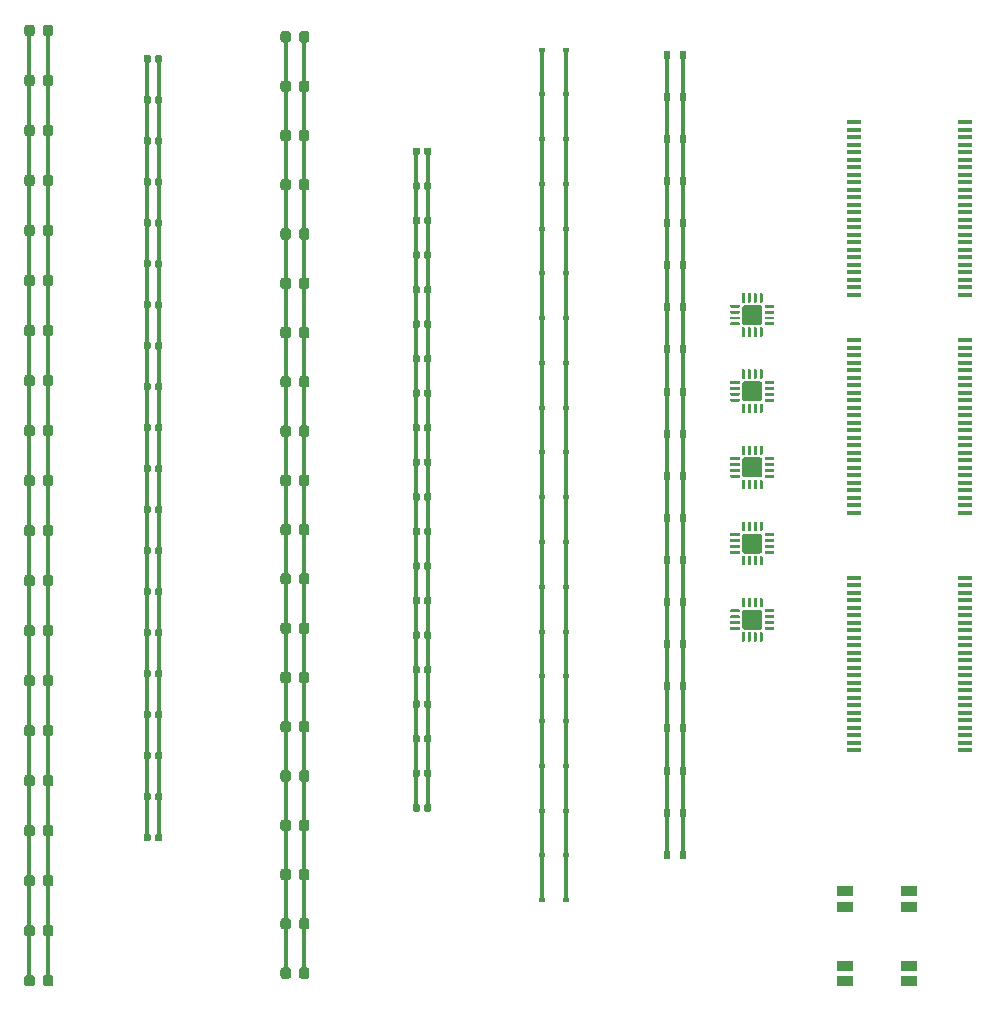
<source format=gtl>
G04 #@! TF.GenerationSoftware,KiCad,Pcbnew,(5.1.5)-3*
G04 #@! TF.CreationDate,2020-02-15T15:07:08-08:00*
G04 #@! TF.ProjectId,practice,70726163-7469-4636-952e-6b696361645f,0.1*
G04 #@! TF.SameCoordinates,Original*
G04 #@! TF.FileFunction,Copper,L1,Top*
G04 #@! TF.FilePolarity,Positive*
%FSLAX46Y46*%
G04 Gerber Fmt 4.6, Leading zero omitted, Abs format (unit mm)*
G04 Created by KiCad (PCBNEW (5.1.5)-3) date 2020-02-15 15:07:08*
%MOMM*%
%LPD*%
G04 APERTURE LIST*
%ADD10R,1.400000X0.900000*%
%ADD11C,0.100000*%
%ADD12C,0.600000*%
%ADD13R,1.200000X0.400000*%
%ADD14R,0.600000X0.700000*%
%ADD15R,0.600000X0.450000*%
%ADD16C,0.300000*%
G04 APERTURE END LIST*
D10*
X188530000Y-120980000D03*
X188530000Y-122280000D03*
X193930000Y-120980000D03*
X193930000Y-122280000D03*
X188530000Y-114680000D03*
X188530000Y-115980000D03*
X193930000Y-114680000D03*
X193930000Y-115980000D03*
G04 #@! TA.AperFunction,SMDPad,CuDef*
D11*
G36*
X179958626Y-83376551D02*
G01*
X179964693Y-83377451D01*
X179970643Y-83378941D01*
X179976418Y-83381008D01*
X179981962Y-83383630D01*
X179987223Y-83386783D01*
X179992150Y-83390437D01*
X179996694Y-83394556D01*
X180000813Y-83399100D01*
X180004467Y-83404027D01*
X180007620Y-83409288D01*
X180010242Y-83414832D01*
X180012309Y-83420607D01*
X180013799Y-83426557D01*
X180014699Y-83432624D01*
X180015000Y-83438750D01*
X180015000Y-84113750D01*
X180014699Y-84119876D01*
X180013799Y-84125943D01*
X180012309Y-84131893D01*
X180010242Y-84137668D01*
X180007620Y-84143212D01*
X180004467Y-84148473D01*
X180000813Y-84153400D01*
X179996694Y-84157944D01*
X179992150Y-84162063D01*
X179987223Y-84165717D01*
X179981962Y-84168870D01*
X179976418Y-84171492D01*
X179970643Y-84173559D01*
X179964693Y-84175049D01*
X179958626Y-84175949D01*
X179952500Y-84176250D01*
X179827500Y-84176250D01*
X179821374Y-84175949D01*
X179815307Y-84175049D01*
X179809357Y-84173559D01*
X179803582Y-84171492D01*
X179798038Y-84168870D01*
X179792777Y-84165717D01*
X179787850Y-84162063D01*
X179783306Y-84157944D01*
X179779187Y-84153400D01*
X179775533Y-84148473D01*
X179772380Y-84143212D01*
X179769758Y-84137668D01*
X179767691Y-84131893D01*
X179766201Y-84125943D01*
X179765301Y-84119876D01*
X179765000Y-84113750D01*
X179765000Y-83438750D01*
X179765301Y-83432624D01*
X179766201Y-83426557D01*
X179767691Y-83420607D01*
X179769758Y-83414832D01*
X179772380Y-83409288D01*
X179775533Y-83404027D01*
X179779187Y-83399100D01*
X179783306Y-83394556D01*
X179787850Y-83390437D01*
X179792777Y-83386783D01*
X179798038Y-83383630D01*
X179803582Y-83381008D01*
X179809357Y-83378941D01*
X179815307Y-83377451D01*
X179821374Y-83376551D01*
X179827500Y-83376250D01*
X179952500Y-83376250D01*
X179958626Y-83376551D01*
G37*
G04 #@! TD.AperFunction*
G04 #@! TA.AperFunction,SMDPad,CuDef*
G36*
X180458626Y-83376551D02*
G01*
X180464693Y-83377451D01*
X180470643Y-83378941D01*
X180476418Y-83381008D01*
X180481962Y-83383630D01*
X180487223Y-83386783D01*
X180492150Y-83390437D01*
X180496694Y-83394556D01*
X180500813Y-83399100D01*
X180504467Y-83404027D01*
X180507620Y-83409288D01*
X180510242Y-83414832D01*
X180512309Y-83420607D01*
X180513799Y-83426557D01*
X180514699Y-83432624D01*
X180515000Y-83438750D01*
X180515000Y-84113750D01*
X180514699Y-84119876D01*
X180513799Y-84125943D01*
X180512309Y-84131893D01*
X180510242Y-84137668D01*
X180507620Y-84143212D01*
X180504467Y-84148473D01*
X180500813Y-84153400D01*
X180496694Y-84157944D01*
X180492150Y-84162063D01*
X180487223Y-84165717D01*
X180481962Y-84168870D01*
X180476418Y-84171492D01*
X180470643Y-84173559D01*
X180464693Y-84175049D01*
X180458626Y-84175949D01*
X180452500Y-84176250D01*
X180327500Y-84176250D01*
X180321374Y-84175949D01*
X180315307Y-84175049D01*
X180309357Y-84173559D01*
X180303582Y-84171492D01*
X180298038Y-84168870D01*
X180292777Y-84165717D01*
X180287850Y-84162063D01*
X180283306Y-84157944D01*
X180279187Y-84153400D01*
X180275533Y-84148473D01*
X180272380Y-84143212D01*
X180269758Y-84137668D01*
X180267691Y-84131893D01*
X180266201Y-84125943D01*
X180265301Y-84119876D01*
X180265000Y-84113750D01*
X180265000Y-83438750D01*
X180265301Y-83432624D01*
X180266201Y-83426557D01*
X180267691Y-83420607D01*
X180269758Y-83414832D01*
X180272380Y-83409288D01*
X180275533Y-83404027D01*
X180279187Y-83399100D01*
X180283306Y-83394556D01*
X180287850Y-83390437D01*
X180292777Y-83386783D01*
X180298038Y-83383630D01*
X180303582Y-83381008D01*
X180309357Y-83378941D01*
X180315307Y-83377451D01*
X180321374Y-83376551D01*
X180327500Y-83376250D01*
X180452500Y-83376250D01*
X180458626Y-83376551D01*
G37*
G04 #@! TD.AperFunction*
G04 #@! TA.AperFunction,SMDPad,CuDef*
G36*
X180958626Y-83376551D02*
G01*
X180964693Y-83377451D01*
X180970643Y-83378941D01*
X180976418Y-83381008D01*
X180981962Y-83383630D01*
X180987223Y-83386783D01*
X180992150Y-83390437D01*
X180996694Y-83394556D01*
X181000813Y-83399100D01*
X181004467Y-83404027D01*
X181007620Y-83409288D01*
X181010242Y-83414832D01*
X181012309Y-83420607D01*
X181013799Y-83426557D01*
X181014699Y-83432624D01*
X181015000Y-83438750D01*
X181015000Y-84113750D01*
X181014699Y-84119876D01*
X181013799Y-84125943D01*
X181012309Y-84131893D01*
X181010242Y-84137668D01*
X181007620Y-84143212D01*
X181004467Y-84148473D01*
X181000813Y-84153400D01*
X180996694Y-84157944D01*
X180992150Y-84162063D01*
X180987223Y-84165717D01*
X180981962Y-84168870D01*
X180976418Y-84171492D01*
X180970643Y-84173559D01*
X180964693Y-84175049D01*
X180958626Y-84175949D01*
X180952500Y-84176250D01*
X180827500Y-84176250D01*
X180821374Y-84175949D01*
X180815307Y-84175049D01*
X180809357Y-84173559D01*
X180803582Y-84171492D01*
X180798038Y-84168870D01*
X180792777Y-84165717D01*
X180787850Y-84162063D01*
X180783306Y-84157944D01*
X180779187Y-84153400D01*
X180775533Y-84148473D01*
X180772380Y-84143212D01*
X180769758Y-84137668D01*
X180767691Y-84131893D01*
X180766201Y-84125943D01*
X180765301Y-84119876D01*
X180765000Y-84113750D01*
X180765000Y-83438750D01*
X180765301Y-83432624D01*
X180766201Y-83426557D01*
X180767691Y-83420607D01*
X180769758Y-83414832D01*
X180772380Y-83409288D01*
X180775533Y-83404027D01*
X180779187Y-83399100D01*
X180783306Y-83394556D01*
X180787850Y-83390437D01*
X180792777Y-83386783D01*
X180798038Y-83383630D01*
X180803582Y-83381008D01*
X180809357Y-83378941D01*
X180815307Y-83377451D01*
X180821374Y-83376551D01*
X180827500Y-83376250D01*
X180952500Y-83376250D01*
X180958626Y-83376551D01*
G37*
G04 #@! TD.AperFunction*
G04 #@! TA.AperFunction,SMDPad,CuDef*
G36*
X181458626Y-83376551D02*
G01*
X181464693Y-83377451D01*
X181470643Y-83378941D01*
X181476418Y-83381008D01*
X181481962Y-83383630D01*
X181487223Y-83386783D01*
X181492150Y-83390437D01*
X181496694Y-83394556D01*
X181500813Y-83399100D01*
X181504467Y-83404027D01*
X181507620Y-83409288D01*
X181510242Y-83414832D01*
X181512309Y-83420607D01*
X181513799Y-83426557D01*
X181514699Y-83432624D01*
X181515000Y-83438750D01*
X181515000Y-84113750D01*
X181514699Y-84119876D01*
X181513799Y-84125943D01*
X181512309Y-84131893D01*
X181510242Y-84137668D01*
X181507620Y-84143212D01*
X181504467Y-84148473D01*
X181500813Y-84153400D01*
X181496694Y-84157944D01*
X181492150Y-84162063D01*
X181487223Y-84165717D01*
X181481962Y-84168870D01*
X181476418Y-84171492D01*
X181470643Y-84173559D01*
X181464693Y-84175049D01*
X181458626Y-84175949D01*
X181452500Y-84176250D01*
X181327500Y-84176250D01*
X181321374Y-84175949D01*
X181315307Y-84175049D01*
X181309357Y-84173559D01*
X181303582Y-84171492D01*
X181298038Y-84168870D01*
X181292777Y-84165717D01*
X181287850Y-84162063D01*
X181283306Y-84157944D01*
X181279187Y-84153400D01*
X181275533Y-84148473D01*
X181272380Y-84143212D01*
X181269758Y-84137668D01*
X181267691Y-84131893D01*
X181266201Y-84125943D01*
X181265301Y-84119876D01*
X181265000Y-84113750D01*
X181265000Y-83438750D01*
X181265301Y-83432624D01*
X181266201Y-83426557D01*
X181267691Y-83420607D01*
X181269758Y-83414832D01*
X181272380Y-83409288D01*
X181275533Y-83404027D01*
X181279187Y-83399100D01*
X181283306Y-83394556D01*
X181287850Y-83390437D01*
X181292777Y-83386783D01*
X181298038Y-83383630D01*
X181303582Y-83381008D01*
X181309357Y-83378941D01*
X181315307Y-83377451D01*
X181321374Y-83376551D01*
X181327500Y-83376250D01*
X181452500Y-83376250D01*
X181458626Y-83376551D01*
G37*
G04 #@! TD.AperFunction*
G04 #@! TA.AperFunction,SMDPad,CuDef*
G36*
X182433626Y-84351551D02*
G01*
X182439693Y-84352451D01*
X182445643Y-84353941D01*
X182451418Y-84356008D01*
X182456962Y-84358630D01*
X182462223Y-84361783D01*
X182467150Y-84365437D01*
X182471694Y-84369556D01*
X182475813Y-84374100D01*
X182479467Y-84379027D01*
X182482620Y-84384288D01*
X182485242Y-84389832D01*
X182487309Y-84395607D01*
X182488799Y-84401557D01*
X182489699Y-84407624D01*
X182490000Y-84413750D01*
X182490000Y-84538750D01*
X182489699Y-84544876D01*
X182488799Y-84550943D01*
X182487309Y-84556893D01*
X182485242Y-84562668D01*
X182482620Y-84568212D01*
X182479467Y-84573473D01*
X182475813Y-84578400D01*
X182471694Y-84582944D01*
X182467150Y-84587063D01*
X182462223Y-84590717D01*
X182456962Y-84593870D01*
X182451418Y-84596492D01*
X182445643Y-84598559D01*
X182439693Y-84600049D01*
X182433626Y-84600949D01*
X182427500Y-84601250D01*
X181752500Y-84601250D01*
X181746374Y-84600949D01*
X181740307Y-84600049D01*
X181734357Y-84598559D01*
X181728582Y-84596492D01*
X181723038Y-84593870D01*
X181717777Y-84590717D01*
X181712850Y-84587063D01*
X181708306Y-84582944D01*
X181704187Y-84578400D01*
X181700533Y-84573473D01*
X181697380Y-84568212D01*
X181694758Y-84562668D01*
X181692691Y-84556893D01*
X181691201Y-84550943D01*
X181690301Y-84544876D01*
X181690000Y-84538750D01*
X181690000Y-84413750D01*
X181690301Y-84407624D01*
X181691201Y-84401557D01*
X181692691Y-84395607D01*
X181694758Y-84389832D01*
X181697380Y-84384288D01*
X181700533Y-84379027D01*
X181704187Y-84374100D01*
X181708306Y-84369556D01*
X181712850Y-84365437D01*
X181717777Y-84361783D01*
X181723038Y-84358630D01*
X181728582Y-84356008D01*
X181734357Y-84353941D01*
X181740307Y-84352451D01*
X181746374Y-84351551D01*
X181752500Y-84351250D01*
X182427500Y-84351250D01*
X182433626Y-84351551D01*
G37*
G04 #@! TD.AperFunction*
G04 #@! TA.AperFunction,SMDPad,CuDef*
G36*
X182433626Y-84851551D02*
G01*
X182439693Y-84852451D01*
X182445643Y-84853941D01*
X182451418Y-84856008D01*
X182456962Y-84858630D01*
X182462223Y-84861783D01*
X182467150Y-84865437D01*
X182471694Y-84869556D01*
X182475813Y-84874100D01*
X182479467Y-84879027D01*
X182482620Y-84884288D01*
X182485242Y-84889832D01*
X182487309Y-84895607D01*
X182488799Y-84901557D01*
X182489699Y-84907624D01*
X182490000Y-84913750D01*
X182490000Y-85038750D01*
X182489699Y-85044876D01*
X182488799Y-85050943D01*
X182487309Y-85056893D01*
X182485242Y-85062668D01*
X182482620Y-85068212D01*
X182479467Y-85073473D01*
X182475813Y-85078400D01*
X182471694Y-85082944D01*
X182467150Y-85087063D01*
X182462223Y-85090717D01*
X182456962Y-85093870D01*
X182451418Y-85096492D01*
X182445643Y-85098559D01*
X182439693Y-85100049D01*
X182433626Y-85100949D01*
X182427500Y-85101250D01*
X181752500Y-85101250D01*
X181746374Y-85100949D01*
X181740307Y-85100049D01*
X181734357Y-85098559D01*
X181728582Y-85096492D01*
X181723038Y-85093870D01*
X181717777Y-85090717D01*
X181712850Y-85087063D01*
X181708306Y-85082944D01*
X181704187Y-85078400D01*
X181700533Y-85073473D01*
X181697380Y-85068212D01*
X181694758Y-85062668D01*
X181692691Y-85056893D01*
X181691201Y-85050943D01*
X181690301Y-85044876D01*
X181690000Y-85038750D01*
X181690000Y-84913750D01*
X181690301Y-84907624D01*
X181691201Y-84901557D01*
X181692691Y-84895607D01*
X181694758Y-84889832D01*
X181697380Y-84884288D01*
X181700533Y-84879027D01*
X181704187Y-84874100D01*
X181708306Y-84869556D01*
X181712850Y-84865437D01*
X181717777Y-84861783D01*
X181723038Y-84858630D01*
X181728582Y-84856008D01*
X181734357Y-84853941D01*
X181740307Y-84852451D01*
X181746374Y-84851551D01*
X181752500Y-84851250D01*
X182427500Y-84851250D01*
X182433626Y-84851551D01*
G37*
G04 #@! TD.AperFunction*
G04 #@! TA.AperFunction,SMDPad,CuDef*
G36*
X182433626Y-85351551D02*
G01*
X182439693Y-85352451D01*
X182445643Y-85353941D01*
X182451418Y-85356008D01*
X182456962Y-85358630D01*
X182462223Y-85361783D01*
X182467150Y-85365437D01*
X182471694Y-85369556D01*
X182475813Y-85374100D01*
X182479467Y-85379027D01*
X182482620Y-85384288D01*
X182485242Y-85389832D01*
X182487309Y-85395607D01*
X182488799Y-85401557D01*
X182489699Y-85407624D01*
X182490000Y-85413750D01*
X182490000Y-85538750D01*
X182489699Y-85544876D01*
X182488799Y-85550943D01*
X182487309Y-85556893D01*
X182485242Y-85562668D01*
X182482620Y-85568212D01*
X182479467Y-85573473D01*
X182475813Y-85578400D01*
X182471694Y-85582944D01*
X182467150Y-85587063D01*
X182462223Y-85590717D01*
X182456962Y-85593870D01*
X182451418Y-85596492D01*
X182445643Y-85598559D01*
X182439693Y-85600049D01*
X182433626Y-85600949D01*
X182427500Y-85601250D01*
X181752500Y-85601250D01*
X181746374Y-85600949D01*
X181740307Y-85600049D01*
X181734357Y-85598559D01*
X181728582Y-85596492D01*
X181723038Y-85593870D01*
X181717777Y-85590717D01*
X181712850Y-85587063D01*
X181708306Y-85582944D01*
X181704187Y-85578400D01*
X181700533Y-85573473D01*
X181697380Y-85568212D01*
X181694758Y-85562668D01*
X181692691Y-85556893D01*
X181691201Y-85550943D01*
X181690301Y-85544876D01*
X181690000Y-85538750D01*
X181690000Y-85413750D01*
X181690301Y-85407624D01*
X181691201Y-85401557D01*
X181692691Y-85395607D01*
X181694758Y-85389832D01*
X181697380Y-85384288D01*
X181700533Y-85379027D01*
X181704187Y-85374100D01*
X181708306Y-85369556D01*
X181712850Y-85365437D01*
X181717777Y-85361783D01*
X181723038Y-85358630D01*
X181728582Y-85356008D01*
X181734357Y-85353941D01*
X181740307Y-85352451D01*
X181746374Y-85351551D01*
X181752500Y-85351250D01*
X182427500Y-85351250D01*
X182433626Y-85351551D01*
G37*
G04 #@! TD.AperFunction*
G04 #@! TA.AperFunction,SMDPad,CuDef*
G36*
X182433626Y-85851551D02*
G01*
X182439693Y-85852451D01*
X182445643Y-85853941D01*
X182451418Y-85856008D01*
X182456962Y-85858630D01*
X182462223Y-85861783D01*
X182467150Y-85865437D01*
X182471694Y-85869556D01*
X182475813Y-85874100D01*
X182479467Y-85879027D01*
X182482620Y-85884288D01*
X182485242Y-85889832D01*
X182487309Y-85895607D01*
X182488799Y-85901557D01*
X182489699Y-85907624D01*
X182490000Y-85913750D01*
X182490000Y-86038750D01*
X182489699Y-86044876D01*
X182488799Y-86050943D01*
X182487309Y-86056893D01*
X182485242Y-86062668D01*
X182482620Y-86068212D01*
X182479467Y-86073473D01*
X182475813Y-86078400D01*
X182471694Y-86082944D01*
X182467150Y-86087063D01*
X182462223Y-86090717D01*
X182456962Y-86093870D01*
X182451418Y-86096492D01*
X182445643Y-86098559D01*
X182439693Y-86100049D01*
X182433626Y-86100949D01*
X182427500Y-86101250D01*
X181752500Y-86101250D01*
X181746374Y-86100949D01*
X181740307Y-86100049D01*
X181734357Y-86098559D01*
X181728582Y-86096492D01*
X181723038Y-86093870D01*
X181717777Y-86090717D01*
X181712850Y-86087063D01*
X181708306Y-86082944D01*
X181704187Y-86078400D01*
X181700533Y-86073473D01*
X181697380Y-86068212D01*
X181694758Y-86062668D01*
X181692691Y-86056893D01*
X181691201Y-86050943D01*
X181690301Y-86044876D01*
X181690000Y-86038750D01*
X181690000Y-85913750D01*
X181690301Y-85907624D01*
X181691201Y-85901557D01*
X181692691Y-85895607D01*
X181694758Y-85889832D01*
X181697380Y-85884288D01*
X181700533Y-85879027D01*
X181704187Y-85874100D01*
X181708306Y-85869556D01*
X181712850Y-85865437D01*
X181717777Y-85861783D01*
X181723038Y-85858630D01*
X181728582Y-85856008D01*
X181734357Y-85853941D01*
X181740307Y-85852451D01*
X181746374Y-85851551D01*
X181752500Y-85851250D01*
X182427500Y-85851250D01*
X182433626Y-85851551D01*
G37*
G04 #@! TD.AperFunction*
G04 #@! TA.AperFunction,SMDPad,CuDef*
G36*
X181458626Y-86276551D02*
G01*
X181464693Y-86277451D01*
X181470643Y-86278941D01*
X181476418Y-86281008D01*
X181481962Y-86283630D01*
X181487223Y-86286783D01*
X181492150Y-86290437D01*
X181496694Y-86294556D01*
X181500813Y-86299100D01*
X181504467Y-86304027D01*
X181507620Y-86309288D01*
X181510242Y-86314832D01*
X181512309Y-86320607D01*
X181513799Y-86326557D01*
X181514699Y-86332624D01*
X181515000Y-86338750D01*
X181515000Y-87013750D01*
X181514699Y-87019876D01*
X181513799Y-87025943D01*
X181512309Y-87031893D01*
X181510242Y-87037668D01*
X181507620Y-87043212D01*
X181504467Y-87048473D01*
X181500813Y-87053400D01*
X181496694Y-87057944D01*
X181492150Y-87062063D01*
X181487223Y-87065717D01*
X181481962Y-87068870D01*
X181476418Y-87071492D01*
X181470643Y-87073559D01*
X181464693Y-87075049D01*
X181458626Y-87075949D01*
X181452500Y-87076250D01*
X181327500Y-87076250D01*
X181321374Y-87075949D01*
X181315307Y-87075049D01*
X181309357Y-87073559D01*
X181303582Y-87071492D01*
X181298038Y-87068870D01*
X181292777Y-87065717D01*
X181287850Y-87062063D01*
X181283306Y-87057944D01*
X181279187Y-87053400D01*
X181275533Y-87048473D01*
X181272380Y-87043212D01*
X181269758Y-87037668D01*
X181267691Y-87031893D01*
X181266201Y-87025943D01*
X181265301Y-87019876D01*
X181265000Y-87013750D01*
X181265000Y-86338750D01*
X181265301Y-86332624D01*
X181266201Y-86326557D01*
X181267691Y-86320607D01*
X181269758Y-86314832D01*
X181272380Y-86309288D01*
X181275533Y-86304027D01*
X181279187Y-86299100D01*
X181283306Y-86294556D01*
X181287850Y-86290437D01*
X181292777Y-86286783D01*
X181298038Y-86283630D01*
X181303582Y-86281008D01*
X181309357Y-86278941D01*
X181315307Y-86277451D01*
X181321374Y-86276551D01*
X181327500Y-86276250D01*
X181452500Y-86276250D01*
X181458626Y-86276551D01*
G37*
G04 #@! TD.AperFunction*
G04 #@! TA.AperFunction,SMDPad,CuDef*
G36*
X180958626Y-86276551D02*
G01*
X180964693Y-86277451D01*
X180970643Y-86278941D01*
X180976418Y-86281008D01*
X180981962Y-86283630D01*
X180987223Y-86286783D01*
X180992150Y-86290437D01*
X180996694Y-86294556D01*
X181000813Y-86299100D01*
X181004467Y-86304027D01*
X181007620Y-86309288D01*
X181010242Y-86314832D01*
X181012309Y-86320607D01*
X181013799Y-86326557D01*
X181014699Y-86332624D01*
X181015000Y-86338750D01*
X181015000Y-87013750D01*
X181014699Y-87019876D01*
X181013799Y-87025943D01*
X181012309Y-87031893D01*
X181010242Y-87037668D01*
X181007620Y-87043212D01*
X181004467Y-87048473D01*
X181000813Y-87053400D01*
X180996694Y-87057944D01*
X180992150Y-87062063D01*
X180987223Y-87065717D01*
X180981962Y-87068870D01*
X180976418Y-87071492D01*
X180970643Y-87073559D01*
X180964693Y-87075049D01*
X180958626Y-87075949D01*
X180952500Y-87076250D01*
X180827500Y-87076250D01*
X180821374Y-87075949D01*
X180815307Y-87075049D01*
X180809357Y-87073559D01*
X180803582Y-87071492D01*
X180798038Y-87068870D01*
X180792777Y-87065717D01*
X180787850Y-87062063D01*
X180783306Y-87057944D01*
X180779187Y-87053400D01*
X180775533Y-87048473D01*
X180772380Y-87043212D01*
X180769758Y-87037668D01*
X180767691Y-87031893D01*
X180766201Y-87025943D01*
X180765301Y-87019876D01*
X180765000Y-87013750D01*
X180765000Y-86338750D01*
X180765301Y-86332624D01*
X180766201Y-86326557D01*
X180767691Y-86320607D01*
X180769758Y-86314832D01*
X180772380Y-86309288D01*
X180775533Y-86304027D01*
X180779187Y-86299100D01*
X180783306Y-86294556D01*
X180787850Y-86290437D01*
X180792777Y-86286783D01*
X180798038Y-86283630D01*
X180803582Y-86281008D01*
X180809357Y-86278941D01*
X180815307Y-86277451D01*
X180821374Y-86276551D01*
X180827500Y-86276250D01*
X180952500Y-86276250D01*
X180958626Y-86276551D01*
G37*
G04 #@! TD.AperFunction*
G04 #@! TA.AperFunction,SMDPad,CuDef*
G36*
X180458626Y-86276551D02*
G01*
X180464693Y-86277451D01*
X180470643Y-86278941D01*
X180476418Y-86281008D01*
X180481962Y-86283630D01*
X180487223Y-86286783D01*
X180492150Y-86290437D01*
X180496694Y-86294556D01*
X180500813Y-86299100D01*
X180504467Y-86304027D01*
X180507620Y-86309288D01*
X180510242Y-86314832D01*
X180512309Y-86320607D01*
X180513799Y-86326557D01*
X180514699Y-86332624D01*
X180515000Y-86338750D01*
X180515000Y-87013750D01*
X180514699Y-87019876D01*
X180513799Y-87025943D01*
X180512309Y-87031893D01*
X180510242Y-87037668D01*
X180507620Y-87043212D01*
X180504467Y-87048473D01*
X180500813Y-87053400D01*
X180496694Y-87057944D01*
X180492150Y-87062063D01*
X180487223Y-87065717D01*
X180481962Y-87068870D01*
X180476418Y-87071492D01*
X180470643Y-87073559D01*
X180464693Y-87075049D01*
X180458626Y-87075949D01*
X180452500Y-87076250D01*
X180327500Y-87076250D01*
X180321374Y-87075949D01*
X180315307Y-87075049D01*
X180309357Y-87073559D01*
X180303582Y-87071492D01*
X180298038Y-87068870D01*
X180292777Y-87065717D01*
X180287850Y-87062063D01*
X180283306Y-87057944D01*
X180279187Y-87053400D01*
X180275533Y-87048473D01*
X180272380Y-87043212D01*
X180269758Y-87037668D01*
X180267691Y-87031893D01*
X180266201Y-87025943D01*
X180265301Y-87019876D01*
X180265000Y-87013750D01*
X180265000Y-86338750D01*
X180265301Y-86332624D01*
X180266201Y-86326557D01*
X180267691Y-86320607D01*
X180269758Y-86314832D01*
X180272380Y-86309288D01*
X180275533Y-86304027D01*
X180279187Y-86299100D01*
X180283306Y-86294556D01*
X180287850Y-86290437D01*
X180292777Y-86286783D01*
X180298038Y-86283630D01*
X180303582Y-86281008D01*
X180309357Y-86278941D01*
X180315307Y-86277451D01*
X180321374Y-86276551D01*
X180327500Y-86276250D01*
X180452500Y-86276250D01*
X180458626Y-86276551D01*
G37*
G04 #@! TD.AperFunction*
G04 #@! TA.AperFunction,SMDPad,CuDef*
G36*
X179958626Y-86276551D02*
G01*
X179964693Y-86277451D01*
X179970643Y-86278941D01*
X179976418Y-86281008D01*
X179981962Y-86283630D01*
X179987223Y-86286783D01*
X179992150Y-86290437D01*
X179996694Y-86294556D01*
X180000813Y-86299100D01*
X180004467Y-86304027D01*
X180007620Y-86309288D01*
X180010242Y-86314832D01*
X180012309Y-86320607D01*
X180013799Y-86326557D01*
X180014699Y-86332624D01*
X180015000Y-86338750D01*
X180015000Y-87013750D01*
X180014699Y-87019876D01*
X180013799Y-87025943D01*
X180012309Y-87031893D01*
X180010242Y-87037668D01*
X180007620Y-87043212D01*
X180004467Y-87048473D01*
X180000813Y-87053400D01*
X179996694Y-87057944D01*
X179992150Y-87062063D01*
X179987223Y-87065717D01*
X179981962Y-87068870D01*
X179976418Y-87071492D01*
X179970643Y-87073559D01*
X179964693Y-87075049D01*
X179958626Y-87075949D01*
X179952500Y-87076250D01*
X179827500Y-87076250D01*
X179821374Y-87075949D01*
X179815307Y-87075049D01*
X179809357Y-87073559D01*
X179803582Y-87071492D01*
X179798038Y-87068870D01*
X179792777Y-87065717D01*
X179787850Y-87062063D01*
X179783306Y-87057944D01*
X179779187Y-87053400D01*
X179775533Y-87048473D01*
X179772380Y-87043212D01*
X179769758Y-87037668D01*
X179767691Y-87031893D01*
X179766201Y-87025943D01*
X179765301Y-87019876D01*
X179765000Y-87013750D01*
X179765000Y-86338750D01*
X179765301Y-86332624D01*
X179766201Y-86326557D01*
X179767691Y-86320607D01*
X179769758Y-86314832D01*
X179772380Y-86309288D01*
X179775533Y-86304027D01*
X179779187Y-86299100D01*
X179783306Y-86294556D01*
X179787850Y-86290437D01*
X179792777Y-86286783D01*
X179798038Y-86283630D01*
X179803582Y-86281008D01*
X179809357Y-86278941D01*
X179815307Y-86277451D01*
X179821374Y-86276551D01*
X179827500Y-86276250D01*
X179952500Y-86276250D01*
X179958626Y-86276551D01*
G37*
G04 #@! TD.AperFunction*
G04 #@! TA.AperFunction,SMDPad,CuDef*
G36*
X179533626Y-85851551D02*
G01*
X179539693Y-85852451D01*
X179545643Y-85853941D01*
X179551418Y-85856008D01*
X179556962Y-85858630D01*
X179562223Y-85861783D01*
X179567150Y-85865437D01*
X179571694Y-85869556D01*
X179575813Y-85874100D01*
X179579467Y-85879027D01*
X179582620Y-85884288D01*
X179585242Y-85889832D01*
X179587309Y-85895607D01*
X179588799Y-85901557D01*
X179589699Y-85907624D01*
X179590000Y-85913750D01*
X179590000Y-86038750D01*
X179589699Y-86044876D01*
X179588799Y-86050943D01*
X179587309Y-86056893D01*
X179585242Y-86062668D01*
X179582620Y-86068212D01*
X179579467Y-86073473D01*
X179575813Y-86078400D01*
X179571694Y-86082944D01*
X179567150Y-86087063D01*
X179562223Y-86090717D01*
X179556962Y-86093870D01*
X179551418Y-86096492D01*
X179545643Y-86098559D01*
X179539693Y-86100049D01*
X179533626Y-86100949D01*
X179527500Y-86101250D01*
X178852500Y-86101250D01*
X178846374Y-86100949D01*
X178840307Y-86100049D01*
X178834357Y-86098559D01*
X178828582Y-86096492D01*
X178823038Y-86093870D01*
X178817777Y-86090717D01*
X178812850Y-86087063D01*
X178808306Y-86082944D01*
X178804187Y-86078400D01*
X178800533Y-86073473D01*
X178797380Y-86068212D01*
X178794758Y-86062668D01*
X178792691Y-86056893D01*
X178791201Y-86050943D01*
X178790301Y-86044876D01*
X178790000Y-86038750D01*
X178790000Y-85913750D01*
X178790301Y-85907624D01*
X178791201Y-85901557D01*
X178792691Y-85895607D01*
X178794758Y-85889832D01*
X178797380Y-85884288D01*
X178800533Y-85879027D01*
X178804187Y-85874100D01*
X178808306Y-85869556D01*
X178812850Y-85865437D01*
X178817777Y-85861783D01*
X178823038Y-85858630D01*
X178828582Y-85856008D01*
X178834357Y-85853941D01*
X178840307Y-85852451D01*
X178846374Y-85851551D01*
X178852500Y-85851250D01*
X179527500Y-85851250D01*
X179533626Y-85851551D01*
G37*
G04 #@! TD.AperFunction*
G04 #@! TA.AperFunction,SMDPad,CuDef*
G36*
X179533626Y-85351551D02*
G01*
X179539693Y-85352451D01*
X179545643Y-85353941D01*
X179551418Y-85356008D01*
X179556962Y-85358630D01*
X179562223Y-85361783D01*
X179567150Y-85365437D01*
X179571694Y-85369556D01*
X179575813Y-85374100D01*
X179579467Y-85379027D01*
X179582620Y-85384288D01*
X179585242Y-85389832D01*
X179587309Y-85395607D01*
X179588799Y-85401557D01*
X179589699Y-85407624D01*
X179590000Y-85413750D01*
X179590000Y-85538750D01*
X179589699Y-85544876D01*
X179588799Y-85550943D01*
X179587309Y-85556893D01*
X179585242Y-85562668D01*
X179582620Y-85568212D01*
X179579467Y-85573473D01*
X179575813Y-85578400D01*
X179571694Y-85582944D01*
X179567150Y-85587063D01*
X179562223Y-85590717D01*
X179556962Y-85593870D01*
X179551418Y-85596492D01*
X179545643Y-85598559D01*
X179539693Y-85600049D01*
X179533626Y-85600949D01*
X179527500Y-85601250D01*
X178852500Y-85601250D01*
X178846374Y-85600949D01*
X178840307Y-85600049D01*
X178834357Y-85598559D01*
X178828582Y-85596492D01*
X178823038Y-85593870D01*
X178817777Y-85590717D01*
X178812850Y-85587063D01*
X178808306Y-85582944D01*
X178804187Y-85578400D01*
X178800533Y-85573473D01*
X178797380Y-85568212D01*
X178794758Y-85562668D01*
X178792691Y-85556893D01*
X178791201Y-85550943D01*
X178790301Y-85544876D01*
X178790000Y-85538750D01*
X178790000Y-85413750D01*
X178790301Y-85407624D01*
X178791201Y-85401557D01*
X178792691Y-85395607D01*
X178794758Y-85389832D01*
X178797380Y-85384288D01*
X178800533Y-85379027D01*
X178804187Y-85374100D01*
X178808306Y-85369556D01*
X178812850Y-85365437D01*
X178817777Y-85361783D01*
X178823038Y-85358630D01*
X178828582Y-85356008D01*
X178834357Y-85353941D01*
X178840307Y-85352451D01*
X178846374Y-85351551D01*
X178852500Y-85351250D01*
X179527500Y-85351250D01*
X179533626Y-85351551D01*
G37*
G04 #@! TD.AperFunction*
G04 #@! TA.AperFunction,SMDPad,CuDef*
G36*
X179533626Y-84851551D02*
G01*
X179539693Y-84852451D01*
X179545643Y-84853941D01*
X179551418Y-84856008D01*
X179556962Y-84858630D01*
X179562223Y-84861783D01*
X179567150Y-84865437D01*
X179571694Y-84869556D01*
X179575813Y-84874100D01*
X179579467Y-84879027D01*
X179582620Y-84884288D01*
X179585242Y-84889832D01*
X179587309Y-84895607D01*
X179588799Y-84901557D01*
X179589699Y-84907624D01*
X179590000Y-84913750D01*
X179590000Y-85038750D01*
X179589699Y-85044876D01*
X179588799Y-85050943D01*
X179587309Y-85056893D01*
X179585242Y-85062668D01*
X179582620Y-85068212D01*
X179579467Y-85073473D01*
X179575813Y-85078400D01*
X179571694Y-85082944D01*
X179567150Y-85087063D01*
X179562223Y-85090717D01*
X179556962Y-85093870D01*
X179551418Y-85096492D01*
X179545643Y-85098559D01*
X179539693Y-85100049D01*
X179533626Y-85100949D01*
X179527500Y-85101250D01*
X178852500Y-85101250D01*
X178846374Y-85100949D01*
X178840307Y-85100049D01*
X178834357Y-85098559D01*
X178828582Y-85096492D01*
X178823038Y-85093870D01*
X178817777Y-85090717D01*
X178812850Y-85087063D01*
X178808306Y-85082944D01*
X178804187Y-85078400D01*
X178800533Y-85073473D01*
X178797380Y-85068212D01*
X178794758Y-85062668D01*
X178792691Y-85056893D01*
X178791201Y-85050943D01*
X178790301Y-85044876D01*
X178790000Y-85038750D01*
X178790000Y-84913750D01*
X178790301Y-84907624D01*
X178791201Y-84901557D01*
X178792691Y-84895607D01*
X178794758Y-84889832D01*
X178797380Y-84884288D01*
X178800533Y-84879027D01*
X178804187Y-84874100D01*
X178808306Y-84869556D01*
X178812850Y-84865437D01*
X178817777Y-84861783D01*
X178823038Y-84858630D01*
X178828582Y-84856008D01*
X178834357Y-84853941D01*
X178840307Y-84852451D01*
X178846374Y-84851551D01*
X178852500Y-84851250D01*
X179527500Y-84851250D01*
X179533626Y-84851551D01*
G37*
G04 #@! TD.AperFunction*
G04 #@! TA.AperFunction,SMDPad,CuDef*
G36*
X179533626Y-84351551D02*
G01*
X179539693Y-84352451D01*
X179545643Y-84353941D01*
X179551418Y-84356008D01*
X179556962Y-84358630D01*
X179562223Y-84361783D01*
X179567150Y-84365437D01*
X179571694Y-84369556D01*
X179575813Y-84374100D01*
X179579467Y-84379027D01*
X179582620Y-84384288D01*
X179585242Y-84389832D01*
X179587309Y-84395607D01*
X179588799Y-84401557D01*
X179589699Y-84407624D01*
X179590000Y-84413750D01*
X179590000Y-84538750D01*
X179589699Y-84544876D01*
X179588799Y-84550943D01*
X179587309Y-84556893D01*
X179585242Y-84562668D01*
X179582620Y-84568212D01*
X179579467Y-84573473D01*
X179575813Y-84578400D01*
X179571694Y-84582944D01*
X179567150Y-84587063D01*
X179562223Y-84590717D01*
X179556962Y-84593870D01*
X179551418Y-84596492D01*
X179545643Y-84598559D01*
X179539693Y-84600049D01*
X179533626Y-84600949D01*
X179527500Y-84601250D01*
X178852500Y-84601250D01*
X178846374Y-84600949D01*
X178840307Y-84600049D01*
X178834357Y-84598559D01*
X178828582Y-84596492D01*
X178823038Y-84593870D01*
X178817777Y-84590717D01*
X178812850Y-84587063D01*
X178808306Y-84582944D01*
X178804187Y-84578400D01*
X178800533Y-84573473D01*
X178797380Y-84568212D01*
X178794758Y-84562668D01*
X178792691Y-84556893D01*
X178791201Y-84550943D01*
X178790301Y-84544876D01*
X178790000Y-84538750D01*
X178790000Y-84413750D01*
X178790301Y-84407624D01*
X178791201Y-84401557D01*
X178792691Y-84395607D01*
X178794758Y-84389832D01*
X178797380Y-84384288D01*
X178800533Y-84379027D01*
X178804187Y-84374100D01*
X178808306Y-84369556D01*
X178812850Y-84365437D01*
X178817777Y-84361783D01*
X178823038Y-84358630D01*
X178828582Y-84356008D01*
X178834357Y-84353941D01*
X178840307Y-84352451D01*
X178846374Y-84351551D01*
X178852500Y-84351250D01*
X179527500Y-84351250D01*
X179533626Y-84351551D01*
G37*
G04 #@! TD.AperFunction*
D12*
X181190000Y-85776250D03*
X180640000Y-85776250D03*
X180090000Y-85776250D03*
X181190000Y-85226250D03*
X180640000Y-85226250D03*
X180090000Y-85226250D03*
X181190000Y-84676250D03*
X180640000Y-84676250D03*
X180090000Y-84676250D03*
G04 #@! TA.AperFunction,SMDPad,CuDef*
D11*
G36*
X181264504Y-84377454D02*
G01*
X181288773Y-84381054D01*
X181312571Y-84387015D01*
X181335671Y-84395280D01*
X181357849Y-84405770D01*
X181378893Y-84418383D01*
X181398598Y-84432997D01*
X181416777Y-84449473D01*
X181433253Y-84467652D01*
X181447867Y-84487357D01*
X181460480Y-84508401D01*
X181470970Y-84530579D01*
X181479235Y-84553679D01*
X181485196Y-84577477D01*
X181488796Y-84601746D01*
X181490000Y-84626250D01*
X181490000Y-85826250D01*
X181488796Y-85850754D01*
X181485196Y-85875023D01*
X181479235Y-85898821D01*
X181470970Y-85921921D01*
X181460480Y-85944099D01*
X181447867Y-85965143D01*
X181433253Y-85984848D01*
X181416777Y-86003027D01*
X181398598Y-86019503D01*
X181378893Y-86034117D01*
X181357849Y-86046730D01*
X181335671Y-86057220D01*
X181312571Y-86065485D01*
X181288773Y-86071446D01*
X181264504Y-86075046D01*
X181240000Y-86076250D01*
X180040000Y-86076250D01*
X180015496Y-86075046D01*
X179991227Y-86071446D01*
X179967429Y-86065485D01*
X179944329Y-86057220D01*
X179922151Y-86046730D01*
X179901107Y-86034117D01*
X179881402Y-86019503D01*
X179863223Y-86003027D01*
X179846747Y-85984848D01*
X179832133Y-85965143D01*
X179819520Y-85944099D01*
X179809030Y-85921921D01*
X179800765Y-85898821D01*
X179794804Y-85875023D01*
X179791204Y-85850754D01*
X179790000Y-85826250D01*
X179790000Y-84626250D01*
X179791204Y-84601746D01*
X179794804Y-84577477D01*
X179800765Y-84553679D01*
X179809030Y-84530579D01*
X179819520Y-84508401D01*
X179832133Y-84487357D01*
X179846747Y-84467652D01*
X179863223Y-84449473D01*
X179881402Y-84432997D01*
X179901107Y-84418383D01*
X179922151Y-84405770D01*
X179944329Y-84395280D01*
X179967429Y-84387015D01*
X179991227Y-84381054D01*
X180015496Y-84377454D01*
X180040000Y-84376250D01*
X181240000Y-84376250D01*
X181264504Y-84377454D01*
G37*
G04 #@! TD.AperFunction*
G04 #@! TA.AperFunction,SMDPad,CuDef*
G36*
X179958626Y-89825301D02*
G01*
X179964693Y-89826201D01*
X179970643Y-89827691D01*
X179976418Y-89829758D01*
X179981962Y-89832380D01*
X179987223Y-89835533D01*
X179992150Y-89839187D01*
X179996694Y-89843306D01*
X180000813Y-89847850D01*
X180004467Y-89852777D01*
X180007620Y-89858038D01*
X180010242Y-89863582D01*
X180012309Y-89869357D01*
X180013799Y-89875307D01*
X180014699Y-89881374D01*
X180015000Y-89887500D01*
X180015000Y-90562500D01*
X180014699Y-90568626D01*
X180013799Y-90574693D01*
X180012309Y-90580643D01*
X180010242Y-90586418D01*
X180007620Y-90591962D01*
X180004467Y-90597223D01*
X180000813Y-90602150D01*
X179996694Y-90606694D01*
X179992150Y-90610813D01*
X179987223Y-90614467D01*
X179981962Y-90617620D01*
X179976418Y-90620242D01*
X179970643Y-90622309D01*
X179964693Y-90623799D01*
X179958626Y-90624699D01*
X179952500Y-90625000D01*
X179827500Y-90625000D01*
X179821374Y-90624699D01*
X179815307Y-90623799D01*
X179809357Y-90622309D01*
X179803582Y-90620242D01*
X179798038Y-90617620D01*
X179792777Y-90614467D01*
X179787850Y-90610813D01*
X179783306Y-90606694D01*
X179779187Y-90602150D01*
X179775533Y-90597223D01*
X179772380Y-90591962D01*
X179769758Y-90586418D01*
X179767691Y-90580643D01*
X179766201Y-90574693D01*
X179765301Y-90568626D01*
X179765000Y-90562500D01*
X179765000Y-89887500D01*
X179765301Y-89881374D01*
X179766201Y-89875307D01*
X179767691Y-89869357D01*
X179769758Y-89863582D01*
X179772380Y-89858038D01*
X179775533Y-89852777D01*
X179779187Y-89847850D01*
X179783306Y-89843306D01*
X179787850Y-89839187D01*
X179792777Y-89835533D01*
X179798038Y-89832380D01*
X179803582Y-89829758D01*
X179809357Y-89827691D01*
X179815307Y-89826201D01*
X179821374Y-89825301D01*
X179827500Y-89825000D01*
X179952500Y-89825000D01*
X179958626Y-89825301D01*
G37*
G04 #@! TD.AperFunction*
G04 #@! TA.AperFunction,SMDPad,CuDef*
G36*
X180458626Y-89825301D02*
G01*
X180464693Y-89826201D01*
X180470643Y-89827691D01*
X180476418Y-89829758D01*
X180481962Y-89832380D01*
X180487223Y-89835533D01*
X180492150Y-89839187D01*
X180496694Y-89843306D01*
X180500813Y-89847850D01*
X180504467Y-89852777D01*
X180507620Y-89858038D01*
X180510242Y-89863582D01*
X180512309Y-89869357D01*
X180513799Y-89875307D01*
X180514699Y-89881374D01*
X180515000Y-89887500D01*
X180515000Y-90562500D01*
X180514699Y-90568626D01*
X180513799Y-90574693D01*
X180512309Y-90580643D01*
X180510242Y-90586418D01*
X180507620Y-90591962D01*
X180504467Y-90597223D01*
X180500813Y-90602150D01*
X180496694Y-90606694D01*
X180492150Y-90610813D01*
X180487223Y-90614467D01*
X180481962Y-90617620D01*
X180476418Y-90620242D01*
X180470643Y-90622309D01*
X180464693Y-90623799D01*
X180458626Y-90624699D01*
X180452500Y-90625000D01*
X180327500Y-90625000D01*
X180321374Y-90624699D01*
X180315307Y-90623799D01*
X180309357Y-90622309D01*
X180303582Y-90620242D01*
X180298038Y-90617620D01*
X180292777Y-90614467D01*
X180287850Y-90610813D01*
X180283306Y-90606694D01*
X180279187Y-90602150D01*
X180275533Y-90597223D01*
X180272380Y-90591962D01*
X180269758Y-90586418D01*
X180267691Y-90580643D01*
X180266201Y-90574693D01*
X180265301Y-90568626D01*
X180265000Y-90562500D01*
X180265000Y-89887500D01*
X180265301Y-89881374D01*
X180266201Y-89875307D01*
X180267691Y-89869357D01*
X180269758Y-89863582D01*
X180272380Y-89858038D01*
X180275533Y-89852777D01*
X180279187Y-89847850D01*
X180283306Y-89843306D01*
X180287850Y-89839187D01*
X180292777Y-89835533D01*
X180298038Y-89832380D01*
X180303582Y-89829758D01*
X180309357Y-89827691D01*
X180315307Y-89826201D01*
X180321374Y-89825301D01*
X180327500Y-89825000D01*
X180452500Y-89825000D01*
X180458626Y-89825301D01*
G37*
G04 #@! TD.AperFunction*
G04 #@! TA.AperFunction,SMDPad,CuDef*
G36*
X180958626Y-89825301D02*
G01*
X180964693Y-89826201D01*
X180970643Y-89827691D01*
X180976418Y-89829758D01*
X180981962Y-89832380D01*
X180987223Y-89835533D01*
X180992150Y-89839187D01*
X180996694Y-89843306D01*
X181000813Y-89847850D01*
X181004467Y-89852777D01*
X181007620Y-89858038D01*
X181010242Y-89863582D01*
X181012309Y-89869357D01*
X181013799Y-89875307D01*
X181014699Y-89881374D01*
X181015000Y-89887500D01*
X181015000Y-90562500D01*
X181014699Y-90568626D01*
X181013799Y-90574693D01*
X181012309Y-90580643D01*
X181010242Y-90586418D01*
X181007620Y-90591962D01*
X181004467Y-90597223D01*
X181000813Y-90602150D01*
X180996694Y-90606694D01*
X180992150Y-90610813D01*
X180987223Y-90614467D01*
X180981962Y-90617620D01*
X180976418Y-90620242D01*
X180970643Y-90622309D01*
X180964693Y-90623799D01*
X180958626Y-90624699D01*
X180952500Y-90625000D01*
X180827500Y-90625000D01*
X180821374Y-90624699D01*
X180815307Y-90623799D01*
X180809357Y-90622309D01*
X180803582Y-90620242D01*
X180798038Y-90617620D01*
X180792777Y-90614467D01*
X180787850Y-90610813D01*
X180783306Y-90606694D01*
X180779187Y-90602150D01*
X180775533Y-90597223D01*
X180772380Y-90591962D01*
X180769758Y-90586418D01*
X180767691Y-90580643D01*
X180766201Y-90574693D01*
X180765301Y-90568626D01*
X180765000Y-90562500D01*
X180765000Y-89887500D01*
X180765301Y-89881374D01*
X180766201Y-89875307D01*
X180767691Y-89869357D01*
X180769758Y-89863582D01*
X180772380Y-89858038D01*
X180775533Y-89852777D01*
X180779187Y-89847850D01*
X180783306Y-89843306D01*
X180787850Y-89839187D01*
X180792777Y-89835533D01*
X180798038Y-89832380D01*
X180803582Y-89829758D01*
X180809357Y-89827691D01*
X180815307Y-89826201D01*
X180821374Y-89825301D01*
X180827500Y-89825000D01*
X180952500Y-89825000D01*
X180958626Y-89825301D01*
G37*
G04 #@! TD.AperFunction*
G04 #@! TA.AperFunction,SMDPad,CuDef*
G36*
X181458626Y-89825301D02*
G01*
X181464693Y-89826201D01*
X181470643Y-89827691D01*
X181476418Y-89829758D01*
X181481962Y-89832380D01*
X181487223Y-89835533D01*
X181492150Y-89839187D01*
X181496694Y-89843306D01*
X181500813Y-89847850D01*
X181504467Y-89852777D01*
X181507620Y-89858038D01*
X181510242Y-89863582D01*
X181512309Y-89869357D01*
X181513799Y-89875307D01*
X181514699Y-89881374D01*
X181515000Y-89887500D01*
X181515000Y-90562500D01*
X181514699Y-90568626D01*
X181513799Y-90574693D01*
X181512309Y-90580643D01*
X181510242Y-90586418D01*
X181507620Y-90591962D01*
X181504467Y-90597223D01*
X181500813Y-90602150D01*
X181496694Y-90606694D01*
X181492150Y-90610813D01*
X181487223Y-90614467D01*
X181481962Y-90617620D01*
X181476418Y-90620242D01*
X181470643Y-90622309D01*
X181464693Y-90623799D01*
X181458626Y-90624699D01*
X181452500Y-90625000D01*
X181327500Y-90625000D01*
X181321374Y-90624699D01*
X181315307Y-90623799D01*
X181309357Y-90622309D01*
X181303582Y-90620242D01*
X181298038Y-90617620D01*
X181292777Y-90614467D01*
X181287850Y-90610813D01*
X181283306Y-90606694D01*
X181279187Y-90602150D01*
X181275533Y-90597223D01*
X181272380Y-90591962D01*
X181269758Y-90586418D01*
X181267691Y-90580643D01*
X181266201Y-90574693D01*
X181265301Y-90568626D01*
X181265000Y-90562500D01*
X181265000Y-89887500D01*
X181265301Y-89881374D01*
X181266201Y-89875307D01*
X181267691Y-89869357D01*
X181269758Y-89863582D01*
X181272380Y-89858038D01*
X181275533Y-89852777D01*
X181279187Y-89847850D01*
X181283306Y-89843306D01*
X181287850Y-89839187D01*
X181292777Y-89835533D01*
X181298038Y-89832380D01*
X181303582Y-89829758D01*
X181309357Y-89827691D01*
X181315307Y-89826201D01*
X181321374Y-89825301D01*
X181327500Y-89825000D01*
X181452500Y-89825000D01*
X181458626Y-89825301D01*
G37*
G04 #@! TD.AperFunction*
G04 #@! TA.AperFunction,SMDPad,CuDef*
G36*
X182433626Y-90800301D02*
G01*
X182439693Y-90801201D01*
X182445643Y-90802691D01*
X182451418Y-90804758D01*
X182456962Y-90807380D01*
X182462223Y-90810533D01*
X182467150Y-90814187D01*
X182471694Y-90818306D01*
X182475813Y-90822850D01*
X182479467Y-90827777D01*
X182482620Y-90833038D01*
X182485242Y-90838582D01*
X182487309Y-90844357D01*
X182488799Y-90850307D01*
X182489699Y-90856374D01*
X182490000Y-90862500D01*
X182490000Y-90987500D01*
X182489699Y-90993626D01*
X182488799Y-90999693D01*
X182487309Y-91005643D01*
X182485242Y-91011418D01*
X182482620Y-91016962D01*
X182479467Y-91022223D01*
X182475813Y-91027150D01*
X182471694Y-91031694D01*
X182467150Y-91035813D01*
X182462223Y-91039467D01*
X182456962Y-91042620D01*
X182451418Y-91045242D01*
X182445643Y-91047309D01*
X182439693Y-91048799D01*
X182433626Y-91049699D01*
X182427500Y-91050000D01*
X181752500Y-91050000D01*
X181746374Y-91049699D01*
X181740307Y-91048799D01*
X181734357Y-91047309D01*
X181728582Y-91045242D01*
X181723038Y-91042620D01*
X181717777Y-91039467D01*
X181712850Y-91035813D01*
X181708306Y-91031694D01*
X181704187Y-91027150D01*
X181700533Y-91022223D01*
X181697380Y-91016962D01*
X181694758Y-91011418D01*
X181692691Y-91005643D01*
X181691201Y-90999693D01*
X181690301Y-90993626D01*
X181690000Y-90987500D01*
X181690000Y-90862500D01*
X181690301Y-90856374D01*
X181691201Y-90850307D01*
X181692691Y-90844357D01*
X181694758Y-90838582D01*
X181697380Y-90833038D01*
X181700533Y-90827777D01*
X181704187Y-90822850D01*
X181708306Y-90818306D01*
X181712850Y-90814187D01*
X181717777Y-90810533D01*
X181723038Y-90807380D01*
X181728582Y-90804758D01*
X181734357Y-90802691D01*
X181740307Y-90801201D01*
X181746374Y-90800301D01*
X181752500Y-90800000D01*
X182427500Y-90800000D01*
X182433626Y-90800301D01*
G37*
G04 #@! TD.AperFunction*
G04 #@! TA.AperFunction,SMDPad,CuDef*
G36*
X182433626Y-91300301D02*
G01*
X182439693Y-91301201D01*
X182445643Y-91302691D01*
X182451418Y-91304758D01*
X182456962Y-91307380D01*
X182462223Y-91310533D01*
X182467150Y-91314187D01*
X182471694Y-91318306D01*
X182475813Y-91322850D01*
X182479467Y-91327777D01*
X182482620Y-91333038D01*
X182485242Y-91338582D01*
X182487309Y-91344357D01*
X182488799Y-91350307D01*
X182489699Y-91356374D01*
X182490000Y-91362500D01*
X182490000Y-91487500D01*
X182489699Y-91493626D01*
X182488799Y-91499693D01*
X182487309Y-91505643D01*
X182485242Y-91511418D01*
X182482620Y-91516962D01*
X182479467Y-91522223D01*
X182475813Y-91527150D01*
X182471694Y-91531694D01*
X182467150Y-91535813D01*
X182462223Y-91539467D01*
X182456962Y-91542620D01*
X182451418Y-91545242D01*
X182445643Y-91547309D01*
X182439693Y-91548799D01*
X182433626Y-91549699D01*
X182427500Y-91550000D01*
X181752500Y-91550000D01*
X181746374Y-91549699D01*
X181740307Y-91548799D01*
X181734357Y-91547309D01*
X181728582Y-91545242D01*
X181723038Y-91542620D01*
X181717777Y-91539467D01*
X181712850Y-91535813D01*
X181708306Y-91531694D01*
X181704187Y-91527150D01*
X181700533Y-91522223D01*
X181697380Y-91516962D01*
X181694758Y-91511418D01*
X181692691Y-91505643D01*
X181691201Y-91499693D01*
X181690301Y-91493626D01*
X181690000Y-91487500D01*
X181690000Y-91362500D01*
X181690301Y-91356374D01*
X181691201Y-91350307D01*
X181692691Y-91344357D01*
X181694758Y-91338582D01*
X181697380Y-91333038D01*
X181700533Y-91327777D01*
X181704187Y-91322850D01*
X181708306Y-91318306D01*
X181712850Y-91314187D01*
X181717777Y-91310533D01*
X181723038Y-91307380D01*
X181728582Y-91304758D01*
X181734357Y-91302691D01*
X181740307Y-91301201D01*
X181746374Y-91300301D01*
X181752500Y-91300000D01*
X182427500Y-91300000D01*
X182433626Y-91300301D01*
G37*
G04 #@! TD.AperFunction*
G04 #@! TA.AperFunction,SMDPad,CuDef*
G36*
X182433626Y-91800301D02*
G01*
X182439693Y-91801201D01*
X182445643Y-91802691D01*
X182451418Y-91804758D01*
X182456962Y-91807380D01*
X182462223Y-91810533D01*
X182467150Y-91814187D01*
X182471694Y-91818306D01*
X182475813Y-91822850D01*
X182479467Y-91827777D01*
X182482620Y-91833038D01*
X182485242Y-91838582D01*
X182487309Y-91844357D01*
X182488799Y-91850307D01*
X182489699Y-91856374D01*
X182490000Y-91862500D01*
X182490000Y-91987500D01*
X182489699Y-91993626D01*
X182488799Y-91999693D01*
X182487309Y-92005643D01*
X182485242Y-92011418D01*
X182482620Y-92016962D01*
X182479467Y-92022223D01*
X182475813Y-92027150D01*
X182471694Y-92031694D01*
X182467150Y-92035813D01*
X182462223Y-92039467D01*
X182456962Y-92042620D01*
X182451418Y-92045242D01*
X182445643Y-92047309D01*
X182439693Y-92048799D01*
X182433626Y-92049699D01*
X182427500Y-92050000D01*
X181752500Y-92050000D01*
X181746374Y-92049699D01*
X181740307Y-92048799D01*
X181734357Y-92047309D01*
X181728582Y-92045242D01*
X181723038Y-92042620D01*
X181717777Y-92039467D01*
X181712850Y-92035813D01*
X181708306Y-92031694D01*
X181704187Y-92027150D01*
X181700533Y-92022223D01*
X181697380Y-92016962D01*
X181694758Y-92011418D01*
X181692691Y-92005643D01*
X181691201Y-91999693D01*
X181690301Y-91993626D01*
X181690000Y-91987500D01*
X181690000Y-91862500D01*
X181690301Y-91856374D01*
X181691201Y-91850307D01*
X181692691Y-91844357D01*
X181694758Y-91838582D01*
X181697380Y-91833038D01*
X181700533Y-91827777D01*
X181704187Y-91822850D01*
X181708306Y-91818306D01*
X181712850Y-91814187D01*
X181717777Y-91810533D01*
X181723038Y-91807380D01*
X181728582Y-91804758D01*
X181734357Y-91802691D01*
X181740307Y-91801201D01*
X181746374Y-91800301D01*
X181752500Y-91800000D01*
X182427500Y-91800000D01*
X182433626Y-91800301D01*
G37*
G04 #@! TD.AperFunction*
G04 #@! TA.AperFunction,SMDPad,CuDef*
G36*
X182433626Y-92300301D02*
G01*
X182439693Y-92301201D01*
X182445643Y-92302691D01*
X182451418Y-92304758D01*
X182456962Y-92307380D01*
X182462223Y-92310533D01*
X182467150Y-92314187D01*
X182471694Y-92318306D01*
X182475813Y-92322850D01*
X182479467Y-92327777D01*
X182482620Y-92333038D01*
X182485242Y-92338582D01*
X182487309Y-92344357D01*
X182488799Y-92350307D01*
X182489699Y-92356374D01*
X182490000Y-92362500D01*
X182490000Y-92487500D01*
X182489699Y-92493626D01*
X182488799Y-92499693D01*
X182487309Y-92505643D01*
X182485242Y-92511418D01*
X182482620Y-92516962D01*
X182479467Y-92522223D01*
X182475813Y-92527150D01*
X182471694Y-92531694D01*
X182467150Y-92535813D01*
X182462223Y-92539467D01*
X182456962Y-92542620D01*
X182451418Y-92545242D01*
X182445643Y-92547309D01*
X182439693Y-92548799D01*
X182433626Y-92549699D01*
X182427500Y-92550000D01*
X181752500Y-92550000D01*
X181746374Y-92549699D01*
X181740307Y-92548799D01*
X181734357Y-92547309D01*
X181728582Y-92545242D01*
X181723038Y-92542620D01*
X181717777Y-92539467D01*
X181712850Y-92535813D01*
X181708306Y-92531694D01*
X181704187Y-92527150D01*
X181700533Y-92522223D01*
X181697380Y-92516962D01*
X181694758Y-92511418D01*
X181692691Y-92505643D01*
X181691201Y-92499693D01*
X181690301Y-92493626D01*
X181690000Y-92487500D01*
X181690000Y-92362500D01*
X181690301Y-92356374D01*
X181691201Y-92350307D01*
X181692691Y-92344357D01*
X181694758Y-92338582D01*
X181697380Y-92333038D01*
X181700533Y-92327777D01*
X181704187Y-92322850D01*
X181708306Y-92318306D01*
X181712850Y-92314187D01*
X181717777Y-92310533D01*
X181723038Y-92307380D01*
X181728582Y-92304758D01*
X181734357Y-92302691D01*
X181740307Y-92301201D01*
X181746374Y-92300301D01*
X181752500Y-92300000D01*
X182427500Y-92300000D01*
X182433626Y-92300301D01*
G37*
G04 #@! TD.AperFunction*
G04 #@! TA.AperFunction,SMDPad,CuDef*
G36*
X181458626Y-92725301D02*
G01*
X181464693Y-92726201D01*
X181470643Y-92727691D01*
X181476418Y-92729758D01*
X181481962Y-92732380D01*
X181487223Y-92735533D01*
X181492150Y-92739187D01*
X181496694Y-92743306D01*
X181500813Y-92747850D01*
X181504467Y-92752777D01*
X181507620Y-92758038D01*
X181510242Y-92763582D01*
X181512309Y-92769357D01*
X181513799Y-92775307D01*
X181514699Y-92781374D01*
X181515000Y-92787500D01*
X181515000Y-93462500D01*
X181514699Y-93468626D01*
X181513799Y-93474693D01*
X181512309Y-93480643D01*
X181510242Y-93486418D01*
X181507620Y-93491962D01*
X181504467Y-93497223D01*
X181500813Y-93502150D01*
X181496694Y-93506694D01*
X181492150Y-93510813D01*
X181487223Y-93514467D01*
X181481962Y-93517620D01*
X181476418Y-93520242D01*
X181470643Y-93522309D01*
X181464693Y-93523799D01*
X181458626Y-93524699D01*
X181452500Y-93525000D01*
X181327500Y-93525000D01*
X181321374Y-93524699D01*
X181315307Y-93523799D01*
X181309357Y-93522309D01*
X181303582Y-93520242D01*
X181298038Y-93517620D01*
X181292777Y-93514467D01*
X181287850Y-93510813D01*
X181283306Y-93506694D01*
X181279187Y-93502150D01*
X181275533Y-93497223D01*
X181272380Y-93491962D01*
X181269758Y-93486418D01*
X181267691Y-93480643D01*
X181266201Y-93474693D01*
X181265301Y-93468626D01*
X181265000Y-93462500D01*
X181265000Y-92787500D01*
X181265301Y-92781374D01*
X181266201Y-92775307D01*
X181267691Y-92769357D01*
X181269758Y-92763582D01*
X181272380Y-92758038D01*
X181275533Y-92752777D01*
X181279187Y-92747850D01*
X181283306Y-92743306D01*
X181287850Y-92739187D01*
X181292777Y-92735533D01*
X181298038Y-92732380D01*
X181303582Y-92729758D01*
X181309357Y-92727691D01*
X181315307Y-92726201D01*
X181321374Y-92725301D01*
X181327500Y-92725000D01*
X181452500Y-92725000D01*
X181458626Y-92725301D01*
G37*
G04 #@! TD.AperFunction*
G04 #@! TA.AperFunction,SMDPad,CuDef*
G36*
X180958626Y-92725301D02*
G01*
X180964693Y-92726201D01*
X180970643Y-92727691D01*
X180976418Y-92729758D01*
X180981962Y-92732380D01*
X180987223Y-92735533D01*
X180992150Y-92739187D01*
X180996694Y-92743306D01*
X181000813Y-92747850D01*
X181004467Y-92752777D01*
X181007620Y-92758038D01*
X181010242Y-92763582D01*
X181012309Y-92769357D01*
X181013799Y-92775307D01*
X181014699Y-92781374D01*
X181015000Y-92787500D01*
X181015000Y-93462500D01*
X181014699Y-93468626D01*
X181013799Y-93474693D01*
X181012309Y-93480643D01*
X181010242Y-93486418D01*
X181007620Y-93491962D01*
X181004467Y-93497223D01*
X181000813Y-93502150D01*
X180996694Y-93506694D01*
X180992150Y-93510813D01*
X180987223Y-93514467D01*
X180981962Y-93517620D01*
X180976418Y-93520242D01*
X180970643Y-93522309D01*
X180964693Y-93523799D01*
X180958626Y-93524699D01*
X180952500Y-93525000D01*
X180827500Y-93525000D01*
X180821374Y-93524699D01*
X180815307Y-93523799D01*
X180809357Y-93522309D01*
X180803582Y-93520242D01*
X180798038Y-93517620D01*
X180792777Y-93514467D01*
X180787850Y-93510813D01*
X180783306Y-93506694D01*
X180779187Y-93502150D01*
X180775533Y-93497223D01*
X180772380Y-93491962D01*
X180769758Y-93486418D01*
X180767691Y-93480643D01*
X180766201Y-93474693D01*
X180765301Y-93468626D01*
X180765000Y-93462500D01*
X180765000Y-92787500D01*
X180765301Y-92781374D01*
X180766201Y-92775307D01*
X180767691Y-92769357D01*
X180769758Y-92763582D01*
X180772380Y-92758038D01*
X180775533Y-92752777D01*
X180779187Y-92747850D01*
X180783306Y-92743306D01*
X180787850Y-92739187D01*
X180792777Y-92735533D01*
X180798038Y-92732380D01*
X180803582Y-92729758D01*
X180809357Y-92727691D01*
X180815307Y-92726201D01*
X180821374Y-92725301D01*
X180827500Y-92725000D01*
X180952500Y-92725000D01*
X180958626Y-92725301D01*
G37*
G04 #@! TD.AperFunction*
G04 #@! TA.AperFunction,SMDPad,CuDef*
G36*
X180458626Y-92725301D02*
G01*
X180464693Y-92726201D01*
X180470643Y-92727691D01*
X180476418Y-92729758D01*
X180481962Y-92732380D01*
X180487223Y-92735533D01*
X180492150Y-92739187D01*
X180496694Y-92743306D01*
X180500813Y-92747850D01*
X180504467Y-92752777D01*
X180507620Y-92758038D01*
X180510242Y-92763582D01*
X180512309Y-92769357D01*
X180513799Y-92775307D01*
X180514699Y-92781374D01*
X180515000Y-92787500D01*
X180515000Y-93462500D01*
X180514699Y-93468626D01*
X180513799Y-93474693D01*
X180512309Y-93480643D01*
X180510242Y-93486418D01*
X180507620Y-93491962D01*
X180504467Y-93497223D01*
X180500813Y-93502150D01*
X180496694Y-93506694D01*
X180492150Y-93510813D01*
X180487223Y-93514467D01*
X180481962Y-93517620D01*
X180476418Y-93520242D01*
X180470643Y-93522309D01*
X180464693Y-93523799D01*
X180458626Y-93524699D01*
X180452500Y-93525000D01*
X180327500Y-93525000D01*
X180321374Y-93524699D01*
X180315307Y-93523799D01*
X180309357Y-93522309D01*
X180303582Y-93520242D01*
X180298038Y-93517620D01*
X180292777Y-93514467D01*
X180287850Y-93510813D01*
X180283306Y-93506694D01*
X180279187Y-93502150D01*
X180275533Y-93497223D01*
X180272380Y-93491962D01*
X180269758Y-93486418D01*
X180267691Y-93480643D01*
X180266201Y-93474693D01*
X180265301Y-93468626D01*
X180265000Y-93462500D01*
X180265000Y-92787500D01*
X180265301Y-92781374D01*
X180266201Y-92775307D01*
X180267691Y-92769357D01*
X180269758Y-92763582D01*
X180272380Y-92758038D01*
X180275533Y-92752777D01*
X180279187Y-92747850D01*
X180283306Y-92743306D01*
X180287850Y-92739187D01*
X180292777Y-92735533D01*
X180298038Y-92732380D01*
X180303582Y-92729758D01*
X180309357Y-92727691D01*
X180315307Y-92726201D01*
X180321374Y-92725301D01*
X180327500Y-92725000D01*
X180452500Y-92725000D01*
X180458626Y-92725301D01*
G37*
G04 #@! TD.AperFunction*
G04 #@! TA.AperFunction,SMDPad,CuDef*
G36*
X179958626Y-92725301D02*
G01*
X179964693Y-92726201D01*
X179970643Y-92727691D01*
X179976418Y-92729758D01*
X179981962Y-92732380D01*
X179987223Y-92735533D01*
X179992150Y-92739187D01*
X179996694Y-92743306D01*
X180000813Y-92747850D01*
X180004467Y-92752777D01*
X180007620Y-92758038D01*
X180010242Y-92763582D01*
X180012309Y-92769357D01*
X180013799Y-92775307D01*
X180014699Y-92781374D01*
X180015000Y-92787500D01*
X180015000Y-93462500D01*
X180014699Y-93468626D01*
X180013799Y-93474693D01*
X180012309Y-93480643D01*
X180010242Y-93486418D01*
X180007620Y-93491962D01*
X180004467Y-93497223D01*
X180000813Y-93502150D01*
X179996694Y-93506694D01*
X179992150Y-93510813D01*
X179987223Y-93514467D01*
X179981962Y-93517620D01*
X179976418Y-93520242D01*
X179970643Y-93522309D01*
X179964693Y-93523799D01*
X179958626Y-93524699D01*
X179952500Y-93525000D01*
X179827500Y-93525000D01*
X179821374Y-93524699D01*
X179815307Y-93523799D01*
X179809357Y-93522309D01*
X179803582Y-93520242D01*
X179798038Y-93517620D01*
X179792777Y-93514467D01*
X179787850Y-93510813D01*
X179783306Y-93506694D01*
X179779187Y-93502150D01*
X179775533Y-93497223D01*
X179772380Y-93491962D01*
X179769758Y-93486418D01*
X179767691Y-93480643D01*
X179766201Y-93474693D01*
X179765301Y-93468626D01*
X179765000Y-93462500D01*
X179765000Y-92787500D01*
X179765301Y-92781374D01*
X179766201Y-92775307D01*
X179767691Y-92769357D01*
X179769758Y-92763582D01*
X179772380Y-92758038D01*
X179775533Y-92752777D01*
X179779187Y-92747850D01*
X179783306Y-92743306D01*
X179787850Y-92739187D01*
X179792777Y-92735533D01*
X179798038Y-92732380D01*
X179803582Y-92729758D01*
X179809357Y-92727691D01*
X179815307Y-92726201D01*
X179821374Y-92725301D01*
X179827500Y-92725000D01*
X179952500Y-92725000D01*
X179958626Y-92725301D01*
G37*
G04 #@! TD.AperFunction*
G04 #@! TA.AperFunction,SMDPad,CuDef*
G36*
X179533626Y-92300301D02*
G01*
X179539693Y-92301201D01*
X179545643Y-92302691D01*
X179551418Y-92304758D01*
X179556962Y-92307380D01*
X179562223Y-92310533D01*
X179567150Y-92314187D01*
X179571694Y-92318306D01*
X179575813Y-92322850D01*
X179579467Y-92327777D01*
X179582620Y-92333038D01*
X179585242Y-92338582D01*
X179587309Y-92344357D01*
X179588799Y-92350307D01*
X179589699Y-92356374D01*
X179590000Y-92362500D01*
X179590000Y-92487500D01*
X179589699Y-92493626D01*
X179588799Y-92499693D01*
X179587309Y-92505643D01*
X179585242Y-92511418D01*
X179582620Y-92516962D01*
X179579467Y-92522223D01*
X179575813Y-92527150D01*
X179571694Y-92531694D01*
X179567150Y-92535813D01*
X179562223Y-92539467D01*
X179556962Y-92542620D01*
X179551418Y-92545242D01*
X179545643Y-92547309D01*
X179539693Y-92548799D01*
X179533626Y-92549699D01*
X179527500Y-92550000D01*
X178852500Y-92550000D01*
X178846374Y-92549699D01*
X178840307Y-92548799D01*
X178834357Y-92547309D01*
X178828582Y-92545242D01*
X178823038Y-92542620D01*
X178817777Y-92539467D01*
X178812850Y-92535813D01*
X178808306Y-92531694D01*
X178804187Y-92527150D01*
X178800533Y-92522223D01*
X178797380Y-92516962D01*
X178794758Y-92511418D01*
X178792691Y-92505643D01*
X178791201Y-92499693D01*
X178790301Y-92493626D01*
X178790000Y-92487500D01*
X178790000Y-92362500D01*
X178790301Y-92356374D01*
X178791201Y-92350307D01*
X178792691Y-92344357D01*
X178794758Y-92338582D01*
X178797380Y-92333038D01*
X178800533Y-92327777D01*
X178804187Y-92322850D01*
X178808306Y-92318306D01*
X178812850Y-92314187D01*
X178817777Y-92310533D01*
X178823038Y-92307380D01*
X178828582Y-92304758D01*
X178834357Y-92302691D01*
X178840307Y-92301201D01*
X178846374Y-92300301D01*
X178852500Y-92300000D01*
X179527500Y-92300000D01*
X179533626Y-92300301D01*
G37*
G04 #@! TD.AperFunction*
G04 #@! TA.AperFunction,SMDPad,CuDef*
G36*
X179533626Y-91800301D02*
G01*
X179539693Y-91801201D01*
X179545643Y-91802691D01*
X179551418Y-91804758D01*
X179556962Y-91807380D01*
X179562223Y-91810533D01*
X179567150Y-91814187D01*
X179571694Y-91818306D01*
X179575813Y-91822850D01*
X179579467Y-91827777D01*
X179582620Y-91833038D01*
X179585242Y-91838582D01*
X179587309Y-91844357D01*
X179588799Y-91850307D01*
X179589699Y-91856374D01*
X179590000Y-91862500D01*
X179590000Y-91987500D01*
X179589699Y-91993626D01*
X179588799Y-91999693D01*
X179587309Y-92005643D01*
X179585242Y-92011418D01*
X179582620Y-92016962D01*
X179579467Y-92022223D01*
X179575813Y-92027150D01*
X179571694Y-92031694D01*
X179567150Y-92035813D01*
X179562223Y-92039467D01*
X179556962Y-92042620D01*
X179551418Y-92045242D01*
X179545643Y-92047309D01*
X179539693Y-92048799D01*
X179533626Y-92049699D01*
X179527500Y-92050000D01*
X178852500Y-92050000D01*
X178846374Y-92049699D01*
X178840307Y-92048799D01*
X178834357Y-92047309D01*
X178828582Y-92045242D01*
X178823038Y-92042620D01*
X178817777Y-92039467D01*
X178812850Y-92035813D01*
X178808306Y-92031694D01*
X178804187Y-92027150D01*
X178800533Y-92022223D01*
X178797380Y-92016962D01*
X178794758Y-92011418D01*
X178792691Y-92005643D01*
X178791201Y-91999693D01*
X178790301Y-91993626D01*
X178790000Y-91987500D01*
X178790000Y-91862500D01*
X178790301Y-91856374D01*
X178791201Y-91850307D01*
X178792691Y-91844357D01*
X178794758Y-91838582D01*
X178797380Y-91833038D01*
X178800533Y-91827777D01*
X178804187Y-91822850D01*
X178808306Y-91818306D01*
X178812850Y-91814187D01*
X178817777Y-91810533D01*
X178823038Y-91807380D01*
X178828582Y-91804758D01*
X178834357Y-91802691D01*
X178840307Y-91801201D01*
X178846374Y-91800301D01*
X178852500Y-91800000D01*
X179527500Y-91800000D01*
X179533626Y-91800301D01*
G37*
G04 #@! TD.AperFunction*
G04 #@! TA.AperFunction,SMDPad,CuDef*
G36*
X179533626Y-91300301D02*
G01*
X179539693Y-91301201D01*
X179545643Y-91302691D01*
X179551418Y-91304758D01*
X179556962Y-91307380D01*
X179562223Y-91310533D01*
X179567150Y-91314187D01*
X179571694Y-91318306D01*
X179575813Y-91322850D01*
X179579467Y-91327777D01*
X179582620Y-91333038D01*
X179585242Y-91338582D01*
X179587309Y-91344357D01*
X179588799Y-91350307D01*
X179589699Y-91356374D01*
X179590000Y-91362500D01*
X179590000Y-91487500D01*
X179589699Y-91493626D01*
X179588799Y-91499693D01*
X179587309Y-91505643D01*
X179585242Y-91511418D01*
X179582620Y-91516962D01*
X179579467Y-91522223D01*
X179575813Y-91527150D01*
X179571694Y-91531694D01*
X179567150Y-91535813D01*
X179562223Y-91539467D01*
X179556962Y-91542620D01*
X179551418Y-91545242D01*
X179545643Y-91547309D01*
X179539693Y-91548799D01*
X179533626Y-91549699D01*
X179527500Y-91550000D01*
X178852500Y-91550000D01*
X178846374Y-91549699D01*
X178840307Y-91548799D01*
X178834357Y-91547309D01*
X178828582Y-91545242D01*
X178823038Y-91542620D01*
X178817777Y-91539467D01*
X178812850Y-91535813D01*
X178808306Y-91531694D01*
X178804187Y-91527150D01*
X178800533Y-91522223D01*
X178797380Y-91516962D01*
X178794758Y-91511418D01*
X178792691Y-91505643D01*
X178791201Y-91499693D01*
X178790301Y-91493626D01*
X178790000Y-91487500D01*
X178790000Y-91362500D01*
X178790301Y-91356374D01*
X178791201Y-91350307D01*
X178792691Y-91344357D01*
X178794758Y-91338582D01*
X178797380Y-91333038D01*
X178800533Y-91327777D01*
X178804187Y-91322850D01*
X178808306Y-91318306D01*
X178812850Y-91314187D01*
X178817777Y-91310533D01*
X178823038Y-91307380D01*
X178828582Y-91304758D01*
X178834357Y-91302691D01*
X178840307Y-91301201D01*
X178846374Y-91300301D01*
X178852500Y-91300000D01*
X179527500Y-91300000D01*
X179533626Y-91300301D01*
G37*
G04 #@! TD.AperFunction*
G04 #@! TA.AperFunction,SMDPad,CuDef*
G36*
X179533626Y-90800301D02*
G01*
X179539693Y-90801201D01*
X179545643Y-90802691D01*
X179551418Y-90804758D01*
X179556962Y-90807380D01*
X179562223Y-90810533D01*
X179567150Y-90814187D01*
X179571694Y-90818306D01*
X179575813Y-90822850D01*
X179579467Y-90827777D01*
X179582620Y-90833038D01*
X179585242Y-90838582D01*
X179587309Y-90844357D01*
X179588799Y-90850307D01*
X179589699Y-90856374D01*
X179590000Y-90862500D01*
X179590000Y-90987500D01*
X179589699Y-90993626D01*
X179588799Y-90999693D01*
X179587309Y-91005643D01*
X179585242Y-91011418D01*
X179582620Y-91016962D01*
X179579467Y-91022223D01*
X179575813Y-91027150D01*
X179571694Y-91031694D01*
X179567150Y-91035813D01*
X179562223Y-91039467D01*
X179556962Y-91042620D01*
X179551418Y-91045242D01*
X179545643Y-91047309D01*
X179539693Y-91048799D01*
X179533626Y-91049699D01*
X179527500Y-91050000D01*
X178852500Y-91050000D01*
X178846374Y-91049699D01*
X178840307Y-91048799D01*
X178834357Y-91047309D01*
X178828582Y-91045242D01*
X178823038Y-91042620D01*
X178817777Y-91039467D01*
X178812850Y-91035813D01*
X178808306Y-91031694D01*
X178804187Y-91027150D01*
X178800533Y-91022223D01*
X178797380Y-91016962D01*
X178794758Y-91011418D01*
X178792691Y-91005643D01*
X178791201Y-90999693D01*
X178790301Y-90993626D01*
X178790000Y-90987500D01*
X178790000Y-90862500D01*
X178790301Y-90856374D01*
X178791201Y-90850307D01*
X178792691Y-90844357D01*
X178794758Y-90838582D01*
X178797380Y-90833038D01*
X178800533Y-90827777D01*
X178804187Y-90822850D01*
X178808306Y-90818306D01*
X178812850Y-90814187D01*
X178817777Y-90810533D01*
X178823038Y-90807380D01*
X178828582Y-90804758D01*
X178834357Y-90802691D01*
X178840307Y-90801201D01*
X178846374Y-90800301D01*
X178852500Y-90800000D01*
X179527500Y-90800000D01*
X179533626Y-90800301D01*
G37*
G04 #@! TD.AperFunction*
D12*
X181190000Y-92225000D03*
X180640000Y-92225000D03*
X180090000Y-92225000D03*
X181190000Y-91675000D03*
X180640000Y-91675000D03*
X180090000Y-91675000D03*
X181190000Y-91125000D03*
X180640000Y-91125000D03*
X180090000Y-91125000D03*
G04 #@! TA.AperFunction,SMDPad,CuDef*
D11*
G36*
X181264504Y-90826204D02*
G01*
X181288773Y-90829804D01*
X181312571Y-90835765D01*
X181335671Y-90844030D01*
X181357849Y-90854520D01*
X181378893Y-90867133D01*
X181398598Y-90881747D01*
X181416777Y-90898223D01*
X181433253Y-90916402D01*
X181447867Y-90936107D01*
X181460480Y-90957151D01*
X181470970Y-90979329D01*
X181479235Y-91002429D01*
X181485196Y-91026227D01*
X181488796Y-91050496D01*
X181490000Y-91075000D01*
X181490000Y-92275000D01*
X181488796Y-92299504D01*
X181485196Y-92323773D01*
X181479235Y-92347571D01*
X181470970Y-92370671D01*
X181460480Y-92392849D01*
X181447867Y-92413893D01*
X181433253Y-92433598D01*
X181416777Y-92451777D01*
X181398598Y-92468253D01*
X181378893Y-92482867D01*
X181357849Y-92495480D01*
X181335671Y-92505970D01*
X181312571Y-92514235D01*
X181288773Y-92520196D01*
X181264504Y-92523796D01*
X181240000Y-92525000D01*
X180040000Y-92525000D01*
X180015496Y-92523796D01*
X179991227Y-92520196D01*
X179967429Y-92514235D01*
X179944329Y-92505970D01*
X179922151Y-92495480D01*
X179901107Y-92482867D01*
X179881402Y-92468253D01*
X179863223Y-92451777D01*
X179846747Y-92433598D01*
X179832133Y-92413893D01*
X179819520Y-92392849D01*
X179809030Y-92370671D01*
X179800765Y-92347571D01*
X179794804Y-92323773D01*
X179791204Y-92299504D01*
X179790000Y-92275000D01*
X179790000Y-91075000D01*
X179791204Y-91050496D01*
X179794804Y-91026227D01*
X179800765Y-91002429D01*
X179809030Y-90979329D01*
X179819520Y-90957151D01*
X179832133Y-90936107D01*
X179846747Y-90916402D01*
X179863223Y-90898223D01*
X179881402Y-90881747D01*
X179901107Y-90867133D01*
X179922151Y-90854520D01*
X179944329Y-90844030D01*
X179967429Y-90835765D01*
X179991227Y-90829804D01*
X180015496Y-90826204D01*
X180040000Y-90825000D01*
X181240000Y-90825000D01*
X181264504Y-90826204D01*
G37*
G04 #@! TD.AperFunction*
G04 #@! TA.AperFunction,SMDPad,CuDef*
G36*
X179958626Y-76927801D02*
G01*
X179964693Y-76928701D01*
X179970643Y-76930191D01*
X179976418Y-76932258D01*
X179981962Y-76934880D01*
X179987223Y-76938033D01*
X179992150Y-76941687D01*
X179996694Y-76945806D01*
X180000813Y-76950350D01*
X180004467Y-76955277D01*
X180007620Y-76960538D01*
X180010242Y-76966082D01*
X180012309Y-76971857D01*
X180013799Y-76977807D01*
X180014699Y-76983874D01*
X180015000Y-76990000D01*
X180015000Y-77665000D01*
X180014699Y-77671126D01*
X180013799Y-77677193D01*
X180012309Y-77683143D01*
X180010242Y-77688918D01*
X180007620Y-77694462D01*
X180004467Y-77699723D01*
X180000813Y-77704650D01*
X179996694Y-77709194D01*
X179992150Y-77713313D01*
X179987223Y-77716967D01*
X179981962Y-77720120D01*
X179976418Y-77722742D01*
X179970643Y-77724809D01*
X179964693Y-77726299D01*
X179958626Y-77727199D01*
X179952500Y-77727500D01*
X179827500Y-77727500D01*
X179821374Y-77727199D01*
X179815307Y-77726299D01*
X179809357Y-77724809D01*
X179803582Y-77722742D01*
X179798038Y-77720120D01*
X179792777Y-77716967D01*
X179787850Y-77713313D01*
X179783306Y-77709194D01*
X179779187Y-77704650D01*
X179775533Y-77699723D01*
X179772380Y-77694462D01*
X179769758Y-77688918D01*
X179767691Y-77683143D01*
X179766201Y-77677193D01*
X179765301Y-77671126D01*
X179765000Y-77665000D01*
X179765000Y-76990000D01*
X179765301Y-76983874D01*
X179766201Y-76977807D01*
X179767691Y-76971857D01*
X179769758Y-76966082D01*
X179772380Y-76960538D01*
X179775533Y-76955277D01*
X179779187Y-76950350D01*
X179783306Y-76945806D01*
X179787850Y-76941687D01*
X179792777Y-76938033D01*
X179798038Y-76934880D01*
X179803582Y-76932258D01*
X179809357Y-76930191D01*
X179815307Y-76928701D01*
X179821374Y-76927801D01*
X179827500Y-76927500D01*
X179952500Y-76927500D01*
X179958626Y-76927801D01*
G37*
G04 #@! TD.AperFunction*
G04 #@! TA.AperFunction,SMDPad,CuDef*
G36*
X180458626Y-76927801D02*
G01*
X180464693Y-76928701D01*
X180470643Y-76930191D01*
X180476418Y-76932258D01*
X180481962Y-76934880D01*
X180487223Y-76938033D01*
X180492150Y-76941687D01*
X180496694Y-76945806D01*
X180500813Y-76950350D01*
X180504467Y-76955277D01*
X180507620Y-76960538D01*
X180510242Y-76966082D01*
X180512309Y-76971857D01*
X180513799Y-76977807D01*
X180514699Y-76983874D01*
X180515000Y-76990000D01*
X180515000Y-77665000D01*
X180514699Y-77671126D01*
X180513799Y-77677193D01*
X180512309Y-77683143D01*
X180510242Y-77688918D01*
X180507620Y-77694462D01*
X180504467Y-77699723D01*
X180500813Y-77704650D01*
X180496694Y-77709194D01*
X180492150Y-77713313D01*
X180487223Y-77716967D01*
X180481962Y-77720120D01*
X180476418Y-77722742D01*
X180470643Y-77724809D01*
X180464693Y-77726299D01*
X180458626Y-77727199D01*
X180452500Y-77727500D01*
X180327500Y-77727500D01*
X180321374Y-77727199D01*
X180315307Y-77726299D01*
X180309357Y-77724809D01*
X180303582Y-77722742D01*
X180298038Y-77720120D01*
X180292777Y-77716967D01*
X180287850Y-77713313D01*
X180283306Y-77709194D01*
X180279187Y-77704650D01*
X180275533Y-77699723D01*
X180272380Y-77694462D01*
X180269758Y-77688918D01*
X180267691Y-77683143D01*
X180266201Y-77677193D01*
X180265301Y-77671126D01*
X180265000Y-77665000D01*
X180265000Y-76990000D01*
X180265301Y-76983874D01*
X180266201Y-76977807D01*
X180267691Y-76971857D01*
X180269758Y-76966082D01*
X180272380Y-76960538D01*
X180275533Y-76955277D01*
X180279187Y-76950350D01*
X180283306Y-76945806D01*
X180287850Y-76941687D01*
X180292777Y-76938033D01*
X180298038Y-76934880D01*
X180303582Y-76932258D01*
X180309357Y-76930191D01*
X180315307Y-76928701D01*
X180321374Y-76927801D01*
X180327500Y-76927500D01*
X180452500Y-76927500D01*
X180458626Y-76927801D01*
G37*
G04 #@! TD.AperFunction*
G04 #@! TA.AperFunction,SMDPad,CuDef*
G36*
X180958626Y-76927801D02*
G01*
X180964693Y-76928701D01*
X180970643Y-76930191D01*
X180976418Y-76932258D01*
X180981962Y-76934880D01*
X180987223Y-76938033D01*
X180992150Y-76941687D01*
X180996694Y-76945806D01*
X181000813Y-76950350D01*
X181004467Y-76955277D01*
X181007620Y-76960538D01*
X181010242Y-76966082D01*
X181012309Y-76971857D01*
X181013799Y-76977807D01*
X181014699Y-76983874D01*
X181015000Y-76990000D01*
X181015000Y-77665000D01*
X181014699Y-77671126D01*
X181013799Y-77677193D01*
X181012309Y-77683143D01*
X181010242Y-77688918D01*
X181007620Y-77694462D01*
X181004467Y-77699723D01*
X181000813Y-77704650D01*
X180996694Y-77709194D01*
X180992150Y-77713313D01*
X180987223Y-77716967D01*
X180981962Y-77720120D01*
X180976418Y-77722742D01*
X180970643Y-77724809D01*
X180964693Y-77726299D01*
X180958626Y-77727199D01*
X180952500Y-77727500D01*
X180827500Y-77727500D01*
X180821374Y-77727199D01*
X180815307Y-77726299D01*
X180809357Y-77724809D01*
X180803582Y-77722742D01*
X180798038Y-77720120D01*
X180792777Y-77716967D01*
X180787850Y-77713313D01*
X180783306Y-77709194D01*
X180779187Y-77704650D01*
X180775533Y-77699723D01*
X180772380Y-77694462D01*
X180769758Y-77688918D01*
X180767691Y-77683143D01*
X180766201Y-77677193D01*
X180765301Y-77671126D01*
X180765000Y-77665000D01*
X180765000Y-76990000D01*
X180765301Y-76983874D01*
X180766201Y-76977807D01*
X180767691Y-76971857D01*
X180769758Y-76966082D01*
X180772380Y-76960538D01*
X180775533Y-76955277D01*
X180779187Y-76950350D01*
X180783306Y-76945806D01*
X180787850Y-76941687D01*
X180792777Y-76938033D01*
X180798038Y-76934880D01*
X180803582Y-76932258D01*
X180809357Y-76930191D01*
X180815307Y-76928701D01*
X180821374Y-76927801D01*
X180827500Y-76927500D01*
X180952500Y-76927500D01*
X180958626Y-76927801D01*
G37*
G04 #@! TD.AperFunction*
G04 #@! TA.AperFunction,SMDPad,CuDef*
G36*
X181458626Y-76927801D02*
G01*
X181464693Y-76928701D01*
X181470643Y-76930191D01*
X181476418Y-76932258D01*
X181481962Y-76934880D01*
X181487223Y-76938033D01*
X181492150Y-76941687D01*
X181496694Y-76945806D01*
X181500813Y-76950350D01*
X181504467Y-76955277D01*
X181507620Y-76960538D01*
X181510242Y-76966082D01*
X181512309Y-76971857D01*
X181513799Y-76977807D01*
X181514699Y-76983874D01*
X181515000Y-76990000D01*
X181515000Y-77665000D01*
X181514699Y-77671126D01*
X181513799Y-77677193D01*
X181512309Y-77683143D01*
X181510242Y-77688918D01*
X181507620Y-77694462D01*
X181504467Y-77699723D01*
X181500813Y-77704650D01*
X181496694Y-77709194D01*
X181492150Y-77713313D01*
X181487223Y-77716967D01*
X181481962Y-77720120D01*
X181476418Y-77722742D01*
X181470643Y-77724809D01*
X181464693Y-77726299D01*
X181458626Y-77727199D01*
X181452500Y-77727500D01*
X181327500Y-77727500D01*
X181321374Y-77727199D01*
X181315307Y-77726299D01*
X181309357Y-77724809D01*
X181303582Y-77722742D01*
X181298038Y-77720120D01*
X181292777Y-77716967D01*
X181287850Y-77713313D01*
X181283306Y-77709194D01*
X181279187Y-77704650D01*
X181275533Y-77699723D01*
X181272380Y-77694462D01*
X181269758Y-77688918D01*
X181267691Y-77683143D01*
X181266201Y-77677193D01*
X181265301Y-77671126D01*
X181265000Y-77665000D01*
X181265000Y-76990000D01*
X181265301Y-76983874D01*
X181266201Y-76977807D01*
X181267691Y-76971857D01*
X181269758Y-76966082D01*
X181272380Y-76960538D01*
X181275533Y-76955277D01*
X181279187Y-76950350D01*
X181283306Y-76945806D01*
X181287850Y-76941687D01*
X181292777Y-76938033D01*
X181298038Y-76934880D01*
X181303582Y-76932258D01*
X181309357Y-76930191D01*
X181315307Y-76928701D01*
X181321374Y-76927801D01*
X181327500Y-76927500D01*
X181452500Y-76927500D01*
X181458626Y-76927801D01*
G37*
G04 #@! TD.AperFunction*
G04 #@! TA.AperFunction,SMDPad,CuDef*
G36*
X182433626Y-77902801D02*
G01*
X182439693Y-77903701D01*
X182445643Y-77905191D01*
X182451418Y-77907258D01*
X182456962Y-77909880D01*
X182462223Y-77913033D01*
X182467150Y-77916687D01*
X182471694Y-77920806D01*
X182475813Y-77925350D01*
X182479467Y-77930277D01*
X182482620Y-77935538D01*
X182485242Y-77941082D01*
X182487309Y-77946857D01*
X182488799Y-77952807D01*
X182489699Y-77958874D01*
X182490000Y-77965000D01*
X182490000Y-78090000D01*
X182489699Y-78096126D01*
X182488799Y-78102193D01*
X182487309Y-78108143D01*
X182485242Y-78113918D01*
X182482620Y-78119462D01*
X182479467Y-78124723D01*
X182475813Y-78129650D01*
X182471694Y-78134194D01*
X182467150Y-78138313D01*
X182462223Y-78141967D01*
X182456962Y-78145120D01*
X182451418Y-78147742D01*
X182445643Y-78149809D01*
X182439693Y-78151299D01*
X182433626Y-78152199D01*
X182427500Y-78152500D01*
X181752500Y-78152500D01*
X181746374Y-78152199D01*
X181740307Y-78151299D01*
X181734357Y-78149809D01*
X181728582Y-78147742D01*
X181723038Y-78145120D01*
X181717777Y-78141967D01*
X181712850Y-78138313D01*
X181708306Y-78134194D01*
X181704187Y-78129650D01*
X181700533Y-78124723D01*
X181697380Y-78119462D01*
X181694758Y-78113918D01*
X181692691Y-78108143D01*
X181691201Y-78102193D01*
X181690301Y-78096126D01*
X181690000Y-78090000D01*
X181690000Y-77965000D01*
X181690301Y-77958874D01*
X181691201Y-77952807D01*
X181692691Y-77946857D01*
X181694758Y-77941082D01*
X181697380Y-77935538D01*
X181700533Y-77930277D01*
X181704187Y-77925350D01*
X181708306Y-77920806D01*
X181712850Y-77916687D01*
X181717777Y-77913033D01*
X181723038Y-77909880D01*
X181728582Y-77907258D01*
X181734357Y-77905191D01*
X181740307Y-77903701D01*
X181746374Y-77902801D01*
X181752500Y-77902500D01*
X182427500Y-77902500D01*
X182433626Y-77902801D01*
G37*
G04 #@! TD.AperFunction*
G04 #@! TA.AperFunction,SMDPad,CuDef*
G36*
X182433626Y-78402801D02*
G01*
X182439693Y-78403701D01*
X182445643Y-78405191D01*
X182451418Y-78407258D01*
X182456962Y-78409880D01*
X182462223Y-78413033D01*
X182467150Y-78416687D01*
X182471694Y-78420806D01*
X182475813Y-78425350D01*
X182479467Y-78430277D01*
X182482620Y-78435538D01*
X182485242Y-78441082D01*
X182487309Y-78446857D01*
X182488799Y-78452807D01*
X182489699Y-78458874D01*
X182490000Y-78465000D01*
X182490000Y-78590000D01*
X182489699Y-78596126D01*
X182488799Y-78602193D01*
X182487309Y-78608143D01*
X182485242Y-78613918D01*
X182482620Y-78619462D01*
X182479467Y-78624723D01*
X182475813Y-78629650D01*
X182471694Y-78634194D01*
X182467150Y-78638313D01*
X182462223Y-78641967D01*
X182456962Y-78645120D01*
X182451418Y-78647742D01*
X182445643Y-78649809D01*
X182439693Y-78651299D01*
X182433626Y-78652199D01*
X182427500Y-78652500D01*
X181752500Y-78652500D01*
X181746374Y-78652199D01*
X181740307Y-78651299D01*
X181734357Y-78649809D01*
X181728582Y-78647742D01*
X181723038Y-78645120D01*
X181717777Y-78641967D01*
X181712850Y-78638313D01*
X181708306Y-78634194D01*
X181704187Y-78629650D01*
X181700533Y-78624723D01*
X181697380Y-78619462D01*
X181694758Y-78613918D01*
X181692691Y-78608143D01*
X181691201Y-78602193D01*
X181690301Y-78596126D01*
X181690000Y-78590000D01*
X181690000Y-78465000D01*
X181690301Y-78458874D01*
X181691201Y-78452807D01*
X181692691Y-78446857D01*
X181694758Y-78441082D01*
X181697380Y-78435538D01*
X181700533Y-78430277D01*
X181704187Y-78425350D01*
X181708306Y-78420806D01*
X181712850Y-78416687D01*
X181717777Y-78413033D01*
X181723038Y-78409880D01*
X181728582Y-78407258D01*
X181734357Y-78405191D01*
X181740307Y-78403701D01*
X181746374Y-78402801D01*
X181752500Y-78402500D01*
X182427500Y-78402500D01*
X182433626Y-78402801D01*
G37*
G04 #@! TD.AperFunction*
G04 #@! TA.AperFunction,SMDPad,CuDef*
G36*
X182433626Y-78902801D02*
G01*
X182439693Y-78903701D01*
X182445643Y-78905191D01*
X182451418Y-78907258D01*
X182456962Y-78909880D01*
X182462223Y-78913033D01*
X182467150Y-78916687D01*
X182471694Y-78920806D01*
X182475813Y-78925350D01*
X182479467Y-78930277D01*
X182482620Y-78935538D01*
X182485242Y-78941082D01*
X182487309Y-78946857D01*
X182488799Y-78952807D01*
X182489699Y-78958874D01*
X182490000Y-78965000D01*
X182490000Y-79090000D01*
X182489699Y-79096126D01*
X182488799Y-79102193D01*
X182487309Y-79108143D01*
X182485242Y-79113918D01*
X182482620Y-79119462D01*
X182479467Y-79124723D01*
X182475813Y-79129650D01*
X182471694Y-79134194D01*
X182467150Y-79138313D01*
X182462223Y-79141967D01*
X182456962Y-79145120D01*
X182451418Y-79147742D01*
X182445643Y-79149809D01*
X182439693Y-79151299D01*
X182433626Y-79152199D01*
X182427500Y-79152500D01*
X181752500Y-79152500D01*
X181746374Y-79152199D01*
X181740307Y-79151299D01*
X181734357Y-79149809D01*
X181728582Y-79147742D01*
X181723038Y-79145120D01*
X181717777Y-79141967D01*
X181712850Y-79138313D01*
X181708306Y-79134194D01*
X181704187Y-79129650D01*
X181700533Y-79124723D01*
X181697380Y-79119462D01*
X181694758Y-79113918D01*
X181692691Y-79108143D01*
X181691201Y-79102193D01*
X181690301Y-79096126D01*
X181690000Y-79090000D01*
X181690000Y-78965000D01*
X181690301Y-78958874D01*
X181691201Y-78952807D01*
X181692691Y-78946857D01*
X181694758Y-78941082D01*
X181697380Y-78935538D01*
X181700533Y-78930277D01*
X181704187Y-78925350D01*
X181708306Y-78920806D01*
X181712850Y-78916687D01*
X181717777Y-78913033D01*
X181723038Y-78909880D01*
X181728582Y-78907258D01*
X181734357Y-78905191D01*
X181740307Y-78903701D01*
X181746374Y-78902801D01*
X181752500Y-78902500D01*
X182427500Y-78902500D01*
X182433626Y-78902801D01*
G37*
G04 #@! TD.AperFunction*
G04 #@! TA.AperFunction,SMDPad,CuDef*
G36*
X182433626Y-79402801D02*
G01*
X182439693Y-79403701D01*
X182445643Y-79405191D01*
X182451418Y-79407258D01*
X182456962Y-79409880D01*
X182462223Y-79413033D01*
X182467150Y-79416687D01*
X182471694Y-79420806D01*
X182475813Y-79425350D01*
X182479467Y-79430277D01*
X182482620Y-79435538D01*
X182485242Y-79441082D01*
X182487309Y-79446857D01*
X182488799Y-79452807D01*
X182489699Y-79458874D01*
X182490000Y-79465000D01*
X182490000Y-79590000D01*
X182489699Y-79596126D01*
X182488799Y-79602193D01*
X182487309Y-79608143D01*
X182485242Y-79613918D01*
X182482620Y-79619462D01*
X182479467Y-79624723D01*
X182475813Y-79629650D01*
X182471694Y-79634194D01*
X182467150Y-79638313D01*
X182462223Y-79641967D01*
X182456962Y-79645120D01*
X182451418Y-79647742D01*
X182445643Y-79649809D01*
X182439693Y-79651299D01*
X182433626Y-79652199D01*
X182427500Y-79652500D01*
X181752500Y-79652500D01*
X181746374Y-79652199D01*
X181740307Y-79651299D01*
X181734357Y-79649809D01*
X181728582Y-79647742D01*
X181723038Y-79645120D01*
X181717777Y-79641967D01*
X181712850Y-79638313D01*
X181708306Y-79634194D01*
X181704187Y-79629650D01*
X181700533Y-79624723D01*
X181697380Y-79619462D01*
X181694758Y-79613918D01*
X181692691Y-79608143D01*
X181691201Y-79602193D01*
X181690301Y-79596126D01*
X181690000Y-79590000D01*
X181690000Y-79465000D01*
X181690301Y-79458874D01*
X181691201Y-79452807D01*
X181692691Y-79446857D01*
X181694758Y-79441082D01*
X181697380Y-79435538D01*
X181700533Y-79430277D01*
X181704187Y-79425350D01*
X181708306Y-79420806D01*
X181712850Y-79416687D01*
X181717777Y-79413033D01*
X181723038Y-79409880D01*
X181728582Y-79407258D01*
X181734357Y-79405191D01*
X181740307Y-79403701D01*
X181746374Y-79402801D01*
X181752500Y-79402500D01*
X182427500Y-79402500D01*
X182433626Y-79402801D01*
G37*
G04 #@! TD.AperFunction*
G04 #@! TA.AperFunction,SMDPad,CuDef*
G36*
X181458626Y-79827801D02*
G01*
X181464693Y-79828701D01*
X181470643Y-79830191D01*
X181476418Y-79832258D01*
X181481962Y-79834880D01*
X181487223Y-79838033D01*
X181492150Y-79841687D01*
X181496694Y-79845806D01*
X181500813Y-79850350D01*
X181504467Y-79855277D01*
X181507620Y-79860538D01*
X181510242Y-79866082D01*
X181512309Y-79871857D01*
X181513799Y-79877807D01*
X181514699Y-79883874D01*
X181515000Y-79890000D01*
X181515000Y-80565000D01*
X181514699Y-80571126D01*
X181513799Y-80577193D01*
X181512309Y-80583143D01*
X181510242Y-80588918D01*
X181507620Y-80594462D01*
X181504467Y-80599723D01*
X181500813Y-80604650D01*
X181496694Y-80609194D01*
X181492150Y-80613313D01*
X181487223Y-80616967D01*
X181481962Y-80620120D01*
X181476418Y-80622742D01*
X181470643Y-80624809D01*
X181464693Y-80626299D01*
X181458626Y-80627199D01*
X181452500Y-80627500D01*
X181327500Y-80627500D01*
X181321374Y-80627199D01*
X181315307Y-80626299D01*
X181309357Y-80624809D01*
X181303582Y-80622742D01*
X181298038Y-80620120D01*
X181292777Y-80616967D01*
X181287850Y-80613313D01*
X181283306Y-80609194D01*
X181279187Y-80604650D01*
X181275533Y-80599723D01*
X181272380Y-80594462D01*
X181269758Y-80588918D01*
X181267691Y-80583143D01*
X181266201Y-80577193D01*
X181265301Y-80571126D01*
X181265000Y-80565000D01*
X181265000Y-79890000D01*
X181265301Y-79883874D01*
X181266201Y-79877807D01*
X181267691Y-79871857D01*
X181269758Y-79866082D01*
X181272380Y-79860538D01*
X181275533Y-79855277D01*
X181279187Y-79850350D01*
X181283306Y-79845806D01*
X181287850Y-79841687D01*
X181292777Y-79838033D01*
X181298038Y-79834880D01*
X181303582Y-79832258D01*
X181309357Y-79830191D01*
X181315307Y-79828701D01*
X181321374Y-79827801D01*
X181327500Y-79827500D01*
X181452500Y-79827500D01*
X181458626Y-79827801D01*
G37*
G04 #@! TD.AperFunction*
G04 #@! TA.AperFunction,SMDPad,CuDef*
G36*
X180958626Y-79827801D02*
G01*
X180964693Y-79828701D01*
X180970643Y-79830191D01*
X180976418Y-79832258D01*
X180981962Y-79834880D01*
X180987223Y-79838033D01*
X180992150Y-79841687D01*
X180996694Y-79845806D01*
X181000813Y-79850350D01*
X181004467Y-79855277D01*
X181007620Y-79860538D01*
X181010242Y-79866082D01*
X181012309Y-79871857D01*
X181013799Y-79877807D01*
X181014699Y-79883874D01*
X181015000Y-79890000D01*
X181015000Y-80565000D01*
X181014699Y-80571126D01*
X181013799Y-80577193D01*
X181012309Y-80583143D01*
X181010242Y-80588918D01*
X181007620Y-80594462D01*
X181004467Y-80599723D01*
X181000813Y-80604650D01*
X180996694Y-80609194D01*
X180992150Y-80613313D01*
X180987223Y-80616967D01*
X180981962Y-80620120D01*
X180976418Y-80622742D01*
X180970643Y-80624809D01*
X180964693Y-80626299D01*
X180958626Y-80627199D01*
X180952500Y-80627500D01*
X180827500Y-80627500D01*
X180821374Y-80627199D01*
X180815307Y-80626299D01*
X180809357Y-80624809D01*
X180803582Y-80622742D01*
X180798038Y-80620120D01*
X180792777Y-80616967D01*
X180787850Y-80613313D01*
X180783306Y-80609194D01*
X180779187Y-80604650D01*
X180775533Y-80599723D01*
X180772380Y-80594462D01*
X180769758Y-80588918D01*
X180767691Y-80583143D01*
X180766201Y-80577193D01*
X180765301Y-80571126D01*
X180765000Y-80565000D01*
X180765000Y-79890000D01*
X180765301Y-79883874D01*
X180766201Y-79877807D01*
X180767691Y-79871857D01*
X180769758Y-79866082D01*
X180772380Y-79860538D01*
X180775533Y-79855277D01*
X180779187Y-79850350D01*
X180783306Y-79845806D01*
X180787850Y-79841687D01*
X180792777Y-79838033D01*
X180798038Y-79834880D01*
X180803582Y-79832258D01*
X180809357Y-79830191D01*
X180815307Y-79828701D01*
X180821374Y-79827801D01*
X180827500Y-79827500D01*
X180952500Y-79827500D01*
X180958626Y-79827801D01*
G37*
G04 #@! TD.AperFunction*
G04 #@! TA.AperFunction,SMDPad,CuDef*
G36*
X180458626Y-79827801D02*
G01*
X180464693Y-79828701D01*
X180470643Y-79830191D01*
X180476418Y-79832258D01*
X180481962Y-79834880D01*
X180487223Y-79838033D01*
X180492150Y-79841687D01*
X180496694Y-79845806D01*
X180500813Y-79850350D01*
X180504467Y-79855277D01*
X180507620Y-79860538D01*
X180510242Y-79866082D01*
X180512309Y-79871857D01*
X180513799Y-79877807D01*
X180514699Y-79883874D01*
X180515000Y-79890000D01*
X180515000Y-80565000D01*
X180514699Y-80571126D01*
X180513799Y-80577193D01*
X180512309Y-80583143D01*
X180510242Y-80588918D01*
X180507620Y-80594462D01*
X180504467Y-80599723D01*
X180500813Y-80604650D01*
X180496694Y-80609194D01*
X180492150Y-80613313D01*
X180487223Y-80616967D01*
X180481962Y-80620120D01*
X180476418Y-80622742D01*
X180470643Y-80624809D01*
X180464693Y-80626299D01*
X180458626Y-80627199D01*
X180452500Y-80627500D01*
X180327500Y-80627500D01*
X180321374Y-80627199D01*
X180315307Y-80626299D01*
X180309357Y-80624809D01*
X180303582Y-80622742D01*
X180298038Y-80620120D01*
X180292777Y-80616967D01*
X180287850Y-80613313D01*
X180283306Y-80609194D01*
X180279187Y-80604650D01*
X180275533Y-80599723D01*
X180272380Y-80594462D01*
X180269758Y-80588918D01*
X180267691Y-80583143D01*
X180266201Y-80577193D01*
X180265301Y-80571126D01*
X180265000Y-80565000D01*
X180265000Y-79890000D01*
X180265301Y-79883874D01*
X180266201Y-79877807D01*
X180267691Y-79871857D01*
X180269758Y-79866082D01*
X180272380Y-79860538D01*
X180275533Y-79855277D01*
X180279187Y-79850350D01*
X180283306Y-79845806D01*
X180287850Y-79841687D01*
X180292777Y-79838033D01*
X180298038Y-79834880D01*
X180303582Y-79832258D01*
X180309357Y-79830191D01*
X180315307Y-79828701D01*
X180321374Y-79827801D01*
X180327500Y-79827500D01*
X180452500Y-79827500D01*
X180458626Y-79827801D01*
G37*
G04 #@! TD.AperFunction*
G04 #@! TA.AperFunction,SMDPad,CuDef*
G36*
X179958626Y-79827801D02*
G01*
X179964693Y-79828701D01*
X179970643Y-79830191D01*
X179976418Y-79832258D01*
X179981962Y-79834880D01*
X179987223Y-79838033D01*
X179992150Y-79841687D01*
X179996694Y-79845806D01*
X180000813Y-79850350D01*
X180004467Y-79855277D01*
X180007620Y-79860538D01*
X180010242Y-79866082D01*
X180012309Y-79871857D01*
X180013799Y-79877807D01*
X180014699Y-79883874D01*
X180015000Y-79890000D01*
X180015000Y-80565000D01*
X180014699Y-80571126D01*
X180013799Y-80577193D01*
X180012309Y-80583143D01*
X180010242Y-80588918D01*
X180007620Y-80594462D01*
X180004467Y-80599723D01*
X180000813Y-80604650D01*
X179996694Y-80609194D01*
X179992150Y-80613313D01*
X179987223Y-80616967D01*
X179981962Y-80620120D01*
X179976418Y-80622742D01*
X179970643Y-80624809D01*
X179964693Y-80626299D01*
X179958626Y-80627199D01*
X179952500Y-80627500D01*
X179827500Y-80627500D01*
X179821374Y-80627199D01*
X179815307Y-80626299D01*
X179809357Y-80624809D01*
X179803582Y-80622742D01*
X179798038Y-80620120D01*
X179792777Y-80616967D01*
X179787850Y-80613313D01*
X179783306Y-80609194D01*
X179779187Y-80604650D01*
X179775533Y-80599723D01*
X179772380Y-80594462D01*
X179769758Y-80588918D01*
X179767691Y-80583143D01*
X179766201Y-80577193D01*
X179765301Y-80571126D01*
X179765000Y-80565000D01*
X179765000Y-79890000D01*
X179765301Y-79883874D01*
X179766201Y-79877807D01*
X179767691Y-79871857D01*
X179769758Y-79866082D01*
X179772380Y-79860538D01*
X179775533Y-79855277D01*
X179779187Y-79850350D01*
X179783306Y-79845806D01*
X179787850Y-79841687D01*
X179792777Y-79838033D01*
X179798038Y-79834880D01*
X179803582Y-79832258D01*
X179809357Y-79830191D01*
X179815307Y-79828701D01*
X179821374Y-79827801D01*
X179827500Y-79827500D01*
X179952500Y-79827500D01*
X179958626Y-79827801D01*
G37*
G04 #@! TD.AperFunction*
G04 #@! TA.AperFunction,SMDPad,CuDef*
G36*
X179533626Y-79402801D02*
G01*
X179539693Y-79403701D01*
X179545643Y-79405191D01*
X179551418Y-79407258D01*
X179556962Y-79409880D01*
X179562223Y-79413033D01*
X179567150Y-79416687D01*
X179571694Y-79420806D01*
X179575813Y-79425350D01*
X179579467Y-79430277D01*
X179582620Y-79435538D01*
X179585242Y-79441082D01*
X179587309Y-79446857D01*
X179588799Y-79452807D01*
X179589699Y-79458874D01*
X179590000Y-79465000D01*
X179590000Y-79590000D01*
X179589699Y-79596126D01*
X179588799Y-79602193D01*
X179587309Y-79608143D01*
X179585242Y-79613918D01*
X179582620Y-79619462D01*
X179579467Y-79624723D01*
X179575813Y-79629650D01*
X179571694Y-79634194D01*
X179567150Y-79638313D01*
X179562223Y-79641967D01*
X179556962Y-79645120D01*
X179551418Y-79647742D01*
X179545643Y-79649809D01*
X179539693Y-79651299D01*
X179533626Y-79652199D01*
X179527500Y-79652500D01*
X178852500Y-79652500D01*
X178846374Y-79652199D01*
X178840307Y-79651299D01*
X178834357Y-79649809D01*
X178828582Y-79647742D01*
X178823038Y-79645120D01*
X178817777Y-79641967D01*
X178812850Y-79638313D01*
X178808306Y-79634194D01*
X178804187Y-79629650D01*
X178800533Y-79624723D01*
X178797380Y-79619462D01*
X178794758Y-79613918D01*
X178792691Y-79608143D01*
X178791201Y-79602193D01*
X178790301Y-79596126D01*
X178790000Y-79590000D01*
X178790000Y-79465000D01*
X178790301Y-79458874D01*
X178791201Y-79452807D01*
X178792691Y-79446857D01*
X178794758Y-79441082D01*
X178797380Y-79435538D01*
X178800533Y-79430277D01*
X178804187Y-79425350D01*
X178808306Y-79420806D01*
X178812850Y-79416687D01*
X178817777Y-79413033D01*
X178823038Y-79409880D01*
X178828582Y-79407258D01*
X178834357Y-79405191D01*
X178840307Y-79403701D01*
X178846374Y-79402801D01*
X178852500Y-79402500D01*
X179527500Y-79402500D01*
X179533626Y-79402801D01*
G37*
G04 #@! TD.AperFunction*
G04 #@! TA.AperFunction,SMDPad,CuDef*
G36*
X179533626Y-78902801D02*
G01*
X179539693Y-78903701D01*
X179545643Y-78905191D01*
X179551418Y-78907258D01*
X179556962Y-78909880D01*
X179562223Y-78913033D01*
X179567150Y-78916687D01*
X179571694Y-78920806D01*
X179575813Y-78925350D01*
X179579467Y-78930277D01*
X179582620Y-78935538D01*
X179585242Y-78941082D01*
X179587309Y-78946857D01*
X179588799Y-78952807D01*
X179589699Y-78958874D01*
X179590000Y-78965000D01*
X179590000Y-79090000D01*
X179589699Y-79096126D01*
X179588799Y-79102193D01*
X179587309Y-79108143D01*
X179585242Y-79113918D01*
X179582620Y-79119462D01*
X179579467Y-79124723D01*
X179575813Y-79129650D01*
X179571694Y-79134194D01*
X179567150Y-79138313D01*
X179562223Y-79141967D01*
X179556962Y-79145120D01*
X179551418Y-79147742D01*
X179545643Y-79149809D01*
X179539693Y-79151299D01*
X179533626Y-79152199D01*
X179527500Y-79152500D01*
X178852500Y-79152500D01*
X178846374Y-79152199D01*
X178840307Y-79151299D01*
X178834357Y-79149809D01*
X178828582Y-79147742D01*
X178823038Y-79145120D01*
X178817777Y-79141967D01*
X178812850Y-79138313D01*
X178808306Y-79134194D01*
X178804187Y-79129650D01*
X178800533Y-79124723D01*
X178797380Y-79119462D01*
X178794758Y-79113918D01*
X178792691Y-79108143D01*
X178791201Y-79102193D01*
X178790301Y-79096126D01*
X178790000Y-79090000D01*
X178790000Y-78965000D01*
X178790301Y-78958874D01*
X178791201Y-78952807D01*
X178792691Y-78946857D01*
X178794758Y-78941082D01*
X178797380Y-78935538D01*
X178800533Y-78930277D01*
X178804187Y-78925350D01*
X178808306Y-78920806D01*
X178812850Y-78916687D01*
X178817777Y-78913033D01*
X178823038Y-78909880D01*
X178828582Y-78907258D01*
X178834357Y-78905191D01*
X178840307Y-78903701D01*
X178846374Y-78902801D01*
X178852500Y-78902500D01*
X179527500Y-78902500D01*
X179533626Y-78902801D01*
G37*
G04 #@! TD.AperFunction*
G04 #@! TA.AperFunction,SMDPad,CuDef*
G36*
X179533626Y-78402801D02*
G01*
X179539693Y-78403701D01*
X179545643Y-78405191D01*
X179551418Y-78407258D01*
X179556962Y-78409880D01*
X179562223Y-78413033D01*
X179567150Y-78416687D01*
X179571694Y-78420806D01*
X179575813Y-78425350D01*
X179579467Y-78430277D01*
X179582620Y-78435538D01*
X179585242Y-78441082D01*
X179587309Y-78446857D01*
X179588799Y-78452807D01*
X179589699Y-78458874D01*
X179590000Y-78465000D01*
X179590000Y-78590000D01*
X179589699Y-78596126D01*
X179588799Y-78602193D01*
X179587309Y-78608143D01*
X179585242Y-78613918D01*
X179582620Y-78619462D01*
X179579467Y-78624723D01*
X179575813Y-78629650D01*
X179571694Y-78634194D01*
X179567150Y-78638313D01*
X179562223Y-78641967D01*
X179556962Y-78645120D01*
X179551418Y-78647742D01*
X179545643Y-78649809D01*
X179539693Y-78651299D01*
X179533626Y-78652199D01*
X179527500Y-78652500D01*
X178852500Y-78652500D01*
X178846374Y-78652199D01*
X178840307Y-78651299D01*
X178834357Y-78649809D01*
X178828582Y-78647742D01*
X178823038Y-78645120D01*
X178817777Y-78641967D01*
X178812850Y-78638313D01*
X178808306Y-78634194D01*
X178804187Y-78629650D01*
X178800533Y-78624723D01*
X178797380Y-78619462D01*
X178794758Y-78613918D01*
X178792691Y-78608143D01*
X178791201Y-78602193D01*
X178790301Y-78596126D01*
X178790000Y-78590000D01*
X178790000Y-78465000D01*
X178790301Y-78458874D01*
X178791201Y-78452807D01*
X178792691Y-78446857D01*
X178794758Y-78441082D01*
X178797380Y-78435538D01*
X178800533Y-78430277D01*
X178804187Y-78425350D01*
X178808306Y-78420806D01*
X178812850Y-78416687D01*
X178817777Y-78413033D01*
X178823038Y-78409880D01*
X178828582Y-78407258D01*
X178834357Y-78405191D01*
X178840307Y-78403701D01*
X178846374Y-78402801D01*
X178852500Y-78402500D01*
X179527500Y-78402500D01*
X179533626Y-78402801D01*
G37*
G04 #@! TD.AperFunction*
G04 #@! TA.AperFunction,SMDPad,CuDef*
G36*
X179533626Y-77902801D02*
G01*
X179539693Y-77903701D01*
X179545643Y-77905191D01*
X179551418Y-77907258D01*
X179556962Y-77909880D01*
X179562223Y-77913033D01*
X179567150Y-77916687D01*
X179571694Y-77920806D01*
X179575813Y-77925350D01*
X179579467Y-77930277D01*
X179582620Y-77935538D01*
X179585242Y-77941082D01*
X179587309Y-77946857D01*
X179588799Y-77952807D01*
X179589699Y-77958874D01*
X179590000Y-77965000D01*
X179590000Y-78090000D01*
X179589699Y-78096126D01*
X179588799Y-78102193D01*
X179587309Y-78108143D01*
X179585242Y-78113918D01*
X179582620Y-78119462D01*
X179579467Y-78124723D01*
X179575813Y-78129650D01*
X179571694Y-78134194D01*
X179567150Y-78138313D01*
X179562223Y-78141967D01*
X179556962Y-78145120D01*
X179551418Y-78147742D01*
X179545643Y-78149809D01*
X179539693Y-78151299D01*
X179533626Y-78152199D01*
X179527500Y-78152500D01*
X178852500Y-78152500D01*
X178846374Y-78152199D01*
X178840307Y-78151299D01*
X178834357Y-78149809D01*
X178828582Y-78147742D01*
X178823038Y-78145120D01*
X178817777Y-78141967D01*
X178812850Y-78138313D01*
X178808306Y-78134194D01*
X178804187Y-78129650D01*
X178800533Y-78124723D01*
X178797380Y-78119462D01*
X178794758Y-78113918D01*
X178792691Y-78108143D01*
X178791201Y-78102193D01*
X178790301Y-78096126D01*
X178790000Y-78090000D01*
X178790000Y-77965000D01*
X178790301Y-77958874D01*
X178791201Y-77952807D01*
X178792691Y-77946857D01*
X178794758Y-77941082D01*
X178797380Y-77935538D01*
X178800533Y-77930277D01*
X178804187Y-77925350D01*
X178808306Y-77920806D01*
X178812850Y-77916687D01*
X178817777Y-77913033D01*
X178823038Y-77909880D01*
X178828582Y-77907258D01*
X178834357Y-77905191D01*
X178840307Y-77903701D01*
X178846374Y-77902801D01*
X178852500Y-77902500D01*
X179527500Y-77902500D01*
X179533626Y-77902801D01*
G37*
G04 #@! TD.AperFunction*
D12*
X181190000Y-79327500D03*
X180640000Y-79327500D03*
X180090000Y-79327500D03*
X181190000Y-78777500D03*
X180640000Y-78777500D03*
X180090000Y-78777500D03*
X181190000Y-78227500D03*
X180640000Y-78227500D03*
X180090000Y-78227500D03*
G04 #@! TA.AperFunction,SMDPad,CuDef*
D11*
G36*
X181264504Y-77928704D02*
G01*
X181288773Y-77932304D01*
X181312571Y-77938265D01*
X181335671Y-77946530D01*
X181357849Y-77957020D01*
X181378893Y-77969633D01*
X181398598Y-77984247D01*
X181416777Y-78000723D01*
X181433253Y-78018902D01*
X181447867Y-78038607D01*
X181460480Y-78059651D01*
X181470970Y-78081829D01*
X181479235Y-78104929D01*
X181485196Y-78128727D01*
X181488796Y-78152996D01*
X181490000Y-78177500D01*
X181490000Y-79377500D01*
X181488796Y-79402004D01*
X181485196Y-79426273D01*
X181479235Y-79450071D01*
X181470970Y-79473171D01*
X181460480Y-79495349D01*
X181447867Y-79516393D01*
X181433253Y-79536098D01*
X181416777Y-79554277D01*
X181398598Y-79570753D01*
X181378893Y-79585367D01*
X181357849Y-79597980D01*
X181335671Y-79608470D01*
X181312571Y-79616735D01*
X181288773Y-79622696D01*
X181264504Y-79626296D01*
X181240000Y-79627500D01*
X180040000Y-79627500D01*
X180015496Y-79626296D01*
X179991227Y-79622696D01*
X179967429Y-79616735D01*
X179944329Y-79608470D01*
X179922151Y-79597980D01*
X179901107Y-79585367D01*
X179881402Y-79570753D01*
X179863223Y-79554277D01*
X179846747Y-79536098D01*
X179832133Y-79516393D01*
X179819520Y-79495349D01*
X179809030Y-79473171D01*
X179800765Y-79450071D01*
X179794804Y-79426273D01*
X179791204Y-79402004D01*
X179790000Y-79377500D01*
X179790000Y-78177500D01*
X179791204Y-78152996D01*
X179794804Y-78128727D01*
X179800765Y-78104929D01*
X179809030Y-78081829D01*
X179819520Y-78059651D01*
X179832133Y-78038607D01*
X179846747Y-78018902D01*
X179863223Y-78000723D01*
X179881402Y-77984247D01*
X179901107Y-77969633D01*
X179922151Y-77957020D01*
X179944329Y-77946530D01*
X179967429Y-77938265D01*
X179991227Y-77932304D01*
X180015496Y-77928704D01*
X180040000Y-77927500D01*
X181240000Y-77927500D01*
X181264504Y-77928704D01*
G37*
G04 #@! TD.AperFunction*
G04 #@! TA.AperFunction,SMDPad,CuDef*
G36*
X179958626Y-64030301D02*
G01*
X179964693Y-64031201D01*
X179970643Y-64032691D01*
X179976418Y-64034758D01*
X179981962Y-64037380D01*
X179987223Y-64040533D01*
X179992150Y-64044187D01*
X179996694Y-64048306D01*
X180000813Y-64052850D01*
X180004467Y-64057777D01*
X180007620Y-64063038D01*
X180010242Y-64068582D01*
X180012309Y-64074357D01*
X180013799Y-64080307D01*
X180014699Y-64086374D01*
X180015000Y-64092500D01*
X180015000Y-64767500D01*
X180014699Y-64773626D01*
X180013799Y-64779693D01*
X180012309Y-64785643D01*
X180010242Y-64791418D01*
X180007620Y-64796962D01*
X180004467Y-64802223D01*
X180000813Y-64807150D01*
X179996694Y-64811694D01*
X179992150Y-64815813D01*
X179987223Y-64819467D01*
X179981962Y-64822620D01*
X179976418Y-64825242D01*
X179970643Y-64827309D01*
X179964693Y-64828799D01*
X179958626Y-64829699D01*
X179952500Y-64830000D01*
X179827500Y-64830000D01*
X179821374Y-64829699D01*
X179815307Y-64828799D01*
X179809357Y-64827309D01*
X179803582Y-64825242D01*
X179798038Y-64822620D01*
X179792777Y-64819467D01*
X179787850Y-64815813D01*
X179783306Y-64811694D01*
X179779187Y-64807150D01*
X179775533Y-64802223D01*
X179772380Y-64796962D01*
X179769758Y-64791418D01*
X179767691Y-64785643D01*
X179766201Y-64779693D01*
X179765301Y-64773626D01*
X179765000Y-64767500D01*
X179765000Y-64092500D01*
X179765301Y-64086374D01*
X179766201Y-64080307D01*
X179767691Y-64074357D01*
X179769758Y-64068582D01*
X179772380Y-64063038D01*
X179775533Y-64057777D01*
X179779187Y-64052850D01*
X179783306Y-64048306D01*
X179787850Y-64044187D01*
X179792777Y-64040533D01*
X179798038Y-64037380D01*
X179803582Y-64034758D01*
X179809357Y-64032691D01*
X179815307Y-64031201D01*
X179821374Y-64030301D01*
X179827500Y-64030000D01*
X179952500Y-64030000D01*
X179958626Y-64030301D01*
G37*
G04 #@! TD.AperFunction*
G04 #@! TA.AperFunction,SMDPad,CuDef*
G36*
X180458626Y-64030301D02*
G01*
X180464693Y-64031201D01*
X180470643Y-64032691D01*
X180476418Y-64034758D01*
X180481962Y-64037380D01*
X180487223Y-64040533D01*
X180492150Y-64044187D01*
X180496694Y-64048306D01*
X180500813Y-64052850D01*
X180504467Y-64057777D01*
X180507620Y-64063038D01*
X180510242Y-64068582D01*
X180512309Y-64074357D01*
X180513799Y-64080307D01*
X180514699Y-64086374D01*
X180515000Y-64092500D01*
X180515000Y-64767500D01*
X180514699Y-64773626D01*
X180513799Y-64779693D01*
X180512309Y-64785643D01*
X180510242Y-64791418D01*
X180507620Y-64796962D01*
X180504467Y-64802223D01*
X180500813Y-64807150D01*
X180496694Y-64811694D01*
X180492150Y-64815813D01*
X180487223Y-64819467D01*
X180481962Y-64822620D01*
X180476418Y-64825242D01*
X180470643Y-64827309D01*
X180464693Y-64828799D01*
X180458626Y-64829699D01*
X180452500Y-64830000D01*
X180327500Y-64830000D01*
X180321374Y-64829699D01*
X180315307Y-64828799D01*
X180309357Y-64827309D01*
X180303582Y-64825242D01*
X180298038Y-64822620D01*
X180292777Y-64819467D01*
X180287850Y-64815813D01*
X180283306Y-64811694D01*
X180279187Y-64807150D01*
X180275533Y-64802223D01*
X180272380Y-64796962D01*
X180269758Y-64791418D01*
X180267691Y-64785643D01*
X180266201Y-64779693D01*
X180265301Y-64773626D01*
X180265000Y-64767500D01*
X180265000Y-64092500D01*
X180265301Y-64086374D01*
X180266201Y-64080307D01*
X180267691Y-64074357D01*
X180269758Y-64068582D01*
X180272380Y-64063038D01*
X180275533Y-64057777D01*
X180279187Y-64052850D01*
X180283306Y-64048306D01*
X180287850Y-64044187D01*
X180292777Y-64040533D01*
X180298038Y-64037380D01*
X180303582Y-64034758D01*
X180309357Y-64032691D01*
X180315307Y-64031201D01*
X180321374Y-64030301D01*
X180327500Y-64030000D01*
X180452500Y-64030000D01*
X180458626Y-64030301D01*
G37*
G04 #@! TD.AperFunction*
G04 #@! TA.AperFunction,SMDPad,CuDef*
G36*
X180958626Y-64030301D02*
G01*
X180964693Y-64031201D01*
X180970643Y-64032691D01*
X180976418Y-64034758D01*
X180981962Y-64037380D01*
X180987223Y-64040533D01*
X180992150Y-64044187D01*
X180996694Y-64048306D01*
X181000813Y-64052850D01*
X181004467Y-64057777D01*
X181007620Y-64063038D01*
X181010242Y-64068582D01*
X181012309Y-64074357D01*
X181013799Y-64080307D01*
X181014699Y-64086374D01*
X181015000Y-64092500D01*
X181015000Y-64767500D01*
X181014699Y-64773626D01*
X181013799Y-64779693D01*
X181012309Y-64785643D01*
X181010242Y-64791418D01*
X181007620Y-64796962D01*
X181004467Y-64802223D01*
X181000813Y-64807150D01*
X180996694Y-64811694D01*
X180992150Y-64815813D01*
X180987223Y-64819467D01*
X180981962Y-64822620D01*
X180976418Y-64825242D01*
X180970643Y-64827309D01*
X180964693Y-64828799D01*
X180958626Y-64829699D01*
X180952500Y-64830000D01*
X180827500Y-64830000D01*
X180821374Y-64829699D01*
X180815307Y-64828799D01*
X180809357Y-64827309D01*
X180803582Y-64825242D01*
X180798038Y-64822620D01*
X180792777Y-64819467D01*
X180787850Y-64815813D01*
X180783306Y-64811694D01*
X180779187Y-64807150D01*
X180775533Y-64802223D01*
X180772380Y-64796962D01*
X180769758Y-64791418D01*
X180767691Y-64785643D01*
X180766201Y-64779693D01*
X180765301Y-64773626D01*
X180765000Y-64767500D01*
X180765000Y-64092500D01*
X180765301Y-64086374D01*
X180766201Y-64080307D01*
X180767691Y-64074357D01*
X180769758Y-64068582D01*
X180772380Y-64063038D01*
X180775533Y-64057777D01*
X180779187Y-64052850D01*
X180783306Y-64048306D01*
X180787850Y-64044187D01*
X180792777Y-64040533D01*
X180798038Y-64037380D01*
X180803582Y-64034758D01*
X180809357Y-64032691D01*
X180815307Y-64031201D01*
X180821374Y-64030301D01*
X180827500Y-64030000D01*
X180952500Y-64030000D01*
X180958626Y-64030301D01*
G37*
G04 #@! TD.AperFunction*
G04 #@! TA.AperFunction,SMDPad,CuDef*
G36*
X181458626Y-64030301D02*
G01*
X181464693Y-64031201D01*
X181470643Y-64032691D01*
X181476418Y-64034758D01*
X181481962Y-64037380D01*
X181487223Y-64040533D01*
X181492150Y-64044187D01*
X181496694Y-64048306D01*
X181500813Y-64052850D01*
X181504467Y-64057777D01*
X181507620Y-64063038D01*
X181510242Y-64068582D01*
X181512309Y-64074357D01*
X181513799Y-64080307D01*
X181514699Y-64086374D01*
X181515000Y-64092500D01*
X181515000Y-64767500D01*
X181514699Y-64773626D01*
X181513799Y-64779693D01*
X181512309Y-64785643D01*
X181510242Y-64791418D01*
X181507620Y-64796962D01*
X181504467Y-64802223D01*
X181500813Y-64807150D01*
X181496694Y-64811694D01*
X181492150Y-64815813D01*
X181487223Y-64819467D01*
X181481962Y-64822620D01*
X181476418Y-64825242D01*
X181470643Y-64827309D01*
X181464693Y-64828799D01*
X181458626Y-64829699D01*
X181452500Y-64830000D01*
X181327500Y-64830000D01*
X181321374Y-64829699D01*
X181315307Y-64828799D01*
X181309357Y-64827309D01*
X181303582Y-64825242D01*
X181298038Y-64822620D01*
X181292777Y-64819467D01*
X181287850Y-64815813D01*
X181283306Y-64811694D01*
X181279187Y-64807150D01*
X181275533Y-64802223D01*
X181272380Y-64796962D01*
X181269758Y-64791418D01*
X181267691Y-64785643D01*
X181266201Y-64779693D01*
X181265301Y-64773626D01*
X181265000Y-64767500D01*
X181265000Y-64092500D01*
X181265301Y-64086374D01*
X181266201Y-64080307D01*
X181267691Y-64074357D01*
X181269758Y-64068582D01*
X181272380Y-64063038D01*
X181275533Y-64057777D01*
X181279187Y-64052850D01*
X181283306Y-64048306D01*
X181287850Y-64044187D01*
X181292777Y-64040533D01*
X181298038Y-64037380D01*
X181303582Y-64034758D01*
X181309357Y-64032691D01*
X181315307Y-64031201D01*
X181321374Y-64030301D01*
X181327500Y-64030000D01*
X181452500Y-64030000D01*
X181458626Y-64030301D01*
G37*
G04 #@! TD.AperFunction*
G04 #@! TA.AperFunction,SMDPad,CuDef*
G36*
X182433626Y-65005301D02*
G01*
X182439693Y-65006201D01*
X182445643Y-65007691D01*
X182451418Y-65009758D01*
X182456962Y-65012380D01*
X182462223Y-65015533D01*
X182467150Y-65019187D01*
X182471694Y-65023306D01*
X182475813Y-65027850D01*
X182479467Y-65032777D01*
X182482620Y-65038038D01*
X182485242Y-65043582D01*
X182487309Y-65049357D01*
X182488799Y-65055307D01*
X182489699Y-65061374D01*
X182490000Y-65067500D01*
X182490000Y-65192500D01*
X182489699Y-65198626D01*
X182488799Y-65204693D01*
X182487309Y-65210643D01*
X182485242Y-65216418D01*
X182482620Y-65221962D01*
X182479467Y-65227223D01*
X182475813Y-65232150D01*
X182471694Y-65236694D01*
X182467150Y-65240813D01*
X182462223Y-65244467D01*
X182456962Y-65247620D01*
X182451418Y-65250242D01*
X182445643Y-65252309D01*
X182439693Y-65253799D01*
X182433626Y-65254699D01*
X182427500Y-65255000D01*
X181752500Y-65255000D01*
X181746374Y-65254699D01*
X181740307Y-65253799D01*
X181734357Y-65252309D01*
X181728582Y-65250242D01*
X181723038Y-65247620D01*
X181717777Y-65244467D01*
X181712850Y-65240813D01*
X181708306Y-65236694D01*
X181704187Y-65232150D01*
X181700533Y-65227223D01*
X181697380Y-65221962D01*
X181694758Y-65216418D01*
X181692691Y-65210643D01*
X181691201Y-65204693D01*
X181690301Y-65198626D01*
X181690000Y-65192500D01*
X181690000Y-65067500D01*
X181690301Y-65061374D01*
X181691201Y-65055307D01*
X181692691Y-65049357D01*
X181694758Y-65043582D01*
X181697380Y-65038038D01*
X181700533Y-65032777D01*
X181704187Y-65027850D01*
X181708306Y-65023306D01*
X181712850Y-65019187D01*
X181717777Y-65015533D01*
X181723038Y-65012380D01*
X181728582Y-65009758D01*
X181734357Y-65007691D01*
X181740307Y-65006201D01*
X181746374Y-65005301D01*
X181752500Y-65005000D01*
X182427500Y-65005000D01*
X182433626Y-65005301D01*
G37*
G04 #@! TD.AperFunction*
G04 #@! TA.AperFunction,SMDPad,CuDef*
G36*
X182433626Y-65505301D02*
G01*
X182439693Y-65506201D01*
X182445643Y-65507691D01*
X182451418Y-65509758D01*
X182456962Y-65512380D01*
X182462223Y-65515533D01*
X182467150Y-65519187D01*
X182471694Y-65523306D01*
X182475813Y-65527850D01*
X182479467Y-65532777D01*
X182482620Y-65538038D01*
X182485242Y-65543582D01*
X182487309Y-65549357D01*
X182488799Y-65555307D01*
X182489699Y-65561374D01*
X182490000Y-65567500D01*
X182490000Y-65692500D01*
X182489699Y-65698626D01*
X182488799Y-65704693D01*
X182487309Y-65710643D01*
X182485242Y-65716418D01*
X182482620Y-65721962D01*
X182479467Y-65727223D01*
X182475813Y-65732150D01*
X182471694Y-65736694D01*
X182467150Y-65740813D01*
X182462223Y-65744467D01*
X182456962Y-65747620D01*
X182451418Y-65750242D01*
X182445643Y-65752309D01*
X182439693Y-65753799D01*
X182433626Y-65754699D01*
X182427500Y-65755000D01*
X181752500Y-65755000D01*
X181746374Y-65754699D01*
X181740307Y-65753799D01*
X181734357Y-65752309D01*
X181728582Y-65750242D01*
X181723038Y-65747620D01*
X181717777Y-65744467D01*
X181712850Y-65740813D01*
X181708306Y-65736694D01*
X181704187Y-65732150D01*
X181700533Y-65727223D01*
X181697380Y-65721962D01*
X181694758Y-65716418D01*
X181692691Y-65710643D01*
X181691201Y-65704693D01*
X181690301Y-65698626D01*
X181690000Y-65692500D01*
X181690000Y-65567500D01*
X181690301Y-65561374D01*
X181691201Y-65555307D01*
X181692691Y-65549357D01*
X181694758Y-65543582D01*
X181697380Y-65538038D01*
X181700533Y-65532777D01*
X181704187Y-65527850D01*
X181708306Y-65523306D01*
X181712850Y-65519187D01*
X181717777Y-65515533D01*
X181723038Y-65512380D01*
X181728582Y-65509758D01*
X181734357Y-65507691D01*
X181740307Y-65506201D01*
X181746374Y-65505301D01*
X181752500Y-65505000D01*
X182427500Y-65505000D01*
X182433626Y-65505301D01*
G37*
G04 #@! TD.AperFunction*
G04 #@! TA.AperFunction,SMDPad,CuDef*
G36*
X182433626Y-66005301D02*
G01*
X182439693Y-66006201D01*
X182445643Y-66007691D01*
X182451418Y-66009758D01*
X182456962Y-66012380D01*
X182462223Y-66015533D01*
X182467150Y-66019187D01*
X182471694Y-66023306D01*
X182475813Y-66027850D01*
X182479467Y-66032777D01*
X182482620Y-66038038D01*
X182485242Y-66043582D01*
X182487309Y-66049357D01*
X182488799Y-66055307D01*
X182489699Y-66061374D01*
X182490000Y-66067500D01*
X182490000Y-66192500D01*
X182489699Y-66198626D01*
X182488799Y-66204693D01*
X182487309Y-66210643D01*
X182485242Y-66216418D01*
X182482620Y-66221962D01*
X182479467Y-66227223D01*
X182475813Y-66232150D01*
X182471694Y-66236694D01*
X182467150Y-66240813D01*
X182462223Y-66244467D01*
X182456962Y-66247620D01*
X182451418Y-66250242D01*
X182445643Y-66252309D01*
X182439693Y-66253799D01*
X182433626Y-66254699D01*
X182427500Y-66255000D01*
X181752500Y-66255000D01*
X181746374Y-66254699D01*
X181740307Y-66253799D01*
X181734357Y-66252309D01*
X181728582Y-66250242D01*
X181723038Y-66247620D01*
X181717777Y-66244467D01*
X181712850Y-66240813D01*
X181708306Y-66236694D01*
X181704187Y-66232150D01*
X181700533Y-66227223D01*
X181697380Y-66221962D01*
X181694758Y-66216418D01*
X181692691Y-66210643D01*
X181691201Y-66204693D01*
X181690301Y-66198626D01*
X181690000Y-66192500D01*
X181690000Y-66067500D01*
X181690301Y-66061374D01*
X181691201Y-66055307D01*
X181692691Y-66049357D01*
X181694758Y-66043582D01*
X181697380Y-66038038D01*
X181700533Y-66032777D01*
X181704187Y-66027850D01*
X181708306Y-66023306D01*
X181712850Y-66019187D01*
X181717777Y-66015533D01*
X181723038Y-66012380D01*
X181728582Y-66009758D01*
X181734357Y-66007691D01*
X181740307Y-66006201D01*
X181746374Y-66005301D01*
X181752500Y-66005000D01*
X182427500Y-66005000D01*
X182433626Y-66005301D01*
G37*
G04 #@! TD.AperFunction*
G04 #@! TA.AperFunction,SMDPad,CuDef*
G36*
X182433626Y-66505301D02*
G01*
X182439693Y-66506201D01*
X182445643Y-66507691D01*
X182451418Y-66509758D01*
X182456962Y-66512380D01*
X182462223Y-66515533D01*
X182467150Y-66519187D01*
X182471694Y-66523306D01*
X182475813Y-66527850D01*
X182479467Y-66532777D01*
X182482620Y-66538038D01*
X182485242Y-66543582D01*
X182487309Y-66549357D01*
X182488799Y-66555307D01*
X182489699Y-66561374D01*
X182490000Y-66567500D01*
X182490000Y-66692500D01*
X182489699Y-66698626D01*
X182488799Y-66704693D01*
X182487309Y-66710643D01*
X182485242Y-66716418D01*
X182482620Y-66721962D01*
X182479467Y-66727223D01*
X182475813Y-66732150D01*
X182471694Y-66736694D01*
X182467150Y-66740813D01*
X182462223Y-66744467D01*
X182456962Y-66747620D01*
X182451418Y-66750242D01*
X182445643Y-66752309D01*
X182439693Y-66753799D01*
X182433626Y-66754699D01*
X182427500Y-66755000D01*
X181752500Y-66755000D01*
X181746374Y-66754699D01*
X181740307Y-66753799D01*
X181734357Y-66752309D01*
X181728582Y-66750242D01*
X181723038Y-66747620D01*
X181717777Y-66744467D01*
X181712850Y-66740813D01*
X181708306Y-66736694D01*
X181704187Y-66732150D01*
X181700533Y-66727223D01*
X181697380Y-66721962D01*
X181694758Y-66716418D01*
X181692691Y-66710643D01*
X181691201Y-66704693D01*
X181690301Y-66698626D01*
X181690000Y-66692500D01*
X181690000Y-66567500D01*
X181690301Y-66561374D01*
X181691201Y-66555307D01*
X181692691Y-66549357D01*
X181694758Y-66543582D01*
X181697380Y-66538038D01*
X181700533Y-66532777D01*
X181704187Y-66527850D01*
X181708306Y-66523306D01*
X181712850Y-66519187D01*
X181717777Y-66515533D01*
X181723038Y-66512380D01*
X181728582Y-66509758D01*
X181734357Y-66507691D01*
X181740307Y-66506201D01*
X181746374Y-66505301D01*
X181752500Y-66505000D01*
X182427500Y-66505000D01*
X182433626Y-66505301D01*
G37*
G04 #@! TD.AperFunction*
G04 #@! TA.AperFunction,SMDPad,CuDef*
G36*
X181458626Y-66930301D02*
G01*
X181464693Y-66931201D01*
X181470643Y-66932691D01*
X181476418Y-66934758D01*
X181481962Y-66937380D01*
X181487223Y-66940533D01*
X181492150Y-66944187D01*
X181496694Y-66948306D01*
X181500813Y-66952850D01*
X181504467Y-66957777D01*
X181507620Y-66963038D01*
X181510242Y-66968582D01*
X181512309Y-66974357D01*
X181513799Y-66980307D01*
X181514699Y-66986374D01*
X181515000Y-66992500D01*
X181515000Y-67667500D01*
X181514699Y-67673626D01*
X181513799Y-67679693D01*
X181512309Y-67685643D01*
X181510242Y-67691418D01*
X181507620Y-67696962D01*
X181504467Y-67702223D01*
X181500813Y-67707150D01*
X181496694Y-67711694D01*
X181492150Y-67715813D01*
X181487223Y-67719467D01*
X181481962Y-67722620D01*
X181476418Y-67725242D01*
X181470643Y-67727309D01*
X181464693Y-67728799D01*
X181458626Y-67729699D01*
X181452500Y-67730000D01*
X181327500Y-67730000D01*
X181321374Y-67729699D01*
X181315307Y-67728799D01*
X181309357Y-67727309D01*
X181303582Y-67725242D01*
X181298038Y-67722620D01*
X181292777Y-67719467D01*
X181287850Y-67715813D01*
X181283306Y-67711694D01*
X181279187Y-67707150D01*
X181275533Y-67702223D01*
X181272380Y-67696962D01*
X181269758Y-67691418D01*
X181267691Y-67685643D01*
X181266201Y-67679693D01*
X181265301Y-67673626D01*
X181265000Y-67667500D01*
X181265000Y-66992500D01*
X181265301Y-66986374D01*
X181266201Y-66980307D01*
X181267691Y-66974357D01*
X181269758Y-66968582D01*
X181272380Y-66963038D01*
X181275533Y-66957777D01*
X181279187Y-66952850D01*
X181283306Y-66948306D01*
X181287850Y-66944187D01*
X181292777Y-66940533D01*
X181298038Y-66937380D01*
X181303582Y-66934758D01*
X181309357Y-66932691D01*
X181315307Y-66931201D01*
X181321374Y-66930301D01*
X181327500Y-66930000D01*
X181452500Y-66930000D01*
X181458626Y-66930301D01*
G37*
G04 #@! TD.AperFunction*
G04 #@! TA.AperFunction,SMDPad,CuDef*
G36*
X180958626Y-66930301D02*
G01*
X180964693Y-66931201D01*
X180970643Y-66932691D01*
X180976418Y-66934758D01*
X180981962Y-66937380D01*
X180987223Y-66940533D01*
X180992150Y-66944187D01*
X180996694Y-66948306D01*
X181000813Y-66952850D01*
X181004467Y-66957777D01*
X181007620Y-66963038D01*
X181010242Y-66968582D01*
X181012309Y-66974357D01*
X181013799Y-66980307D01*
X181014699Y-66986374D01*
X181015000Y-66992500D01*
X181015000Y-67667500D01*
X181014699Y-67673626D01*
X181013799Y-67679693D01*
X181012309Y-67685643D01*
X181010242Y-67691418D01*
X181007620Y-67696962D01*
X181004467Y-67702223D01*
X181000813Y-67707150D01*
X180996694Y-67711694D01*
X180992150Y-67715813D01*
X180987223Y-67719467D01*
X180981962Y-67722620D01*
X180976418Y-67725242D01*
X180970643Y-67727309D01*
X180964693Y-67728799D01*
X180958626Y-67729699D01*
X180952500Y-67730000D01*
X180827500Y-67730000D01*
X180821374Y-67729699D01*
X180815307Y-67728799D01*
X180809357Y-67727309D01*
X180803582Y-67725242D01*
X180798038Y-67722620D01*
X180792777Y-67719467D01*
X180787850Y-67715813D01*
X180783306Y-67711694D01*
X180779187Y-67707150D01*
X180775533Y-67702223D01*
X180772380Y-67696962D01*
X180769758Y-67691418D01*
X180767691Y-67685643D01*
X180766201Y-67679693D01*
X180765301Y-67673626D01*
X180765000Y-67667500D01*
X180765000Y-66992500D01*
X180765301Y-66986374D01*
X180766201Y-66980307D01*
X180767691Y-66974357D01*
X180769758Y-66968582D01*
X180772380Y-66963038D01*
X180775533Y-66957777D01*
X180779187Y-66952850D01*
X180783306Y-66948306D01*
X180787850Y-66944187D01*
X180792777Y-66940533D01*
X180798038Y-66937380D01*
X180803582Y-66934758D01*
X180809357Y-66932691D01*
X180815307Y-66931201D01*
X180821374Y-66930301D01*
X180827500Y-66930000D01*
X180952500Y-66930000D01*
X180958626Y-66930301D01*
G37*
G04 #@! TD.AperFunction*
G04 #@! TA.AperFunction,SMDPad,CuDef*
G36*
X180458626Y-66930301D02*
G01*
X180464693Y-66931201D01*
X180470643Y-66932691D01*
X180476418Y-66934758D01*
X180481962Y-66937380D01*
X180487223Y-66940533D01*
X180492150Y-66944187D01*
X180496694Y-66948306D01*
X180500813Y-66952850D01*
X180504467Y-66957777D01*
X180507620Y-66963038D01*
X180510242Y-66968582D01*
X180512309Y-66974357D01*
X180513799Y-66980307D01*
X180514699Y-66986374D01*
X180515000Y-66992500D01*
X180515000Y-67667500D01*
X180514699Y-67673626D01*
X180513799Y-67679693D01*
X180512309Y-67685643D01*
X180510242Y-67691418D01*
X180507620Y-67696962D01*
X180504467Y-67702223D01*
X180500813Y-67707150D01*
X180496694Y-67711694D01*
X180492150Y-67715813D01*
X180487223Y-67719467D01*
X180481962Y-67722620D01*
X180476418Y-67725242D01*
X180470643Y-67727309D01*
X180464693Y-67728799D01*
X180458626Y-67729699D01*
X180452500Y-67730000D01*
X180327500Y-67730000D01*
X180321374Y-67729699D01*
X180315307Y-67728799D01*
X180309357Y-67727309D01*
X180303582Y-67725242D01*
X180298038Y-67722620D01*
X180292777Y-67719467D01*
X180287850Y-67715813D01*
X180283306Y-67711694D01*
X180279187Y-67707150D01*
X180275533Y-67702223D01*
X180272380Y-67696962D01*
X180269758Y-67691418D01*
X180267691Y-67685643D01*
X180266201Y-67679693D01*
X180265301Y-67673626D01*
X180265000Y-67667500D01*
X180265000Y-66992500D01*
X180265301Y-66986374D01*
X180266201Y-66980307D01*
X180267691Y-66974357D01*
X180269758Y-66968582D01*
X180272380Y-66963038D01*
X180275533Y-66957777D01*
X180279187Y-66952850D01*
X180283306Y-66948306D01*
X180287850Y-66944187D01*
X180292777Y-66940533D01*
X180298038Y-66937380D01*
X180303582Y-66934758D01*
X180309357Y-66932691D01*
X180315307Y-66931201D01*
X180321374Y-66930301D01*
X180327500Y-66930000D01*
X180452500Y-66930000D01*
X180458626Y-66930301D01*
G37*
G04 #@! TD.AperFunction*
G04 #@! TA.AperFunction,SMDPad,CuDef*
G36*
X179958626Y-66930301D02*
G01*
X179964693Y-66931201D01*
X179970643Y-66932691D01*
X179976418Y-66934758D01*
X179981962Y-66937380D01*
X179987223Y-66940533D01*
X179992150Y-66944187D01*
X179996694Y-66948306D01*
X180000813Y-66952850D01*
X180004467Y-66957777D01*
X180007620Y-66963038D01*
X180010242Y-66968582D01*
X180012309Y-66974357D01*
X180013799Y-66980307D01*
X180014699Y-66986374D01*
X180015000Y-66992500D01*
X180015000Y-67667500D01*
X180014699Y-67673626D01*
X180013799Y-67679693D01*
X180012309Y-67685643D01*
X180010242Y-67691418D01*
X180007620Y-67696962D01*
X180004467Y-67702223D01*
X180000813Y-67707150D01*
X179996694Y-67711694D01*
X179992150Y-67715813D01*
X179987223Y-67719467D01*
X179981962Y-67722620D01*
X179976418Y-67725242D01*
X179970643Y-67727309D01*
X179964693Y-67728799D01*
X179958626Y-67729699D01*
X179952500Y-67730000D01*
X179827500Y-67730000D01*
X179821374Y-67729699D01*
X179815307Y-67728799D01*
X179809357Y-67727309D01*
X179803582Y-67725242D01*
X179798038Y-67722620D01*
X179792777Y-67719467D01*
X179787850Y-67715813D01*
X179783306Y-67711694D01*
X179779187Y-67707150D01*
X179775533Y-67702223D01*
X179772380Y-67696962D01*
X179769758Y-67691418D01*
X179767691Y-67685643D01*
X179766201Y-67679693D01*
X179765301Y-67673626D01*
X179765000Y-67667500D01*
X179765000Y-66992500D01*
X179765301Y-66986374D01*
X179766201Y-66980307D01*
X179767691Y-66974357D01*
X179769758Y-66968582D01*
X179772380Y-66963038D01*
X179775533Y-66957777D01*
X179779187Y-66952850D01*
X179783306Y-66948306D01*
X179787850Y-66944187D01*
X179792777Y-66940533D01*
X179798038Y-66937380D01*
X179803582Y-66934758D01*
X179809357Y-66932691D01*
X179815307Y-66931201D01*
X179821374Y-66930301D01*
X179827500Y-66930000D01*
X179952500Y-66930000D01*
X179958626Y-66930301D01*
G37*
G04 #@! TD.AperFunction*
G04 #@! TA.AperFunction,SMDPad,CuDef*
G36*
X179533626Y-66505301D02*
G01*
X179539693Y-66506201D01*
X179545643Y-66507691D01*
X179551418Y-66509758D01*
X179556962Y-66512380D01*
X179562223Y-66515533D01*
X179567150Y-66519187D01*
X179571694Y-66523306D01*
X179575813Y-66527850D01*
X179579467Y-66532777D01*
X179582620Y-66538038D01*
X179585242Y-66543582D01*
X179587309Y-66549357D01*
X179588799Y-66555307D01*
X179589699Y-66561374D01*
X179590000Y-66567500D01*
X179590000Y-66692500D01*
X179589699Y-66698626D01*
X179588799Y-66704693D01*
X179587309Y-66710643D01*
X179585242Y-66716418D01*
X179582620Y-66721962D01*
X179579467Y-66727223D01*
X179575813Y-66732150D01*
X179571694Y-66736694D01*
X179567150Y-66740813D01*
X179562223Y-66744467D01*
X179556962Y-66747620D01*
X179551418Y-66750242D01*
X179545643Y-66752309D01*
X179539693Y-66753799D01*
X179533626Y-66754699D01*
X179527500Y-66755000D01*
X178852500Y-66755000D01*
X178846374Y-66754699D01*
X178840307Y-66753799D01*
X178834357Y-66752309D01*
X178828582Y-66750242D01*
X178823038Y-66747620D01*
X178817777Y-66744467D01*
X178812850Y-66740813D01*
X178808306Y-66736694D01*
X178804187Y-66732150D01*
X178800533Y-66727223D01*
X178797380Y-66721962D01*
X178794758Y-66716418D01*
X178792691Y-66710643D01*
X178791201Y-66704693D01*
X178790301Y-66698626D01*
X178790000Y-66692500D01*
X178790000Y-66567500D01*
X178790301Y-66561374D01*
X178791201Y-66555307D01*
X178792691Y-66549357D01*
X178794758Y-66543582D01*
X178797380Y-66538038D01*
X178800533Y-66532777D01*
X178804187Y-66527850D01*
X178808306Y-66523306D01*
X178812850Y-66519187D01*
X178817777Y-66515533D01*
X178823038Y-66512380D01*
X178828582Y-66509758D01*
X178834357Y-66507691D01*
X178840307Y-66506201D01*
X178846374Y-66505301D01*
X178852500Y-66505000D01*
X179527500Y-66505000D01*
X179533626Y-66505301D01*
G37*
G04 #@! TD.AperFunction*
G04 #@! TA.AperFunction,SMDPad,CuDef*
G36*
X179533626Y-66005301D02*
G01*
X179539693Y-66006201D01*
X179545643Y-66007691D01*
X179551418Y-66009758D01*
X179556962Y-66012380D01*
X179562223Y-66015533D01*
X179567150Y-66019187D01*
X179571694Y-66023306D01*
X179575813Y-66027850D01*
X179579467Y-66032777D01*
X179582620Y-66038038D01*
X179585242Y-66043582D01*
X179587309Y-66049357D01*
X179588799Y-66055307D01*
X179589699Y-66061374D01*
X179590000Y-66067500D01*
X179590000Y-66192500D01*
X179589699Y-66198626D01*
X179588799Y-66204693D01*
X179587309Y-66210643D01*
X179585242Y-66216418D01*
X179582620Y-66221962D01*
X179579467Y-66227223D01*
X179575813Y-66232150D01*
X179571694Y-66236694D01*
X179567150Y-66240813D01*
X179562223Y-66244467D01*
X179556962Y-66247620D01*
X179551418Y-66250242D01*
X179545643Y-66252309D01*
X179539693Y-66253799D01*
X179533626Y-66254699D01*
X179527500Y-66255000D01*
X178852500Y-66255000D01*
X178846374Y-66254699D01*
X178840307Y-66253799D01*
X178834357Y-66252309D01*
X178828582Y-66250242D01*
X178823038Y-66247620D01*
X178817777Y-66244467D01*
X178812850Y-66240813D01*
X178808306Y-66236694D01*
X178804187Y-66232150D01*
X178800533Y-66227223D01*
X178797380Y-66221962D01*
X178794758Y-66216418D01*
X178792691Y-66210643D01*
X178791201Y-66204693D01*
X178790301Y-66198626D01*
X178790000Y-66192500D01*
X178790000Y-66067500D01*
X178790301Y-66061374D01*
X178791201Y-66055307D01*
X178792691Y-66049357D01*
X178794758Y-66043582D01*
X178797380Y-66038038D01*
X178800533Y-66032777D01*
X178804187Y-66027850D01*
X178808306Y-66023306D01*
X178812850Y-66019187D01*
X178817777Y-66015533D01*
X178823038Y-66012380D01*
X178828582Y-66009758D01*
X178834357Y-66007691D01*
X178840307Y-66006201D01*
X178846374Y-66005301D01*
X178852500Y-66005000D01*
X179527500Y-66005000D01*
X179533626Y-66005301D01*
G37*
G04 #@! TD.AperFunction*
G04 #@! TA.AperFunction,SMDPad,CuDef*
G36*
X179533626Y-65505301D02*
G01*
X179539693Y-65506201D01*
X179545643Y-65507691D01*
X179551418Y-65509758D01*
X179556962Y-65512380D01*
X179562223Y-65515533D01*
X179567150Y-65519187D01*
X179571694Y-65523306D01*
X179575813Y-65527850D01*
X179579467Y-65532777D01*
X179582620Y-65538038D01*
X179585242Y-65543582D01*
X179587309Y-65549357D01*
X179588799Y-65555307D01*
X179589699Y-65561374D01*
X179590000Y-65567500D01*
X179590000Y-65692500D01*
X179589699Y-65698626D01*
X179588799Y-65704693D01*
X179587309Y-65710643D01*
X179585242Y-65716418D01*
X179582620Y-65721962D01*
X179579467Y-65727223D01*
X179575813Y-65732150D01*
X179571694Y-65736694D01*
X179567150Y-65740813D01*
X179562223Y-65744467D01*
X179556962Y-65747620D01*
X179551418Y-65750242D01*
X179545643Y-65752309D01*
X179539693Y-65753799D01*
X179533626Y-65754699D01*
X179527500Y-65755000D01*
X178852500Y-65755000D01*
X178846374Y-65754699D01*
X178840307Y-65753799D01*
X178834357Y-65752309D01*
X178828582Y-65750242D01*
X178823038Y-65747620D01*
X178817777Y-65744467D01*
X178812850Y-65740813D01*
X178808306Y-65736694D01*
X178804187Y-65732150D01*
X178800533Y-65727223D01*
X178797380Y-65721962D01*
X178794758Y-65716418D01*
X178792691Y-65710643D01*
X178791201Y-65704693D01*
X178790301Y-65698626D01*
X178790000Y-65692500D01*
X178790000Y-65567500D01*
X178790301Y-65561374D01*
X178791201Y-65555307D01*
X178792691Y-65549357D01*
X178794758Y-65543582D01*
X178797380Y-65538038D01*
X178800533Y-65532777D01*
X178804187Y-65527850D01*
X178808306Y-65523306D01*
X178812850Y-65519187D01*
X178817777Y-65515533D01*
X178823038Y-65512380D01*
X178828582Y-65509758D01*
X178834357Y-65507691D01*
X178840307Y-65506201D01*
X178846374Y-65505301D01*
X178852500Y-65505000D01*
X179527500Y-65505000D01*
X179533626Y-65505301D01*
G37*
G04 #@! TD.AperFunction*
G04 #@! TA.AperFunction,SMDPad,CuDef*
G36*
X179533626Y-65005301D02*
G01*
X179539693Y-65006201D01*
X179545643Y-65007691D01*
X179551418Y-65009758D01*
X179556962Y-65012380D01*
X179562223Y-65015533D01*
X179567150Y-65019187D01*
X179571694Y-65023306D01*
X179575813Y-65027850D01*
X179579467Y-65032777D01*
X179582620Y-65038038D01*
X179585242Y-65043582D01*
X179587309Y-65049357D01*
X179588799Y-65055307D01*
X179589699Y-65061374D01*
X179590000Y-65067500D01*
X179590000Y-65192500D01*
X179589699Y-65198626D01*
X179588799Y-65204693D01*
X179587309Y-65210643D01*
X179585242Y-65216418D01*
X179582620Y-65221962D01*
X179579467Y-65227223D01*
X179575813Y-65232150D01*
X179571694Y-65236694D01*
X179567150Y-65240813D01*
X179562223Y-65244467D01*
X179556962Y-65247620D01*
X179551418Y-65250242D01*
X179545643Y-65252309D01*
X179539693Y-65253799D01*
X179533626Y-65254699D01*
X179527500Y-65255000D01*
X178852500Y-65255000D01*
X178846374Y-65254699D01*
X178840307Y-65253799D01*
X178834357Y-65252309D01*
X178828582Y-65250242D01*
X178823038Y-65247620D01*
X178817777Y-65244467D01*
X178812850Y-65240813D01*
X178808306Y-65236694D01*
X178804187Y-65232150D01*
X178800533Y-65227223D01*
X178797380Y-65221962D01*
X178794758Y-65216418D01*
X178792691Y-65210643D01*
X178791201Y-65204693D01*
X178790301Y-65198626D01*
X178790000Y-65192500D01*
X178790000Y-65067500D01*
X178790301Y-65061374D01*
X178791201Y-65055307D01*
X178792691Y-65049357D01*
X178794758Y-65043582D01*
X178797380Y-65038038D01*
X178800533Y-65032777D01*
X178804187Y-65027850D01*
X178808306Y-65023306D01*
X178812850Y-65019187D01*
X178817777Y-65015533D01*
X178823038Y-65012380D01*
X178828582Y-65009758D01*
X178834357Y-65007691D01*
X178840307Y-65006201D01*
X178846374Y-65005301D01*
X178852500Y-65005000D01*
X179527500Y-65005000D01*
X179533626Y-65005301D01*
G37*
G04 #@! TD.AperFunction*
D12*
X181190000Y-66430000D03*
X180640000Y-66430000D03*
X180090000Y-66430000D03*
X181190000Y-65880000D03*
X180640000Y-65880000D03*
X180090000Y-65880000D03*
X181190000Y-65330000D03*
X180640000Y-65330000D03*
X180090000Y-65330000D03*
G04 #@! TA.AperFunction,SMDPad,CuDef*
D11*
G36*
X181264504Y-65031204D02*
G01*
X181288773Y-65034804D01*
X181312571Y-65040765D01*
X181335671Y-65049030D01*
X181357849Y-65059520D01*
X181378893Y-65072133D01*
X181398598Y-65086747D01*
X181416777Y-65103223D01*
X181433253Y-65121402D01*
X181447867Y-65141107D01*
X181460480Y-65162151D01*
X181470970Y-65184329D01*
X181479235Y-65207429D01*
X181485196Y-65231227D01*
X181488796Y-65255496D01*
X181490000Y-65280000D01*
X181490000Y-66480000D01*
X181488796Y-66504504D01*
X181485196Y-66528773D01*
X181479235Y-66552571D01*
X181470970Y-66575671D01*
X181460480Y-66597849D01*
X181447867Y-66618893D01*
X181433253Y-66638598D01*
X181416777Y-66656777D01*
X181398598Y-66673253D01*
X181378893Y-66687867D01*
X181357849Y-66700480D01*
X181335671Y-66710970D01*
X181312571Y-66719235D01*
X181288773Y-66725196D01*
X181264504Y-66728796D01*
X181240000Y-66730000D01*
X180040000Y-66730000D01*
X180015496Y-66728796D01*
X179991227Y-66725196D01*
X179967429Y-66719235D01*
X179944329Y-66710970D01*
X179922151Y-66700480D01*
X179901107Y-66687867D01*
X179881402Y-66673253D01*
X179863223Y-66656777D01*
X179846747Y-66638598D01*
X179832133Y-66618893D01*
X179819520Y-66597849D01*
X179809030Y-66575671D01*
X179800765Y-66552571D01*
X179794804Y-66528773D01*
X179791204Y-66504504D01*
X179790000Y-66480000D01*
X179790000Y-65280000D01*
X179791204Y-65255496D01*
X179794804Y-65231227D01*
X179800765Y-65207429D01*
X179809030Y-65184329D01*
X179819520Y-65162151D01*
X179832133Y-65141107D01*
X179846747Y-65121402D01*
X179863223Y-65103223D01*
X179881402Y-65086747D01*
X179901107Y-65072133D01*
X179922151Y-65059520D01*
X179944329Y-65049030D01*
X179967429Y-65040765D01*
X179991227Y-65034804D01*
X180015496Y-65031204D01*
X180040000Y-65030000D01*
X181240000Y-65030000D01*
X181264504Y-65031204D01*
G37*
G04 #@! TD.AperFunction*
G04 #@! TA.AperFunction,SMDPad,CuDef*
G36*
X179958626Y-70479051D02*
G01*
X179964693Y-70479951D01*
X179970643Y-70481441D01*
X179976418Y-70483508D01*
X179981962Y-70486130D01*
X179987223Y-70489283D01*
X179992150Y-70492937D01*
X179996694Y-70497056D01*
X180000813Y-70501600D01*
X180004467Y-70506527D01*
X180007620Y-70511788D01*
X180010242Y-70517332D01*
X180012309Y-70523107D01*
X180013799Y-70529057D01*
X180014699Y-70535124D01*
X180015000Y-70541250D01*
X180015000Y-71216250D01*
X180014699Y-71222376D01*
X180013799Y-71228443D01*
X180012309Y-71234393D01*
X180010242Y-71240168D01*
X180007620Y-71245712D01*
X180004467Y-71250973D01*
X180000813Y-71255900D01*
X179996694Y-71260444D01*
X179992150Y-71264563D01*
X179987223Y-71268217D01*
X179981962Y-71271370D01*
X179976418Y-71273992D01*
X179970643Y-71276059D01*
X179964693Y-71277549D01*
X179958626Y-71278449D01*
X179952500Y-71278750D01*
X179827500Y-71278750D01*
X179821374Y-71278449D01*
X179815307Y-71277549D01*
X179809357Y-71276059D01*
X179803582Y-71273992D01*
X179798038Y-71271370D01*
X179792777Y-71268217D01*
X179787850Y-71264563D01*
X179783306Y-71260444D01*
X179779187Y-71255900D01*
X179775533Y-71250973D01*
X179772380Y-71245712D01*
X179769758Y-71240168D01*
X179767691Y-71234393D01*
X179766201Y-71228443D01*
X179765301Y-71222376D01*
X179765000Y-71216250D01*
X179765000Y-70541250D01*
X179765301Y-70535124D01*
X179766201Y-70529057D01*
X179767691Y-70523107D01*
X179769758Y-70517332D01*
X179772380Y-70511788D01*
X179775533Y-70506527D01*
X179779187Y-70501600D01*
X179783306Y-70497056D01*
X179787850Y-70492937D01*
X179792777Y-70489283D01*
X179798038Y-70486130D01*
X179803582Y-70483508D01*
X179809357Y-70481441D01*
X179815307Y-70479951D01*
X179821374Y-70479051D01*
X179827500Y-70478750D01*
X179952500Y-70478750D01*
X179958626Y-70479051D01*
G37*
G04 #@! TD.AperFunction*
G04 #@! TA.AperFunction,SMDPad,CuDef*
G36*
X180458626Y-70479051D02*
G01*
X180464693Y-70479951D01*
X180470643Y-70481441D01*
X180476418Y-70483508D01*
X180481962Y-70486130D01*
X180487223Y-70489283D01*
X180492150Y-70492937D01*
X180496694Y-70497056D01*
X180500813Y-70501600D01*
X180504467Y-70506527D01*
X180507620Y-70511788D01*
X180510242Y-70517332D01*
X180512309Y-70523107D01*
X180513799Y-70529057D01*
X180514699Y-70535124D01*
X180515000Y-70541250D01*
X180515000Y-71216250D01*
X180514699Y-71222376D01*
X180513799Y-71228443D01*
X180512309Y-71234393D01*
X180510242Y-71240168D01*
X180507620Y-71245712D01*
X180504467Y-71250973D01*
X180500813Y-71255900D01*
X180496694Y-71260444D01*
X180492150Y-71264563D01*
X180487223Y-71268217D01*
X180481962Y-71271370D01*
X180476418Y-71273992D01*
X180470643Y-71276059D01*
X180464693Y-71277549D01*
X180458626Y-71278449D01*
X180452500Y-71278750D01*
X180327500Y-71278750D01*
X180321374Y-71278449D01*
X180315307Y-71277549D01*
X180309357Y-71276059D01*
X180303582Y-71273992D01*
X180298038Y-71271370D01*
X180292777Y-71268217D01*
X180287850Y-71264563D01*
X180283306Y-71260444D01*
X180279187Y-71255900D01*
X180275533Y-71250973D01*
X180272380Y-71245712D01*
X180269758Y-71240168D01*
X180267691Y-71234393D01*
X180266201Y-71228443D01*
X180265301Y-71222376D01*
X180265000Y-71216250D01*
X180265000Y-70541250D01*
X180265301Y-70535124D01*
X180266201Y-70529057D01*
X180267691Y-70523107D01*
X180269758Y-70517332D01*
X180272380Y-70511788D01*
X180275533Y-70506527D01*
X180279187Y-70501600D01*
X180283306Y-70497056D01*
X180287850Y-70492937D01*
X180292777Y-70489283D01*
X180298038Y-70486130D01*
X180303582Y-70483508D01*
X180309357Y-70481441D01*
X180315307Y-70479951D01*
X180321374Y-70479051D01*
X180327500Y-70478750D01*
X180452500Y-70478750D01*
X180458626Y-70479051D01*
G37*
G04 #@! TD.AperFunction*
G04 #@! TA.AperFunction,SMDPad,CuDef*
G36*
X180958626Y-70479051D02*
G01*
X180964693Y-70479951D01*
X180970643Y-70481441D01*
X180976418Y-70483508D01*
X180981962Y-70486130D01*
X180987223Y-70489283D01*
X180992150Y-70492937D01*
X180996694Y-70497056D01*
X181000813Y-70501600D01*
X181004467Y-70506527D01*
X181007620Y-70511788D01*
X181010242Y-70517332D01*
X181012309Y-70523107D01*
X181013799Y-70529057D01*
X181014699Y-70535124D01*
X181015000Y-70541250D01*
X181015000Y-71216250D01*
X181014699Y-71222376D01*
X181013799Y-71228443D01*
X181012309Y-71234393D01*
X181010242Y-71240168D01*
X181007620Y-71245712D01*
X181004467Y-71250973D01*
X181000813Y-71255900D01*
X180996694Y-71260444D01*
X180992150Y-71264563D01*
X180987223Y-71268217D01*
X180981962Y-71271370D01*
X180976418Y-71273992D01*
X180970643Y-71276059D01*
X180964693Y-71277549D01*
X180958626Y-71278449D01*
X180952500Y-71278750D01*
X180827500Y-71278750D01*
X180821374Y-71278449D01*
X180815307Y-71277549D01*
X180809357Y-71276059D01*
X180803582Y-71273992D01*
X180798038Y-71271370D01*
X180792777Y-71268217D01*
X180787850Y-71264563D01*
X180783306Y-71260444D01*
X180779187Y-71255900D01*
X180775533Y-71250973D01*
X180772380Y-71245712D01*
X180769758Y-71240168D01*
X180767691Y-71234393D01*
X180766201Y-71228443D01*
X180765301Y-71222376D01*
X180765000Y-71216250D01*
X180765000Y-70541250D01*
X180765301Y-70535124D01*
X180766201Y-70529057D01*
X180767691Y-70523107D01*
X180769758Y-70517332D01*
X180772380Y-70511788D01*
X180775533Y-70506527D01*
X180779187Y-70501600D01*
X180783306Y-70497056D01*
X180787850Y-70492937D01*
X180792777Y-70489283D01*
X180798038Y-70486130D01*
X180803582Y-70483508D01*
X180809357Y-70481441D01*
X180815307Y-70479951D01*
X180821374Y-70479051D01*
X180827500Y-70478750D01*
X180952500Y-70478750D01*
X180958626Y-70479051D01*
G37*
G04 #@! TD.AperFunction*
G04 #@! TA.AperFunction,SMDPad,CuDef*
G36*
X181458626Y-70479051D02*
G01*
X181464693Y-70479951D01*
X181470643Y-70481441D01*
X181476418Y-70483508D01*
X181481962Y-70486130D01*
X181487223Y-70489283D01*
X181492150Y-70492937D01*
X181496694Y-70497056D01*
X181500813Y-70501600D01*
X181504467Y-70506527D01*
X181507620Y-70511788D01*
X181510242Y-70517332D01*
X181512309Y-70523107D01*
X181513799Y-70529057D01*
X181514699Y-70535124D01*
X181515000Y-70541250D01*
X181515000Y-71216250D01*
X181514699Y-71222376D01*
X181513799Y-71228443D01*
X181512309Y-71234393D01*
X181510242Y-71240168D01*
X181507620Y-71245712D01*
X181504467Y-71250973D01*
X181500813Y-71255900D01*
X181496694Y-71260444D01*
X181492150Y-71264563D01*
X181487223Y-71268217D01*
X181481962Y-71271370D01*
X181476418Y-71273992D01*
X181470643Y-71276059D01*
X181464693Y-71277549D01*
X181458626Y-71278449D01*
X181452500Y-71278750D01*
X181327500Y-71278750D01*
X181321374Y-71278449D01*
X181315307Y-71277549D01*
X181309357Y-71276059D01*
X181303582Y-71273992D01*
X181298038Y-71271370D01*
X181292777Y-71268217D01*
X181287850Y-71264563D01*
X181283306Y-71260444D01*
X181279187Y-71255900D01*
X181275533Y-71250973D01*
X181272380Y-71245712D01*
X181269758Y-71240168D01*
X181267691Y-71234393D01*
X181266201Y-71228443D01*
X181265301Y-71222376D01*
X181265000Y-71216250D01*
X181265000Y-70541250D01*
X181265301Y-70535124D01*
X181266201Y-70529057D01*
X181267691Y-70523107D01*
X181269758Y-70517332D01*
X181272380Y-70511788D01*
X181275533Y-70506527D01*
X181279187Y-70501600D01*
X181283306Y-70497056D01*
X181287850Y-70492937D01*
X181292777Y-70489283D01*
X181298038Y-70486130D01*
X181303582Y-70483508D01*
X181309357Y-70481441D01*
X181315307Y-70479951D01*
X181321374Y-70479051D01*
X181327500Y-70478750D01*
X181452500Y-70478750D01*
X181458626Y-70479051D01*
G37*
G04 #@! TD.AperFunction*
G04 #@! TA.AperFunction,SMDPad,CuDef*
G36*
X182433626Y-71454051D02*
G01*
X182439693Y-71454951D01*
X182445643Y-71456441D01*
X182451418Y-71458508D01*
X182456962Y-71461130D01*
X182462223Y-71464283D01*
X182467150Y-71467937D01*
X182471694Y-71472056D01*
X182475813Y-71476600D01*
X182479467Y-71481527D01*
X182482620Y-71486788D01*
X182485242Y-71492332D01*
X182487309Y-71498107D01*
X182488799Y-71504057D01*
X182489699Y-71510124D01*
X182490000Y-71516250D01*
X182490000Y-71641250D01*
X182489699Y-71647376D01*
X182488799Y-71653443D01*
X182487309Y-71659393D01*
X182485242Y-71665168D01*
X182482620Y-71670712D01*
X182479467Y-71675973D01*
X182475813Y-71680900D01*
X182471694Y-71685444D01*
X182467150Y-71689563D01*
X182462223Y-71693217D01*
X182456962Y-71696370D01*
X182451418Y-71698992D01*
X182445643Y-71701059D01*
X182439693Y-71702549D01*
X182433626Y-71703449D01*
X182427500Y-71703750D01*
X181752500Y-71703750D01*
X181746374Y-71703449D01*
X181740307Y-71702549D01*
X181734357Y-71701059D01*
X181728582Y-71698992D01*
X181723038Y-71696370D01*
X181717777Y-71693217D01*
X181712850Y-71689563D01*
X181708306Y-71685444D01*
X181704187Y-71680900D01*
X181700533Y-71675973D01*
X181697380Y-71670712D01*
X181694758Y-71665168D01*
X181692691Y-71659393D01*
X181691201Y-71653443D01*
X181690301Y-71647376D01*
X181690000Y-71641250D01*
X181690000Y-71516250D01*
X181690301Y-71510124D01*
X181691201Y-71504057D01*
X181692691Y-71498107D01*
X181694758Y-71492332D01*
X181697380Y-71486788D01*
X181700533Y-71481527D01*
X181704187Y-71476600D01*
X181708306Y-71472056D01*
X181712850Y-71467937D01*
X181717777Y-71464283D01*
X181723038Y-71461130D01*
X181728582Y-71458508D01*
X181734357Y-71456441D01*
X181740307Y-71454951D01*
X181746374Y-71454051D01*
X181752500Y-71453750D01*
X182427500Y-71453750D01*
X182433626Y-71454051D01*
G37*
G04 #@! TD.AperFunction*
G04 #@! TA.AperFunction,SMDPad,CuDef*
G36*
X182433626Y-71954051D02*
G01*
X182439693Y-71954951D01*
X182445643Y-71956441D01*
X182451418Y-71958508D01*
X182456962Y-71961130D01*
X182462223Y-71964283D01*
X182467150Y-71967937D01*
X182471694Y-71972056D01*
X182475813Y-71976600D01*
X182479467Y-71981527D01*
X182482620Y-71986788D01*
X182485242Y-71992332D01*
X182487309Y-71998107D01*
X182488799Y-72004057D01*
X182489699Y-72010124D01*
X182490000Y-72016250D01*
X182490000Y-72141250D01*
X182489699Y-72147376D01*
X182488799Y-72153443D01*
X182487309Y-72159393D01*
X182485242Y-72165168D01*
X182482620Y-72170712D01*
X182479467Y-72175973D01*
X182475813Y-72180900D01*
X182471694Y-72185444D01*
X182467150Y-72189563D01*
X182462223Y-72193217D01*
X182456962Y-72196370D01*
X182451418Y-72198992D01*
X182445643Y-72201059D01*
X182439693Y-72202549D01*
X182433626Y-72203449D01*
X182427500Y-72203750D01*
X181752500Y-72203750D01*
X181746374Y-72203449D01*
X181740307Y-72202549D01*
X181734357Y-72201059D01*
X181728582Y-72198992D01*
X181723038Y-72196370D01*
X181717777Y-72193217D01*
X181712850Y-72189563D01*
X181708306Y-72185444D01*
X181704187Y-72180900D01*
X181700533Y-72175973D01*
X181697380Y-72170712D01*
X181694758Y-72165168D01*
X181692691Y-72159393D01*
X181691201Y-72153443D01*
X181690301Y-72147376D01*
X181690000Y-72141250D01*
X181690000Y-72016250D01*
X181690301Y-72010124D01*
X181691201Y-72004057D01*
X181692691Y-71998107D01*
X181694758Y-71992332D01*
X181697380Y-71986788D01*
X181700533Y-71981527D01*
X181704187Y-71976600D01*
X181708306Y-71972056D01*
X181712850Y-71967937D01*
X181717777Y-71964283D01*
X181723038Y-71961130D01*
X181728582Y-71958508D01*
X181734357Y-71956441D01*
X181740307Y-71954951D01*
X181746374Y-71954051D01*
X181752500Y-71953750D01*
X182427500Y-71953750D01*
X182433626Y-71954051D01*
G37*
G04 #@! TD.AperFunction*
G04 #@! TA.AperFunction,SMDPad,CuDef*
G36*
X182433626Y-72454051D02*
G01*
X182439693Y-72454951D01*
X182445643Y-72456441D01*
X182451418Y-72458508D01*
X182456962Y-72461130D01*
X182462223Y-72464283D01*
X182467150Y-72467937D01*
X182471694Y-72472056D01*
X182475813Y-72476600D01*
X182479467Y-72481527D01*
X182482620Y-72486788D01*
X182485242Y-72492332D01*
X182487309Y-72498107D01*
X182488799Y-72504057D01*
X182489699Y-72510124D01*
X182490000Y-72516250D01*
X182490000Y-72641250D01*
X182489699Y-72647376D01*
X182488799Y-72653443D01*
X182487309Y-72659393D01*
X182485242Y-72665168D01*
X182482620Y-72670712D01*
X182479467Y-72675973D01*
X182475813Y-72680900D01*
X182471694Y-72685444D01*
X182467150Y-72689563D01*
X182462223Y-72693217D01*
X182456962Y-72696370D01*
X182451418Y-72698992D01*
X182445643Y-72701059D01*
X182439693Y-72702549D01*
X182433626Y-72703449D01*
X182427500Y-72703750D01*
X181752500Y-72703750D01*
X181746374Y-72703449D01*
X181740307Y-72702549D01*
X181734357Y-72701059D01*
X181728582Y-72698992D01*
X181723038Y-72696370D01*
X181717777Y-72693217D01*
X181712850Y-72689563D01*
X181708306Y-72685444D01*
X181704187Y-72680900D01*
X181700533Y-72675973D01*
X181697380Y-72670712D01*
X181694758Y-72665168D01*
X181692691Y-72659393D01*
X181691201Y-72653443D01*
X181690301Y-72647376D01*
X181690000Y-72641250D01*
X181690000Y-72516250D01*
X181690301Y-72510124D01*
X181691201Y-72504057D01*
X181692691Y-72498107D01*
X181694758Y-72492332D01*
X181697380Y-72486788D01*
X181700533Y-72481527D01*
X181704187Y-72476600D01*
X181708306Y-72472056D01*
X181712850Y-72467937D01*
X181717777Y-72464283D01*
X181723038Y-72461130D01*
X181728582Y-72458508D01*
X181734357Y-72456441D01*
X181740307Y-72454951D01*
X181746374Y-72454051D01*
X181752500Y-72453750D01*
X182427500Y-72453750D01*
X182433626Y-72454051D01*
G37*
G04 #@! TD.AperFunction*
G04 #@! TA.AperFunction,SMDPad,CuDef*
G36*
X182433626Y-72954051D02*
G01*
X182439693Y-72954951D01*
X182445643Y-72956441D01*
X182451418Y-72958508D01*
X182456962Y-72961130D01*
X182462223Y-72964283D01*
X182467150Y-72967937D01*
X182471694Y-72972056D01*
X182475813Y-72976600D01*
X182479467Y-72981527D01*
X182482620Y-72986788D01*
X182485242Y-72992332D01*
X182487309Y-72998107D01*
X182488799Y-73004057D01*
X182489699Y-73010124D01*
X182490000Y-73016250D01*
X182490000Y-73141250D01*
X182489699Y-73147376D01*
X182488799Y-73153443D01*
X182487309Y-73159393D01*
X182485242Y-73165168D01*
X182482620Y-73170712D01*
X182479467Y-73175973D01*
X182475813Y-73180900D01*
X182471694Y-73185444D01*
X182467150Y-73189563D01*
X182462223Y-73193217D01*
X182456962Y-73196370D01*
X182451418Y-73198992D01*
X182445643Y-73201059D01*
X182439693Y-73202549D01*
X182433626Y-73203449D01*
X182427500Y-73203750D01*
X181752500Y-73203750D01*
X181746374Y-73203449D01*
X181740307Y-73202549D01*
X181734357Y-73201059D01*
X181728582Y-73198992D01*
X181723038Y-73196370D01*
X181717777Y-73193217D01*
X181712850Y-73189563D01*
X181708306Y-73185444D01*
X181704187Y-73180900D01*
X181700533Y-73175973D01*
X181697380Y-73170712D01*
X181694758Y-73165168D01*
X181692691Y-73159393D01*
X181691201Y-73153443D01*
X181690301Y-73147376D01*
X181690000Y-73141250D01*
X181690000Y-73016250D01*
X181690301Y-73010124D01*
X181691201Y-73004057D01*
X181692691Y-72998107D01*
X181694758Y-72992332D01*
X181697380Y-72986788D01*
X181700533Y-72981527D01*
X181704187Y-72976600D01*
X181708306Y-72972056D01*
X181712850Y-72967937D01*
X181717777Y-72964283D01*
X181723038Y-72961130D01*
X181728582Y-72958508D01*
X181734357Y-72956441D01*
X181740307Y-72954951D01*
X181746374Y-72954051D01*
X181752500Y-72953750D01*
X182427500Y-72953750D01*
X182433626Y-72954051D01*
G37*
G04 #@! TD.AperFunction*
G04 #@! TA.AperFunction,SMDPad,CuDef*
G36*
X181458626Y-73379051D02*
G01*
X181464693Y-73379951D01*
X181470643Y-73381441D01*
X181476418Y-73383508D01*
X181481962Y-73386130D01*
X181487223Y-73389283D01*
X181492150Y-73392937D01*
X181496694Y-73397056D01*
X181500813Y-73401600D01*
X181504467Y-73406527D01*
X181507620Y-73411788D01*
X181510242Y-73417332D01*
X181512309Y-73423107D01*
X181513799Y-73429057D01*
X181514699Y-73435124D01*
X181515000Y-73441250D01*
X181515000Y-74116250D01*
X181514699Y-74122376D01*
X181513799Y-74128443D01*
X181512309Y-74134393D01*
X181510242Y-74140168D01*
X181507620Y-74145712D01*
X181504467Y-74150973D01*
X181500813Y-74155900D01*
X181496694Y-74160444D01*
X181492150Y-74164563D01*
X181487223Y-74168217D01*
X181481962Y-74171370D01*
X181476418Y-74173992D01*
X181470643Y-74176059D01*
X181464693Y-74177549D01*
X181458626Y-74178449D01*
X181452500Y-74178750D01*
X181327500Y-74178750D01*
X181321374Y-74178449D01*
X181315307Y-74177549D01*
X181309357Y-74176059D01*
X181303582Y-74173992D01*
X181298038Y-74171370D01*
X181292777Y-74168217D01*
X181287850Y-74164563D01*
X181283306Y-74160444D01*
X181279187Y-74155900D01*
X181275533Y-74150973D01*
X181272380Y-74145712D01*
X181269758Y-74140168D01*
X181267691Y-74134393D01*
X181266201Y-74128443D01*
X181265301Y-74122376D01*
X181265000Y-74116250D01*
X181265000Y-73441250D01*
X181265301Y-73435124D01*
X181266201Y-73429057D01*
X181267691Y-73423107D01*
X181269758Y-73417332D01*
X181272380Y-73411788D01*
X181275533Y-73406527D01*
X181279187Y-73401600D01*
X181283306Y-73397056D01*
X181287850Y-73392937D01*
X181292777Y-73389283D01*
X181298038Y-73386130D01*
X181303582Y-73383508D01*
X181309357Y-73381441D01*
X181315307Y-73379951D01*
X181321374Y-73379051D01*
X181327500Y-73378750D01*
X181452500Y-73378750D01*
X181458626Y-73379051D01*
G37*
G04 #@! TD.AperFunction*
G04 #@! TA.AperFunction,SMDPad,CuDef*
G36*
X180958626Y-73379051D02*
G01*
X180964693Y-73379951D01*
X180970643Y-73381441D01*
X180976418Y-73383508D01*
X180981962Y-73386130D01*
X180987223Y-73389283D01*
X180992150Y-73392937D01*
X180996694Y-73397056D01*
X181000813Y-73401600D01*
X181004467Y-73406527D01*
X181007620Y-73411788D01*
X181010242Y-73417332D01*
X181012309Y-73423107D01*
X181013799Y-73429057D01*
X181014699Y-73435124D01*
X181015000Y-73441250D01*
X181015000Y-74116250D01*
X181014699Y-74122376D01*
X181013799Y-74128443D01*
X181012309Y-74134393D01*
X181010242Y-74140168D01*
X181007620Y-74145712D01*
X181004467Y-74150973D01*
X181000813Y-74155900D01*
X180996694Y-74160444D01*
X180992150Y-74164563D01*
X180987223Y-74168217D01*
X180981962Y-74171370D01*
X180976418Y-74173992D01*
X180970643Y-74176059D01*
X180964693Y-74177549D01*
X180958626Y-74178449D01*
X180952500Y-74178750D01*
X180827500Y-74178750D01*
X180821374Y-74178449D01*
X180815307Y-74177549D01*
X180809357Y-74176059D01*
X180803582Y-74173992D01*
X180798038Y-74171370D01*
X180792777Y-74168217D01*
X180787850Y-74164563D01*
X180783306Y-74160444D01*
X180779187Y-74155900D01*
X180775533Y-74150973D01*
X180772380Y-74145712D01*
X180769758Y-74140168D01*
X180767691Y-74134393D01*
X180766201Y-74128443D01*
X180765301Y-74122376D01*
X180765000Y-74116250D01*
X180765000Y-73441250D01*
X180765301Y-73435124D01*
X180766201Y-73429057D01*
X180767691Y-73423107D01*
X180769758Y-73417332D01*
X180772380Y-73411788D01*
X180775533Y-73406527D01*
X180779187Y-73401600D01*
X180783306Y-73397056D01*
X180787850Y-73392937D01*
X180792777Y-73389283D01*
X180798038Y-73386130D01*
X180803582Y-73383508D01*
X180809357Y-73381441D01*
X180815307Y-73379951D01*
X180821374Y-73379051D01*
X180827500Y-73378750D01*
X180952500Y-73378750D01*
X180958626Y-73379051D01*
G37*
G04 #@! TD.AperFunction*
G04 #@! TA.AperFunction,SMDPad,CuDef*
G36*
X180458626Y-73379051D02*
G01*
X180464693Y-73379951D01*
X180470643Y-73381441D01*
X180476418Y-73383508D01*
X180481962Y-73386130D01*
X180487223Y-73389283D01*
X180492150Y-73392937D01*
X180496694Y-73397056D01*
X180500813Y-73401600D01*
X180504467Y-73406527D01*
X180507620Y-73411788D01*
X180510242Y-73417332D01*
X180512309Y-73423107D01*
X180513799Y-73429057D01*
X180514699Y-73435124D01*
X180515000Y-73441250D01*
X180515000Y-74116250D01*
X180514699Y-74122376D01*
X180513799Y-74128443D01*
X180512309Y-74134393D01*
X180510242Y-74140168D01*
X180507620Y-74145712D01*
X180504467Y-74150973D01*
X180500813Y-74155900D01*
X180496694Y-74160444D01*
X180492150Y-74164563D01*
X180487223Y-74168217D01*
X180481962Y-74171370D01*
X180476418Y-74173992D01*
X180470643Y-74176059D01*
X180464693Y-74177549D01*
X180458626Y-74178449D01*
X180452500Y-74178750D01*
X180327500Y-74178750D01*
X180321374Y-74178449D01*
X180315307Y-74177549D01*
X180309357Y-74176059D01*
X180303582Y-74173992D01*
X180298038Y-74171370D01*
X180292777Y-74168217D01*
X180287850Y-74164563D01*
X180283306Y-74160444D01*
X180279187Y-74155900D01*
X180275533Y-74150973D01*
X180272380Y-74145712D01*
X180269758Y-74140168D01*
X180267691Y-74134393D01*
X180266201Y-74128443D01*
X180265301Y-74122376D01*
X180265000Y-74116250D01*
X180265000Y-73441250D01*
X180265301Y-73435124D01*
X180266201Y-73429057D01*
X180267691Y-73423107D01*
X180269758Y-73417332D01*
X180272380Y-73411788D01*
X180275533Y-73406527D01*
X180279187Y-73401600D01*
X180283306Y-73397056D01*
X180287850Y-73392937D01*
X180292777Y-73389283D01*
X180298038Y-73386130D01*
X180303582Y-73383508D01*
X180309357Y-73381441D01*
X180315307Y-73379951D01*
X180321374Y-73379051D01*
X180327500Y-73378750D01*
X180452500Y-73378750D01*
X180458626Y-73379051D01*
G37*
G04 #@! TD.AperFunction*
G04 #@! TA.AperFunction,SMDPad,CuDef*
G36*
X179958626Y-73379051D02*
G01*
X179964693Y-73379951D01*
X179970643Y-73381441D01*
X179976418Y-73383508D01*
X179981962Y-73386130D01*
X179987223Y-73389283D01*
X179992150Y-73392937D01*
X179996694Y-73397056D01*
X180000813Y-73401600D01*
X180004467Y-73406527D01*
X180007620Y-73411788D01*
X180010242Y-73417332D01*
X180012309Y-73423107D01*
X180013799Y-73429057D01*
X180014699Y-73435124D01*
X180015000Y-73441250D01*
X180015000Y-74116250D01*
X180014699Y-74122376D01*
X180013799Y-74128443D01*
X180012309Y-74134393D01*
X180010242Y-74140168D01*
X180007620Y-74145712D01*
X180004467Y-74150973D01*
X180000813Y-74155900D01*
X179996694Y-74160444D01*
X179992150Y-74164563D01*
X179987223Y-74168217D01*
X179981962Y-74171370D01*
X179976418Y-74173992D01*
X179970643Y-74176059D01*
X179964693Y-74177549D01*
X179958626Y-74178449D01*
X179952500Y-74178750D01*
X179827500Y-74178750D01*
X179821374Y-74178449D01*
X179815307Y-74177549D01*
X179809357Y-74176059D01*
X179803582Y-74173992D01*
X179798038Y-74171370D01*
X179792777Y-74168217D01*
X179787850Y-74164563D01*
X179783306Y-74160444D01*
X179779187Y-74155900D01*
X179775533Y-74150973D01*
X179772380Y-74145712D01*
X179769758Y-74140168D01*
X179767691Y-74134393D01*
X179766201Y-74128443D01*
X179765301Y-74122376D01*
X179765000Y-74116250D01*
X179765000Y-73441250D01*
X179765301Y-73435124D01*
X179766201Y-73429057D01*
X179767691Y-73423107D01*
X179769758Y-73417332D01*
X179772380Y-73411788D01*
X179775533Y-73406527D01*
X179779187Y-73401600D01*
X179783306Y-73397056D01*
X179787850Y-73392937D01*
X179792777Y-73389283D01*
X179798038Y-73386130D01*
X179803582Y-73383508D01*
X179809357Y-73381441D01*
X179815307Y-73379951D01*
X179821374Y-73379051D01*
X179827500Y-73378750D01*
X179952500Y-73378750D01*
X179958626Y-73379051D01*
G37*
G04 #@! TD.AperFunction*
G04 #@! TA.AperFunction,SMDPad,CuDef*
G36*
X179533626Y-72954051D02*
G01*
X179539693Y-72954951D01*
X179545643Y-72956441D01*
X179551418Y-72958508D01*
X179556962Y-72961130D01*
X179562223Y-72964283D01*
X179567150Y-72967937D01*
X179571694Y-72972056D01*
X179575813Y-72976600D01*
X179579467Y-72981527D01*
X179582620Y-72986788D01*
X179585242Y-72992332D01*
X179587309Y-72998107D01*
X179588799Y-73004057D01*
X179589699Y-73010124D01*
X179590000Y-73016250D01*
X179590000Y-73141250D01*
X179589699Y-73147376D01*
X179588799Y-73153443D01*
X179587309Y-73159393D01*
X179585242Y-73165168D01*
X179582620Y-73170712D01*
X179579467Y-73175973D01*
X179575813Y-73180900D01*
X179571694Y-73185444D01*
X179567150Y-73189563D01*
X179562223Y-73193217D01*
X179556962Y-73196370D01*
X179551418Y-73198992D01*
X179545643Y-73201059D01*
X179539693Y-73202549D01*
X179533626Y-73203449D01*
X179527500Y-73203750D01*
X178852500Y-73203750D01*
X178846374Y-73203449D01*
X178840307Y-73202549D01*
X178834357Y-73201059D01*
X178828582Y-73198992D01*
X178823038Y-73196370D01*
X178817777Y-73193217D01*
X178812850Y-73189563D01*
X178808306Y-73185444D01*
X178804187Y-73180900D01*
X178800533Y-73175973D01*
X178797380Y-73170712D01*
X178794758Y-73165168D01*
X178792691Y-73159393D01*
X178791201Y-73153443D01*
X178790301Y-73147376D01*
X178790000Y-73141250D01*
X178790000Y-73016250D01*
X178790301Y-73010124D01*
X178791201Y-73004057D01*
X178792691Y-72998107D01*
X178794758Y-72992332D01*
X178797380Y-72986788D01*
X178800533Y-72981527D01*
X178804187Y-72976600D01*
X178808306Y-72972056D01*
X178812850Y-72967937D01*
X178817777Y-72964283D01*
X178823038Y-72961130D01*
X178828582Y-72958508D01*
X178834357Y-72956441D01*
X178840307Y-72954951D01*
X178846374Y-72954051D01*
X178852500Y-72953750D01*
X179527500Y-72953750D01*
X179533626Y-72954051D01*
G37*
G04 #@! TD.AperFunction*
G04 #@! TA.AperFunction,SMDPad,CuDef*
G36*
X179533626Y-72454051D02*
G01*
X179539693Y-72454951D01*
X179545643Y-72456441D01*
X179551418Y-72458508D01*
X179556962Y-72461130D01*
X179562223Y-72464283D01*
X179567150Y-72467937D01*
X179571694Y-72472056D01*
X179575813Y-72476600D01*
X179579467Y-72481527D01*
X179582620Y-72486788D01*
X179585242Y-72492332D01*
X179587309Y-72498107D01*
X179588799Y-72504057D01*
X179589699Y-72510124D01*
X179590000Y-72516250D01*
X179590000Y-72641250D01*
X179589699Y-72647376D01*
X179588799Y-72653443D01*
X179587309Y-72659393D01*
X179585242Y-72665168D01*
X179582620Y-72670712D01*
X179579467Y-72675973D01*
X179575813Y-72680900D01*
X179571694Y-72685444D01*
X179567150Y-72689563D01*
X179562223Y-72693217D01*
X179556962Y-72696370D01*
X179551418Y-72698992D01*
X179545643Y-72701059D01*
X179539693Y-72702549D01*
X179533626Y-72703449D01*
X179527500Y-72703750D01*
X178852500Y-72703750D01*
X178846374Y-72703449D01*
X178840307Y-72702549D01*
X178834357Y-72701059D01*
X178828582Y-72698992D01*
X178823038Y-72696370D01*
X178817777Y-72693217D01*
X178812850Y-72689563D01*
X178808306Y-72685444D01*
X178804187Y-72680900D01*
X178800533Y-72675973D01*
X178797380Y-72670712D01*
X178794758Y-72665168D01*
X178792691Y-72659393D01*
X178791201Y-72653443D01*
X178790301Y-72647376D01*
X178790000Y-72641250D01*
X178790000Y-72516250D01*
X178790301Y-72510124D01*
X178791201Y-72504057D01*
X178792691Y-72498107D01*
X178794758Y-72492332D01*
X178797380Y-72486788D01*
X178800533Y-72481527D01*
X178804187Y-72476600D01*
X178808306Y-72472056D01*
X178812850Y-72467937D01*
X178817777Y-72464283D01*
X178823038Y-72461130D01*
X178828582Y-72458508D01*
X178834357Y-72456441D01*
X178840307Y-72454951D01*
X178846374Y-72454051D01*
X178852500Y-72453750D01*
X179527500Y-72453750D01*
X179533626Y-72454051D01*
G37*
G04 #@! TD.AperFunction*
G04 #@! TA.AperFunction,SMDPad,CuDef*
G36*
X179533626Y-71954051D02*
G01*
X179539693Y-71954951D01*
X179545643Y-71956441D01*
X179551418Y-71958508D01*
X179556962Y-71961130D01*
X179562223Y-71964283D01*
X179567150Y-71967937D01*
X179571694Y-71972056D01*
X179575813Y-71976600D01*
X179579467Y-71981527D01*
X179582620Y-71986788D01*
X179585242Y-71992332D01*
X179587309Y-71998107D01*
X179588799Y-72004057D01*
X179589699Y-72010124D01*
X179590000Y-72016250D01*
X179590000Y-72141250D01*
X179589699Y-72147376D01*
X179588799Y-72153443D01*
X179587309Y-72159393D01*
X179585242Y-72165168D01*
X179582620Y-72170712D01*
X179579467Y-72175973D01*
X179575813Y-72180900D01*
X179571694Y-72185444D01*
X179567150Y-72189563D01*
X179562223Y-72193217D01*
X179556962Y-72196370D01*
X179551418Y-72198992D01*
X179545643Y-72201059D01*
X179539693Y-72202549D01*
X179533626Y-72203449D01*
X179527500Y-72203750D01*
X178852500Y-72203750D01*
X178846374Y-72203449D01*
X178840307Y-72202549D01*
X178834357Y-72201059D01*
X178828582Y-72198992D01*
X178823038Y-72196370D01*
X178817777Y-72193217D01*
X178812850Y-72189563D01*
X178808306Y-72185444D01*
X178804187Y-72180900D01*
X178800533Y-72175973D01*
X178797380Y-72170712D01*
X178794758Y-72165168D01*
X178792691Y-72159393D01*
X178791201Y-72153443D01*
X178790301Y-72147376D01*
X178790000Y-72141250D01*
X178790000Y-72016250D01*
X178790301Y-72010124D01*
X178791201Y-72004057D01*
X178792691Y-71998107D01*
X178794758Y-71992332D01*
X178797380Y-71986788D01*
X178800533Y-71981527D01*
X178804187Y-71976600D01*
X178808306Y-71972056D01*
X178812850Y-71967937D01*
X178817777Y-71964283D01*
X178823038Y-71961130D01*
X178828582Y-71958508D01*
X178834357Y-71956441D01*
X178840307Y-71954951D01*
X178846374Y-71954051D01*
X178852500Y-71953750D01*
X179527500Y-71953750D01*
X179533626Y-71954051D01*
G37*
G04 #@! TD.AperFunction*
G04 #@! TA.AperFunction,SMDPad,CuDef*
G36*
X179533626Y-71454051D02*
G01*
X179539693Y-71454951D01*
X179545643Y-71456441D01*
X179551418Y-71458508D01*
X179556962Y-71461130D01*
X179562223Y-71464283D01*
X179567150Y-71467937D01*
X179571694Y-71472056D01*
X179575813Y-71476600D01*
X179579467Y-71481527D01*
X179582620Y-71486788D01*
X179585242Y-71492332D01*
X179587309Y-71498107D01*
X179588799Y-71504057D01*
X179589699Y-71510124D01*
X179590000Y-71516250D01*
X179590000Y-71641250D01*
X179589699Y-71647376D01*
X179588799Y-71653443D01*
X179587309Y-71659393D01*
X179585242Y-71665168D01*
X179582620Y-71670712D01*
X179579467Y-71675973D01*
X179575813Y-71680900D01*
X179571694Y-71685444D01*
X179567150Y-71689563D01*
X179562223Y-71693217D01*
X179556962Y-71696370D01*
X179551418Y-71698992D01*
X179545643Y-71701059D01*
X179539693Y-71702549D01*
X179533626Y-71703449D01*
X179527500Y-71703750D01*
X178852500Y-71703750D01*
X178846374Y-71703449D01*
X178840307Y-71702549D01*
X178834357Y-71701059D01*
X178828582Y-71698992D01*
X178823038Y-71696370D01*
X178817777Y-71693217D01*
X178812850Y-71689563D01*
X178808306Y-71685444D01*
X178804187Y-71680900D01*
X178800533Y-71675973D01*
X178797380Y-71670712D01*
X178794758Y-71665168D01*
X178792691Y-71659393D01*
X178791201Y-71653443D01*
X178790301Y-71647376D01*
X178790000Y-71641250D01*
X178790000Y-71516250D01*
X178790301Y-71510124D01*
X178791201Y-71504057D01*
X178792691Y-71498107D01*
X178794758Y-71492332D01*
X178797380Y-71486788D01*
X178800533Y-71481527D01*
X178804187Y-71476600D01*
X178808306Y-71472056D01*
X178812850Y-71467937D01*
X178817777Y-71464283D01*
X178823038Y-71461130D01*
X178828582Y-71458508D01*
X178834357Y-71456441D01*
X178840307Y-71454951D01*
X178846374Y-71454051D01*
X178852500Y-71453750D01*
X179527500Y-71453750D01*
X179533626Y-71454051D01*
G37*
G04 #@! TD.AperFunction*
D12*
X181190000Y-72878750D03*
X180640000Y-72878750D03*
X180090000Y-72878750D03*
X181190000Y-72328750D03*
X180640000Y-72328750D03*
X180090000Y-72328750D03*
X181190000Y-71778750D03*
X180640000Y-71778750D03*
X180090000Y-71778750D03*
G04 #@! TA.AperFunction,SMDPad,CuDef*
D11*
G36*
X181264504Y-71479954D02*
G01*
X181288773Y-71483554D01*
X181312571Y-71489515D01*
X181335671Y-71497780D01*
X181357849Y-71508270D01*
X181378893Y-71520883D01*
X181398598Y-71535497D01*
X181416777Y-71551973D01*
X181433253Y-71570152D01*
X181447867Y-71589857D01*
X181460480Y-71610901D01*
X181470970Y-71633079D01*
X181479235Y-71656179D01*
X181485196Y-71679977D01*
X181488796Y-71704246D01*
X181490000Y-71728750D01*
X181490000Y-72928750D01*
X181488796Y-72953254D01*
X181485196Y-72977523D01*
X181479235Y-73001321D01*
X181470970Y-73024421D01*
X181460480Y-73046599D01*
X181447867Y-73067643D01*
X181433253Y-73087348D01*
X181416777Y-73105527D01*
X181398598Y-73122003D01*
X181378893Y-73136617D01*
X181357849Y-73149230D01*
X181335671Y-73159720D01*
X181312571Y-73167985D01*
X181288773Y-73173946D01*
X181264504Y-73177546D01*
X181240000Y-73178750D01*
X180040000Y-73178750D01*
X180015496Y-73177546D01*
X179991227Y-73173946D01*
X179967429Y-73167985D01*
X179944329Y-73159720D01*
X179922151Y-73149230D01*
X179901107Y-73136617D01*
X179881402Y-73122003D01*
X179863223Y-73105527D01*
X179846747Y-73087348D01*
X179832133Y-73067643D01*
X179819520Y-73046599D01*
X179809030Y-73024421D01*
X179800765Y-73001321D01*
X179794804Y-72977523D01*
X179791204Y-72953254D01*
X179790000Y-72928750D01*
X179790000Y-71728750D01*
X179791204Y-71704246D01*
X179794804Y-71679977D01*
X179800765Y-71656179D01*
X179809030Y-71633079D01*
X179819520Y-71610901D01*
X179832133Y-71589857D01*
X179846747Y-71570152D01*
X179863223Y-71551973D01*
X179881402Y-71535497D01*
X179901107Y-71520883D01*
X179922151Y-71508270D01*
X179944329Y-71497780D01*
X179967429Y-71489515D01*
X179991227Y-71483554D01*
X180015496Y-71479954D01*
X180040000Y-71478750D01*
X181240000Y-71478750D01*
X181264504Y-71479954D01*
G37*
G04 #@! TD.AperFunction*
D13*
X198630000Y-49537500D03*
X198630000Y-50172500D03*
X198630000Y-50807500D03*
X198630000Y-51442500D03*
X198630000Y-52077500D03*
X198630000Y-52712500D03*
X198630000Y-53347500D03*
X198630000Y-53982500D03*
X198630000Y-54617500D03*
X198630000Y-55252500D03*
X198630000Y-55887500D03*
X198630000Y-56522500D03*
X198630000Y-57157500D03*
X198630000Y-57792500D03*
X198630000Y-58427500D03*
X198630000Y-59062500D03*
X198630000Y-59697500D03*
X198630000Y-60332500D03*
X198630000Y-60967500D03*
X198630000Y-61602500D03*
X198630000Y-62237500D03*
X198630000Y-62872500D03*
X198630000Y-63507500D03*
X198630000Y-64142500D03*
X189230000Y-64142500D03*
X189230000Y-63507500D03*
X189230000Y-62872500D03*
X189230000Y-62237500D03*
X189230000Y-61602500D03*
X189230000Y-60967500D03*
X189230000Y-60332500D03*
X189230000Y-59697500D03*
X189230000Y-59062500D03*
X189230000Y-58427500D03*
X189230000Y-57792500D03*
X189230000Y-57157500D03*
X189230000Y-56522500D03*
X189230000Y-55887500D03*
X189230000Y-55252500D03*
X189230000Y-54617500D03*
X189230000Y-53982500D03*
X189230000Y-53347500D03*
X189230000Y-52712500D03*
X189230000Y-52077500D03*
X189230000Y-51442500D03*
X189230000Y-50807500D03*
X189230000Y-50172500D03*
X189230000Y-49537500D03*
X198680000Y-88107500D03*
X198680000Y-88742500D03*
X198680000Y-89377500D03*
X198680000Y-90012500D03*
X198680000Y-90647500D03*
X198680000Y-91282500D03*
X198680000Y-91917500D03*
X198680000Y-92552500D03*
X198680000Y-93187500D03*
X198680000Y-93822500D03*
X198680000Y-94457500D03*
X198680000Y-95092500D03*
X198680000Y-95727500D03*
X198680000Y-96362500D03*
X198680000Y-96997500D03*
X198680000Y-97632500D03*
X198680000Y-98267500D03*
X198680000Y-98902500D03*
X198680000Y-99537500D03*
X198680000Y-100172500D03*
X198680000Y-100807500D03*
X198680000Y-101442500D03*
X198680000Y-102077500D03*
X198680000Y-102712500D03*
X189280000Y-102712500D03*
X189280000Y-102077500D03*
X189280000Y-101442500D03*
X189280000Y-100807500D03*
X189280000Y-100172500D03*
X189280000Y-99537500D03*
X189280000Y-98902500D03*
X189280000Y-98267500D03*
X189280000Y-97632500D03*
X189280000Y-96997500D03*
X189280000Y-96362500D03*
X189280000Y-95727500D03*
X189280000Y-95092500D03*
X189280000Y-94457500D03*
X189280000Y-93822500D03*
X189280000Y-93187500D03*
X189280000Y-92552500D03*
X189280000Y-91917500D03*
X189280000Y-91282500D03*
X189280000Y-90647500D03*
X189280000Y-90012500D03*
X189280000Y-89377500D03*
X189280000Y-88742500D03*
X189280000Y-88107500D03*
X198680000Y-68022500D03*
X198680000Y-68657500D03*
X198680000Y-69292500D03*
X198680000Y-69927500D03*
X198680000Y-70562500D03*
X198680000Y-71197500D03*
X198680000Y-71832500D03*
X198680000Y-72467500D03*
X198680000Y-73102500D03*
X198680000Y-73737500D03*
X198680000Y-74372500D03*
X198680000Y-75007500D03*
X198680000Y-75642500D03*
X198680000Y-76277500D03*
X198680000Y-76912500D03*
X198680000Y-77547500D03*
X198680000Y-78182500D03*
X198680000Y-78817500D03*
X198680000Y-79452500D03*
X198680000Y-80087500D03*
X198680000Y-80722500D03*
X198680000Y-81357500D03*
X198680000Y-81992500D03*
X198680000Y-82627500D03*
X189280000Y-82627500D03*
X189280000Y-81992500D03*
X189280000Y-81357500D03*
X189280000Y-80722500D03*
X189280000Y-80087500D03*
X189280000Y-79452500D03*
X189280000Y-78817500D03*
X189280000Y-78182500D03*
X189280000Y-77547500D03*
X189280000Y-76912500D03*
X189280000Y-76277500D03*
X189280000Y-75642500D03*
X189280000Y-75007500D03*
X189280000Y-74372500D03*
X189280000Y-73737500D03*
X189280000Y-73102500D03*
X189280000Y-72467500D03*
X189280000Y-71832500D03*
X189280000Y-71197500D03*
X189280000Y-70562500D03*
X189280000Y-69927500D03*
X189280000Y-69292500D03*
X189280000Y-68657500D03*
X189280000Y-68022500D03*
G04 #@! TA.AperFunction,SMDPad,CuDef*
D11*
G36*
X141382714Y-50199227D02*
G01*
X141403949Y-50202377D01*
X141424773Y-50207593D01*
X141444985Y-50214825D01*
X141464391Y-50224004D01*
X141482804Y-50235040D01*
X141500047Y-50247828D01*
X141515953Y-50262244D01*
X141530369Y-50278150D01*
X141543157Y-50295393D01*
X141554193Y-50313806D01*
X141563372Y-50333212D01*
X141570604Y-50353424D01*
X141575820Y-50374248D01*
X141578970Y-50395483D01*
X141580023Y-50416924D01*
X141580023Y-50929424D01*
X141578970Y-50950865D01*
X141575820Y-50972100D01*
X141570604Y-50992924D01*
X141563372Y-51013136D01*
X141554193Y-51032542D01*
X141543157Y-51050955D01*
X141530369Y-51068198D01*
X141515953Y-51084104D01*
X141500047Y-51098520D01*
X141482804Y-51111308D01*
X141464391Y-51122344D01*
X141444985Y-51131523D01*
X141424773Y-51138755D01*
X141403949Y-51143971D01*
X141382714Y-51147121D01*
X141361273Y-51148174D01*
X140923773Y-51148174D01*
X140902332Y-51147121D01*
X140881097Y-51143971D01*
X140860273Y-51138755D01*
X140840061Y-51131523D01*
X140820655Y-51122344D01*
X140802242Y-51111308D01*
X140784999Y-51098520D01*
X140769093Y-51084104D01*
X140754677Y-51068198D01*
X140741889Y-51050955D01*
X140730853Y-51032542D01*
X140721674Y-51013136D01*
X140714442Y-50992924D01*
X140709226Y-50972100D01*
X140706076Y-50950865D01*
X140705023Y-50929424D01*
X140705023Y-50416924D01*
X140706076Y-50395483D01*
X140709226Y-50374248D01*
X140714442Y-50353424D01*
X140721674Y-50333212D01*
X140730853Y-50313806D01*
X140741889Y-50295393D01*
X140754677Y-50278150D01*
X140769093Y-50262244D01*
X140784999Y-50247828D01*
X140802242Y-50235040D01*
X140820655Y-50224004D01*
X140840061Y-50214825D01*
X140860273Y-50207593D01*
X140881097Y-50202377D01*
X140902332Y-50199227D01*
X140923773Y-50198174D01*
X141361273Y-50198174D01*
X141382714Y-50199227D01*
G37*
G04 #@! TD.AperFunction*
G04 #@! TA.AperFunction,SMDPad,CuDef*
G36*
X142957714Y-50199227D02*
G01*
X142978949Y-50202377D01*
X142999773Y-50207593D01*
X143019985Y-50214825D01*
X143039391Y-50224004D01*
X143057804Y-50235040D01*
X143075047Y-50247828D01*
X143090953Y-50262244D01*
X143105369Y-50278150D01*
X143118157Y-50295393D01*
X143129193Y-50313806D01*
X143138372Y-50333212D01*
X143145604Y-50353424D01*
X143150820Y-50374248D01*
X143153970Y-50395483D01*
X143155023Y-50416924D01*
X143155023Y-50929424D01*
X143153970Y-50950865D01*
X143150820Y-50972100D01*
X143145604Y-50992924D01*
X143138372Y-51013136D01*
X143129193Y-51032542D01*
X143118157Y-51050955D01*
X143105369Y-51068198D01*
X143090953Y-51084104D01*
X143075047Y-51098520D01*
X143057804Y-51111308D01*
X143039391Y-51122344D01*
X143019985Y-51131523D01*
X142999773Y-51138755D01*
X142978949Y-51143971D01*
X142957714Y-51147121D01*
X142936273Y-51148174D01*
X142498773Y-51148174D01*
X142477332Y-51147121D01*
X142456097Y-51143971D01*
X142435273Y-51138755D01*
X142415061Y-51131523D01*
X142395655Y-51122344D01*
X142377242Y-51111308D01*
X142359999Y-51098520D01*
X142344093Y-51084104D01*
X142329677Y-51068198D01*
X142316889Y-51050955D01*
X142305853Y-51032542D01*
X142296674Y-51013136D01*
X142289442Y-50992924D01*
X142284226Y-50972100D01*
X142281076Y-50950865D01*
X142280023Y-50929424D01*
X142280023Y-50416924D01*
X142281076Y-50395483D01*
X142284226Y-50374248D01*
X142289442Y-50353424D01*
X142296674Y-50333212D01*
X142305853Y-50313806D01*
X142316889Y-50295393D01*
X142329677Y-50278150D01*
X142344093Y-50262244D01*
X142359999Y-50247828D01*
X142377242Y-50235040D01*
X142395655Y-50224004D01*
X142415061Y-50214825D01*
X142435273Y-50207593D01*
X142456097Y-50202377D01*
X142477332Y-50199227D01*
X142498773Y-50198174D01*
X142936273Y-50198174D01*
X142957714Y-50199227D01*
G37*
G04 #@! TD.AperFunction*
G04 #@! TA.AperFunction,SMDPad,CuDef*
G36*
X152366958Y-95579655D02*
G01*
X152381276Y-95581779D01*
X152395317Y-95585296D01*
X152408946Y-95590173D01*
X152422031Y-95596362D01*
X152434447Y-95603803D01*
X152446073Y-95612426D01*
X152456798Y-95622147D01*
X152466519Y-95632872D01*
X152475142Y-95644498D01*
X152482583Y-95656914D01*
X152488772Y-95669999D01*
X152493649Y-95683628D01*
X152497166Y-95697669D01*
X152499290Y-95711987D01*
X152500000Y-95726445D01*
X152500000Y-96071445D01*
X152499290Y-96085903D01*
X152497166Y-96100221D01*
X152493649Y-96114262D01*
X152488772Y-96127891D01*
X152482583Y-96140976D01*
X152475142Y-96153392D01*
X152466519Y-96165018D01*
X152456798Y-96175743D01*
X152446073Y-96185464D01*
X152434447Y-96194087D01*
X152422031Y-96201528D01*
X152408946Y-96207717D01*
X152395317Y-96212594D01*
X152381276Y-96216111D01*
X152366958Y-96218235D01*
X152352500Y-96218945D01*
X152057500Y-96218945D01*
X152043042Y-96218235D01*
X152028724Y-96216111D01*
X152014683Y-96212594D01*
X152001054Y-96207717D01*
X151987969Y-96201528D01*
X151975553Y-96194087D01*
X151963927Y-96185464D01*
X151953202Y-96175743D01*
X151943481Y-96165018D01*
X151934858Y-96153392D01*
X151927417Y-96140976D01*
X151921228Y-96127891D01*
X151916351Y-96114262D01*
X151912834Y-96100221D01*
X151910710Y-96085903D01*
X151910000Y-96071445D01*
X151910000Y-95726445D01*
X151910710Y-95711987D01*
X151912834Y-95697669D01*
X151916351Y-95683628D01*
X151921228Y-95669999D01*
X151927417Y-95656914D01*
X151934858Y-95644498D01*
X151943481Y-95632872D01*
X151953202Y-95622147D01*
X151963927Y-95612426D01*
X151975553Y-95603803D01*
X151987969Y-95596362D01*
X152001054Y-95590173D01*
X152014683Y-95585296D01*
X152028724Y-95581779D01*
X152043042Y-95579655D01*
X152057500Y-95578945D01*
X152352500Y-95578945D01*
X152366958Y-95579655D01*
G37*
G04 #@! TD.AperFunction*
G04 #@! TA.AperFunction,SMDPad,CuDef*
G36*
X153336958Y-95579655D02*
G01*
X153351276Y-95581779D01*
X153365317Y-95585296D01*
X153378946Y-95590173D01*
X153392031Y-95596362D01*
X153404447Y-95603803D01*
X153416073Y-95612426D01*
X153426798Y-95622147D01*
X153436519Y-95632872D01*
X153445142Y-95644498D01*
X153452583Y-95656914D01*
X153458772Y-95669999D01*
X153463649Y-95683628D01*
X153467166Y-95697669D01*
X153469290Y-95711987D01*
X153470000Y-95726445D01*
X153470000Y-96071445D01*
X153469290Y-96085903D01*
X153467166Y-96100221D01*
X153463649Y-96114262D01*
X153458772Y-96127891D01*
X153452583Y-96140976D01*
X153445142Y-96153392D01*
X153436519Y-96165018D01*
X153426798Y-96175743D01*
X153416073Y-96185464D01*
X153404447Y-96194087D01*
X153392031Y-96201528D01*
X153378946Y-96207717D01*
X153365317Y-96212594D01*
X153351276Y-96216111D01*
X153336958Y-96218235D01*
X153322500Y-96218945D01*
X153027500Y-96218945D01*
X153013042Y-96218235D01*
X152998724Y-96216111D01*
X152984683Y-96212594D01*
X152971054Y-96207717D01*
X152957969Y-96201528D01*
X152945553Y-96194087D01*
X152933927Y-96185464D01*
X152923202Y-96175743D01*
X152913481Y-96165018D01*
X152904858Y-96153392D01*
X152897417Y-96140976D01*
X152891228Y-96127891D01*
X152886351Y-96114262D01*
X152882834Y-96100221D01*
X152880710Y-96085903D01*
X152880000Y-96071445D01*
X152880000Y-95726445D01*
X152880710Y-95711987D01*
X152882834Y-95697669D01*
X152886351Y-95683628D01*
X152891228Y-95669999D01*
X152897417Y-95656914D01*
X152904858Y-95644498D01*
X152913481Y-95632872D01*
X152923202Y-95622147D01*
X152933927Y-95612426D01*
X152945553Y-95603803D01*
X152957969Y-95596362D01*
X152971054Y-95590173D01*
X152984683Y-95585296D01*
X152998724Y-95581779D01*
X153013042Y-95579655D01*
X153027500Y-95578945D01*
X153322500Y-95578945D01*
X153336958Y-95579655D01*
G37*
G04 #@! TD.AperFunction*
G04 #@! TA.AperFunction,SMDPad,CuDef*
G36*
X141382714Y-66885539D02*
G01*
X141403949Y-66888689D01*
X141424773Y-66893905D01*
X141444985Y-66901137D01*
X141464391Y-66910316D01*
X141482804Y-66921352D01*
X141500047Y-66934140D01*
X141515953Y-66948556D01*
X141530369Y-66964462D01*
X141543157Y-66981705D01*
X141554193Y-67000118D01*
X141563372Y-67019524D01*
X141570604Y-67039736D01*
X141575820Y-67060560D01*
X141578970Y-67081795D01*
X141580023Y-67103236D01*
X141580023Y-67615736D01*
X141578970Y-67637177D01*
X141575820Y-67658412D01*
X141570604Y-67679236D01*
X141563372Y-67699448D01*
X141554193Y-67718854D01*
X141543157Y-67737267D01*
X141530369Y-67754510D01*
X141515953Y-67770416D01*
X141500047Y-67784832D01*
X141482804Y-67797620D01*
X141464391Y-67808656D01*
X141444985Y-67817835D01*
X141424773Y-67825067D01*
X141403949Y-67830283D01*
X141382714Y-67833433D01*
X141361273Y-67834486D01*
X140923773Y-67834486D01*
X140902332Y-67833433D01*
X140881097Y-67830283D01*
X140860273Y-67825067D01*
X140840061Y-67817835D01*
X140820655Y-67808656D01*
X140802242Y-67797620D01*
X140784999Y-67784832D01*
X140769093Y-67770416D01*
X140754677Y-67754510D01*
X140741889Y-67737267D01*
X140730853Y-67718854D01*
X140721674Y-67699448D01*
X140714442Y-67679236D01*
X140709226Y-67658412D01*
X140706076Y-67637177D01*
X140705023Y-67615736D01*
X140705023Y-67103236D01*
X140706076Y-67081795D01*
X140709226Y-67060560D01*
X140714442Y-67039736D01*
X140721674Y-67019524D01*
X140730853Y-67000118D01*
X140741889Y-66981705D01*
X140754677Y-66964462D01*
X140769093Y-66948556D01*
X140784999Y-66934140D01*
X140802242Y-66921352D01*
X140820655Y-66910316D01*
X140840061Y-66901137D01*
X140860273Y-66893905D01*
X140881097Y-66888689D01*
X140902332Y-66885539D01*
X140923773Y-66884486D01*
X141361273Y-66884486D01*
X141382714Y-66885539D01*
G37*
G04 #@! TD.AperFunction*
G04 #@! TA.AperFunction,SMDPad,CuDef*
G36*
X142957714Y-66885539D02*
G01*
X142978949Y-66888689D01*
X142999773Y-66893905D01*
X143019985Y-66901137D01*
X143039391Y-66910316D01*
X143057804Y-66921352D01*
X143075047Y-66934140D01*
X143090953Y-66948556D01*
X143105369Y-66964462D01*
X143118157Y-66981705D01*
X143129193Y-67000118D01*
X143138372Y-67019524D01*
X143145604Y-67039736D01*
X143150820Y-67060560D01*
X143153970Y-67081795D01*
X143155023Y-67103236D01*
X143155023Y-67615736D01*
X143153970Y-67637177D01*
X143150820Y-67658412D01*
X143145604Y-67679236D01*
X143138372Y-67699448D01*
X143129193Y-67718854D01*
X143118157Y-67737267D01*
X143105369Y-67754510D01*
X143090953Y-67770416D01*
X143075047Y-67784832D01*
X143057804Y-67797620D01*
X143039391Y-67808656D01*
X143019985Y-67817835D01*
X142999773Y-67825067D01*
X142978949Y-67830283D01*
X142957714Y-67833433D01*
X142936273Y-67834486D01*
X142498773Y-67834486D01*
X142477332Y-67833433D01*
X142456097Y-67830283D01*
X142435273Y-67825067D01*
X142415061Y-67817835D01*
X142395655Y-67808656D01*
X142377242Y-67797620D01*
X142359999Y-67784832D01*
X142344093Y-67770416D01*
X142329677Y-67754510D01*
X142316889Y-67737267D01*
X142305853Y-67718854D01*
X142296674Y-67699448D01*
X142289442Y-67679236D01*
X142284226Y-67658412D01*
X142281076Y-67637177D01*
X142280023Y-67615736D01*
X142280023Y-67103236D01*
X142281076Y-67081795D01*
X142284226Y-67060560D01*
X142289442Y-67039736D01*
X142296674Y-67019524D01*
X142305853Y-67000118D01*
X142316889Y-66981705D01*
X142329677Y-66964462D01*
X142344093Y-66948556D01*
X142359999Y-66934140D01*
X142377242Y-66921352D01*
X142395655Y-66910316D01*
X142415061Y-66901137D01*
X142435273Y-66893905D01*
X142456097Y-66888689D01*
X142477332Y-66885539D01*
X142498773Y-66884486D01*
X142936273Y-66884486D01*
X142957714Y-66885539D01*
G37*
G04 #@! TD.AperFunction*
G04 #@! TA.AperFunction,SMDPad,CuDef*
G36*
X152366958Y-57551236D02*
G01*
X152381276Y-57553360D01*
X152395317Y-57556877D01*
X152408946Y-57561754D01*
X152422031Y-57567943D01*
X152434447Y-57575384D01*
X152446073Y-57584007D01*
X152456798Y-57593728D01*
X152466519Y-57604453D01*
X152475142Y-57616079D01*
X152482583Y-57628495D01*
X152488772Y-57641580D01*
X152493649Y-57655209D01*
X152497166Y-57669250D01*
X152499290Y-57683568D01*
X152500000Y-57698026D01*
X152500000Y-58043026D01*
X152499290Y-58057484D01*
X152497166Y-58071802D01*
X152493649Y-58085843D01*
X152488772Y-58099472D01*
X152482583Y-58112557D01*
X152475142Y-58124973D01*
X152466519Y-58136599D01*
X152456798Y-58147324D01*
X152446073Y-58157045D01*
X152434447Y-58165668D01*
X152422031Y-58173109D01*
X152408946Y-58179298D01*
X152395317Y-58184175D01*
X152381276Y-58187692D01*
X152366958Y-58189816D01*
X152352500Y-58190526D01*
X152057500Y-58190526D01*
X152043042Y-58189816D01*
X152028724Y-58187692D01*
X152014683Y-58184175D01*
X152001054Y-58179298D01*
X151987969Y-58173109D01*
X151975553Y-58165668D01*
X151963927Y-58157045D01*
X151953202Y-58147324D01*
X151943481Y-58136599D01*
X151934858Y-58124973D01*
X151927417Y-58112557D01*
X151921228Y-58099472D01*
X151916351Y-58085843D01*
X151912834Y-58071802D01*
X151910710Y-58057484D01*
X151910000Y-58043026D01*
X151910000Y-57698026D01*
X151910710Y-57683568D01*
X151912834Y-57669250D01*
X151916351Y-57655209D01*
X151921228Y-57641580D01*
X151927417Y-57628495D01*
X151934858Y-57616079D01*
X151943481Y-57604453D01*
X151953202Y-57593728D01*
X151963927Y-57584007D01*
X151975553Y-57575384D01*
X151987969Y-57567943D01*
X152001054Y-57561754D01*
X152014683Y-57556877D01*
X152028724Y-57553360D01*
X152043042Y-57551236D01*
X152057500Y-57550526D01*
X152352500Y-57550526D01*
X152366958Y-57551236D01*
G37*
G04 #@! TD.AperFunction*
G04 #@! TA.AperFunction,SMDPad,CuDef*
G36*
X153336958Y-57551236D02*
G01*
X153351276Y-57553360D01*
X153365317Y-57556877D01*
X153378946Y-57561754D01*
X153392031Y-57567943D01*
X153404447Y-57575384D01*
X153416073Y-57584007D01*
X153426798Y-57593728D01*
X153436519Y-57604453D01*
X153445142Y-57616079D01*
X153452583Y-57628495D01*
X153458772Y-57641580D01*
X153463649Y-57655209D01*
X153467166Y-57669250D01*
X153469290Y-57683568D01*
X153470000Y-57698026D01*
X153470000Y-58043026D01*
X153469290Y-58057484D01*
X153467166Y-58071802D01*
X153463649Y-58085843D01*
X153458772Y-58099472D01*
X153452583Y-58112557D01*
X153445142Y-58124973D01*
X153436519Y-58136599D01*
X153426798Y-58147324D01*
X153416073Y-58157045D01*
X153404447Y-58165668D01*
X153392031Y-58173109D01*
X153378946Y-58179298D01*
X153365317Y-58184175D01*
X153351276Y-58187692D01*
X153336958Y-58189816D01*
X153322500Y-58190526D01*
X153027500Y-58190526D01*
X153013042Y-58189816D01*
X152998724Y-58187692D01*
X152984683Y-58184175D01*
X152971054Y-58179298D01*
X152957969Y-58173109D01*
X152945553Y-58165668D01*
X152933927Y-58157045D01*
X152923202Y-58147324D01*
X152913481Y-58136599D01*
X152904858Y-58124973D01*
X152897417Y-58112557D01*
X152891228Y-58099472D01*
X152886351Y-58085843D01*
X152882834Y-58071802D01*
X152880710Y-58057484D01*
X152880000Y-58043026D01*
X152880000Y-57698026D01*
X152880710Y-57683568D01*
X152882834Y-57669250D01*
X152886351Y-57655209D01*
X152891228Y-57641580D01*
X152897417Y-57628495D01*
X152904858Y-57616079D01*
X152913481Y-57604453D01*
X152923202Y-57593728D01*
X152933927Y-57584007D01*
X152945553Y-57575384D01*
X152957969Y-57567943D01*
X152971054Y-57561754D01*
X152984683Y-57556877D01*
X152998724Y-57553360D01*
X153013042Y-57551236D01*
X153027500Y-57550526D01*
X153322500Y-57550526D01*
X153336958Y-57551236D01*
G37*
G04 #@! TD.AperFunction*
G04 #@! TA.AperFunction,SMDPad,CuDef*
G36*
X141382714Y-100258163D02*
G01*
X141403949Y-100261313D01*
X141424773Y-100266529D01*
X141444985Y-100273761D01*
X141464391Y-100282940D01*
X141482804Y-100293976D01*
X141500047Y-100306764D01*
X141515953Y-100321180D01*
X141530369Y-100337086D01*
X141543157Y-100354329D01*
X141554193Y-100372742D01*
X141563372Y-100392148D01*
X141570604Y-100412360D01*
X141575820Y-100433184D01*
X141578970Y-100454419D01*
X141580023Y-100475860D01*
X141580023Y-100988360D01*
X141578970Y-101009801D01*
X141575820Y-101031036D01*
X141570604Y-101051860D01*
X141563372Y-101072072D01*
X141554193Y-101091478D01*
X141543157Y-101109891D01*
X141530369Y-101127134D01*
X141515953Y-101143040D01*
X141500047Y-101157456D01*
X141482804Y-101170244D01*
X141464391Y-101181280D01*
X141444985Y-101190459D01*
X141424773Y-101197691D01*
X141403949Y-101202907D01*
X141382714Y-101206057D01*
X141361273Y-101207110D01*
X140923773Y-101207110D01*
X140902332Y-101206057D01*
X140881097Y-101202907D01*
X140860273Y-101197691D01*
X140840061Y-101190459D01*
X140820655Y-101181280D01*
X140802242Y-101170244D01*
X140784999Y-101157456D01*
X140769093Y-101143040D01*
X140754677Y-101127134D01*
X140741889Y-101109891D01*
X140730853Y-101091478D01*
X140721674Y-101072072D01*
X140714442Y-101051860D01*
X140709226Y-101031036D01*
X140706076Y-101009801D01*
X140705023Y-100988360D01*
X140705023Y-100475860D01*
X140706076Y-100454419D01*
X140709226Y-100433184D01*
X140714442Y-100412360D01*
X140721674Y-100392148D01*
X140730853Y-100372742D01*
X140741889Y-100354329D01*
X140754677Y-100337086D01*
X140769093Y-100321180D01*
X140784999Y-100306764D01*
X140802242Y-100293976D01*
X140820655Y-100282940D01*
X140840061Y-100273761D01*
X140860273Y-100266529D01*
X140881097Y-100261313D01*
X140902332Y-100258163D01*
X140923773Y-100257110D01*
X141361273Y-100257110D01*
X141382714Y-100258163D01*
G37*
G04 #@! TD.AperFunction*
G04 #@! TA.AperFunction,SMDPad,CuDef*
G36*
X142957714Y-100258163D02*
G01*
X142978949Y-100261313D01*
X142999773Y-100266529D01*
X143019985Y-100273761D01*
X143039391Y-100282940D01*
X143057804Y-100293976D01*
X143075047Y-100306764D01*
X143090953Y-100321180D01*
X143105369Y-100337086D01*
X143118157Y-100354329D01*
X143129193Y-100372742D01*
X143138372Y-100392148D01*
X143145604Y-100412360D01*
X143150820Y-100433184D01*
X143153970Y-100454419D01*
X143155023Y-100475860D01*
X143155023Y-100988360D01*
X143153970Y-101009801D01*
X143150820Y-101031036D01*
X143145604Y-101051860D01*
X143138372Y-101072072D01*
X143129193Y-101091478D01*
X143118157Y-101109891D01*
X143105369Y-101127134D01*
X143090953Y-101143040D01*
X143075047Y-101157456D01*
X143057804Y-101170244D01*
X143039391Y-101181280D01*
X143019985Y-101190459D01*
X142999773Y-101197691D01*
X142978949Y-101202907D01*
X142957714Y-101206057D01*
X142936273Y-101207110D01*
X142498773Y-101207110D01*
X142477332Y-101206057D01*
X142456097Y-101202907D01*
X142435273Y-101197691D01*
X142415061Y-101190459D01*
X142395655Y-101181280D01*
X142377242Y-101170244D01*
X142359999Y-101157456D01*
X142344093Y-101143040D01*
X142329677Y-101127134D01*
X142316889Y-101109891D01*
X142305853Y-101091478D01*
X142296674Y-101072072D01*
X142289442Y-101051860D01*
X142284226Y-101031036D01*
X142281076Y-101009801D01*
X142280023Y-100988360D01*
X142280023Y-100475860D01*
X142281076Y-100454419D01*
X142284226Y-100433184D01*
X142289442Y-100412360D01*
X142296674Y-100392148D01*
X142305853Y-100372742D01*
X142316889Y-100354329D01*
X142329677Y-100337086D01*
X142344093Y-100321180D01*
X142359999Y-100306764D01*
X142377242Y-100293976D01*
X142395655Y-100282940D01*
X142415061Y-100273761D01*
X142435273Y-100266529D01*
X142456097Y-100261313D01*
X142477332Y-100258163D01*
X142498773Y-100257110D01*
X142936273Y-100257110D01*
X142957714Y-100258163D01*
G37*
G04 #@! TD.AperFunction*
G04 #@! TA.AperFunction,SMDPad,CuDef*
G36*
X152366958Y-89729129D02*
G01*
X152381276Y-89731253D01*
X152395317Y-89734770D01*
X152408946Y-89739647D01*
X152422031Y-89745836D01*
X152434447Y-89753277D01*
X152446073Y-89761900D01*
X152456798Y-89771621D01*
X152466519Y-89782346D01*
X152475142Y-89793972D01*
X152482583Y-89806388D01*
X152488772Y-89819473D01*
X152493649Y-89833102D01*
X152497166Y-89847143D01*
X152499290Y-89861461D01*
X152500000Y-89875919D01*
X152500000Y-90220919D01*
X152499290Y-90235377D01*
X152497166Y-90249695D01*
X152493649Y-90263736D01*
X152488772Y-90277365D01*
X152482583Y-90290450D01*
X152475142Y-90302866D01*
X152466519Y-90314492D01*
X152456798Y-90325217D01*
X152446073Y-90334938D01*
X152434447Y-90343561D01*
X152422031Y-90351002D01*
X152408946Y-90357191D01*
X152395317Y-90362068D01*
X152381276Y-90365585D01*
X152366958Y-90367709D01*
X152352500Y-90368419D01*
X152057500Y-90368419D01*
X152043042Y-90367709D01*
X152028724Y-90365585D01*
X152014683Y-90362068D01*
X152001054Y-90357191D01*
X151987969Y-90351002D01*
X151975553Y-90343561D01*
X151963927Y-90334938D01*
X151953202Y-90325217D01*
X151943481Y-90314492D01*
X151934858Y-90302866D01*
X151927417Y-90290450D01*
X151921228Y-90277365D01*
X151916351Y-90263736D01*
X151912834Y-90249695D01*
X151910710Y-90235377D01*
X151910000Y-90220919D01*
X151910000Y-89875919D01*
X151910710Y-89861461D01*
X151912834Y-89847143D01*
X151916351Y-89833102D01*
X151921228Y-89819473D01*
X151927417Y-89806388D01*
X151934858Y-89793972D01*
X151943481Y-89782346D01*
X151953202Y-89771621D01*
X151963927Y-89761900D01*
X151975553Y-89753277D01*
X151987969Y-89745836D01*
X152001054Y-89739647D01*
X152014683Y-89734770D01*
X152028724Y-89731253D01*
X152043042Y-89729129D01*
X152057500Y-89728419D01*
X152352500Y-89728419D01*
X152366958Y-89729129D01*
G37*
G04 #@! TD.AperFunction*
G04 #@! TA.AperFunction,SMDPad,CuDef*
G36*
X153336958Y-89729129D02*
G01*
X153351276Y-89731253D01*
X153365317Y-89734770D01*
X153378946Y-89739647D01*
X153392031Y-89745836D01*
X153404447Y-89753277D01*
X153416073Y-89761900D01*
X153426798Y-89771621D01*
X153436519Y-89782346D01*
X153445142Y-89793972D01*
X153452583Y-89806388D01*
X153458772Y-89819473D01*
X153463649Y-89833102D01*
X153467166Y-89847143D01*
X153469290Y-89861461D01*
X153470000Y-89875919D01*
X153470000Y-90220919D01*
X153469290Y-90235377D01*
X153467166Y-90249695D01*
X153463649Y-90263736D01*
X153458772Y-90277365D01*
X153452583Y-90290450D01*
X153445142Y-90302866D01*
X153436519Y-90314492D01*
X153426798Y-90325217D01*
X153416073Y-90334938D01*
X153404447Y-90343561D01*
X153392031Y-90351002D01*
X153378946Y-90357191D01*
X153365317Y-90362068D01*
X153351276Y-90365585D01*
X153336958Y-90367709D01*
X153322500Y-90368419D01*
X153027500Y-90368419D01*
X153013042Y-90367709D01*
X152998724Y-90365585D01*
X152984683Y-90362068D01*
X152971054Y-90357191D01*
X152957969Y-90351002D01*
X152945553Y-90343561D01*
X152933927Y-90334938D01*
X152923202Y-90325217D01*
X152913481Y-90314492D01*
X152904858Y-90302866D01*
X152897417Y-90290450D01*
X152891228Y-90277365D01*
X152886351Y-90263736D01*
X152882834Y-90249695D01*
X152880710Y-90235377D01*
X152880000Y-90220919D01*
X152880000Y-89875919D01*
X152880710Y-89861461D01*
X152882834Y-89847143D01*
X152886351Y-89833102D01*
X152891228Y-89819473D01*
X152897417Y-89806388D01*
X152904858Y-89793972D01*
X152913481Y-89782346D01*
X152923202Y-89771621D01*
X152933927Y-89761900D01*
X152945553Y-89753277D01*
X152957969Y-89745836D01*
X152971054Y-89739647D01*
X152984683Y-89734770D01*
X152998724Y-89731253D01*
X153013042Y-89729129D01*
X153027500Y-89728419D01*
X153322500Y-89728419D01*
X153336958Y-89729129D01*
G37*
G04 #@! TD.AperFunction*
G04 #@! TA.AperFunction,SMDPad,CuDef*
G36*
X141382714Y-41856053D02*
G01*
X141403949Y-41859203D01*
X141424773Y-41864419D01*
X141444985Y-41871651D01*
X141464391Y-41880830D01*
X141482804Y-41891866D01*
X141500047Y-41904654D01*
X141515953Y-41919070D01*
X141530369Y-41934976D01*
X141543157Y-41952219D01*
X141554193Y-41970632D01*
X141563372Y-41990038D01*
X141570604Y-42010250D01*
X141575820Y-42031074D01*
X141578970Y-42052309D01*
X141580023Y-42073750D01*
X141580023Y-42586250D01*
X141578970Y-42607691D01*
X141575820Y-42628926D01*
X141570604Y-42649750D01*
X141563372Y-42669962D01*
X141554193Y-42689368D01*
X141543157Y-42707781D01*
X141530369Y-42725024D01*
X141515953Y-42740930D01*
X141500047Y-42755346D01*
X141482804Y-42768134D01*
X141464391Y-42779170D01*
X141444985Y-42788349D01*
X141424773Y-42795581D01*
X141403949Y-42800797D01*
X141382714Y-42803947D01*
X141361273Y-42805000D01*
X140923773Y-42805000D01*
X140902332Y-42803947D01*
X140881097Y-42800797D01*
X140860273Y-42795581D01*
X140840061Y-42788349D01*
X140820655Y-42779170D01*
X140802242Y-42768134D01*
X140784999Y-42755346D01*
X140769093Y-42740930D01*
X140754677Y-42725024D01*
X140741889Y-42707781D01*
X140730853Y-42689368D01*
X140721674Y-42669962D01*
X140714442Y-42649750D01*
X140709226Y-42628926D01*
X140706076Y-42607691D01*
X140705023Y-42586250D01*
X140705023Y-42073750D01*
X140706076Y-42052309D01*
X140709226Y-42031074D01*
X140714442Y-42010250D01*
X140721674Y-41990038D01*
X140730853Y-41970632D01*
X140741889Y-41952219D01*
X140754677Y-41934976D01*
X140769093Y-41919070D01*
X140784999Y-41904654D01*
X140802242Y-41891866D01*
X140820655Y-41880830D01*
X140840061Y-41871651D01*
X140860273Y-41864419D01*
X140881097Y-41859203D01*
X140902332Y-41856053D01*
X140923773Y-41855000D01*
X141361273Y-41855000D01*
X141382714Y-41856053D01*
G37*
G04 #@! TD.AperFunction*
G04 #@! TA.AperFunction,SMDPad,CuDef*
G36*
X142957714Y-41856053D02*
G01*
X142978949Y-41859203D01*
X142999773Y-41864419D01*
X143019985Y-41871651D01*
X143039391Y-41880830D01*
X143057804Y-41891866D01*
X143075047Y-41904654D01*
X143090953Y-41919070D01*
X143105369Y-41934976D01*
X143118157Y-41952219D01*
X143129193Y-41970632D01*
X143138372Y-41990038D01*
X143145604Y-42010250D01*
X143150820Y-42031074D01*
X143153970Y-42052309D01*
X143155023Y-42073750D01*
X143155023Y-42586250D01*
X143153970Y-42607691D01*
X143150820Y-42628926D01*
X143145604Y-42649750D01*
X143138372Y-42669962D01*
X143129193Y-42689368D01*
X143118157Y-42707781D01*
X143105369Y-42725024D01*
X143090953Y-42740930D01*
X143075047Y-42755346D01*
X143057804Y-42768134D01*
X143039391Y-42779170D01*
X143019985Y-42788349D01*
X142999773Y-42795581D01*
X142978949Y-42800797D01*
X142957714Y-42803947D01*
X142936273Y-42805000D01*
X142498773Y-42805000D01*
X142477332Y-42803947D01*
X142456097Y-42800797D01*
X142435273Y-42795581D01*
X142415061Y-42788349D01*
X142395655Y-42779170D01*
X142377242Y-42768134D01*
X142359999Y-42755346D01*
X142344093Y-42740930D01*
X142329677Y-42725024D01*
X142316889Y-42707781D01*
X142305853Y-42689368D01*
X142296674Y-42669962D01*
X142289442Y-42649750D01*
X142284226Y-42628926D01*
X142281076Y-42607691D01*
X142280023Y-42586250D01*
X142280023Y-42073750D01*
X142281076Y-42052309D01*
X142284226Y-42031074D01*
X142289442Y-42010250D01*
X142296674Y-41990038D01*
X142305853Y-41970632D01*
X142316889Y-41952219D01*
X142329677Y-41934976D01*
X142344093Y-41919070D01*
X142359999Y-41904654D01*
X142377242Y-41891866D01*
X142395655Y-41880830D01*
X142415061Y-41871651D01*
X142435273Y-41864419D01*
X142456097Y-41859203D01*
X142477332Y-41856053D01*
X142498773Y-41855000D01*
X142936273Y-41855000D01*
X142957714Y-41856053D01*
G37*
G04 #@! TD.AperFunction*
G04 #@! TA.AperFunction,SMDPad,CuDef*
G36*
X152366958Y-63401762D02*
G01*
X152381276Y-63403886D01*
X152395317Y-63407403D01*
X152408946Y-63412280D01*
X152422031Y-63418469D01*
X152434447Y-63425910D01*
X152446073Y-63434533D01*
X152456798Y-63444254D01*
X152466519Y-63454979D01*
X152475142Y-63466605D01*
X152482583Y-63479021D01*
X152488772Y-63492106D01*
X152493649Y-63505735D01*
X152497166Y-63519776D01*
X152499290Y-63534094D01*
X152500000Y-63548552D01*
X152500000Y-63893552D01*
X152499290Y-63908010D01*
X152497166Y-63922328D01*
X152493649Y-63936369D01*
X152488772Y-63949998D01*
X152482583Y-63963083D01*
X152475142Y-63975499D01*
X152466519Y-63987125D01*
X152456798Y-63997850D01*
X152446073Y-64007571D01*
X152434447Y-64016194D01*
X152422031Y-64023635D01*
X152408946Y-64029824D01*
X152395317Y-64034701D01*
X152381276Y-64038218D01*
X152366958Y-64040342D01*
X152352500Y-64041052D01*
X152057500Y-64041052D01*
X152043042Y-64040342D01*
X152028724Y-64038218D01*
X152014683Y-64034701D01*
X152001054Y-64029824D01*
X151987969Y-64023635D01*
X151975553Y-64016194D01*
X151963927Y-64007571D01*
X151953202Y-63997850D01*
X151943481Y-63987125D01*
X151934858Y-63975499D01*
X151927417Y-63963083D01*
X151921228Y-63949998D01*
X151916351Y-63936369D01*
X151912834Y-63922328D01*
X151910710Y-63908010D01*
X151910000Y-63893552D01*
X151910000Y-63548552D01*
X151910710Y-63534094D01*
X151912834Y-63519776D01*
X151916351Y-63505735D01*
X151921228Y-63492106D01*
X151927417Y-63479021D01*
X151934858Y-63466605D01*
X151943481Y-63454979D01*
X151953202Y-63444254D01*
X151963927Y-63434533D01*
X151975553Y-63425910D01*
X151987969Y-63418469D01*
X152001054Y-63412280D01*
X152014683Y-63407403D01*
X152028724Y-63403886D01*
X152043042Y-63401762D01*
X152057500Y-63401052D01*
X152352500Y-63401052D01*
X152366958Y-63401762D01*
G37*
G04 #@! TD.AperFunction*
G04 #@! TA.AperFunction,SMDPad,CuDef*
G36*
X153336958Y-63401762D02*
G01*
X153351276Y-63403886D01*
X153365317Y-63407403D01*
X153378946Y-63412280D01*
X153392031Y-63418469D01*
X153404447Y-63425910D01*
X153416073Y-63434533D01*
X153426798Y-63444254D01*
X153436519Y-63454979D01*
X153445142Y-63466605D01*
X153452583Y-63479021D01*
X153458772Y-63492106D01*
X153463649Y-63505735D01*
X153467166Y-63519776D01*
X153469290Y-63534094D01*
X153470000Y-63548552D01*
X153470000Y-63893552D01*
X153469290Y-63908010D01*
X153467166Y-63922328D01*
X153463649Y-63936369D01*
X153458772Y-63949998D01*
X153452583Y-63963083D01*
X153445142Y-63975499D01*
X153436519Y-63987125D01*
X153426798Y-63997850D01*
X153416073Y-64007571D01*
X153404447Y-64016194D01*
X153392031Y-64023635D01*
X153378946Y-64029824D01*
X153365317Y-64034701D01*
X153351276Y-64038218D01*
X153336958Y-64040342D01*
X153322500Y-64041052D01*
X153027500Y-64041052D01*
X153013042Y-64040342D01*
X152998724Y-64038218D01*
X152984683Y-64034701D01*
X152971054Y-64029824D01*
X152957969Y-64023635D01*
X152945553Y-64016194D01*
X152933927Y-64007571D01*
X152923202Y-63997850D01*
X152913481Y-63987125D01*
X152904858Y-63975499D01*
X152897417Y-63963083D01*
X152891228Y-63949998D01*
X152886351Y-63936369D01*
X152882834Y-63922328D01*
X152880710Y-63908010D01*
X152880000Y-63893552D01*
X152880000Y-63548552D01*
X152880710Y-63534094D01*
X152882834Y-63519776D01*
X152886351Y-63505735D01*
X152891228Y-63492106D01*
X152897417Y-63479021D01*
X152904858Y-63466605D01*
X152913481Y-63454979D01*
X152923202Y-63444254D01*
X152933927Y-63434533D01*
X152945553Y-63425910D01*
X152957969Y-63418469D01*
X152971054Y-63412280D01*
X152984683Y-63407403D01*
X152998724Y-63403886D01*
X153013042Y-63401762D01*
X153027500Y-63401052D01*
X153322500Y-63401052D01*
X153336958Y-63401762D01*
G37*
G04 #@! TD.AperFunction*
G04 #@! TA.AperFunction,SMDPad,CuDef*
G36*
X141382714Y-46027649D02*
G01*
X141403949Y-46030799D01*
X141424773Y-46036015D01*
X141444985Y-46043247D01*
X141464391Y-46052426D01*
X141482804Y-46063462D01*
X141500047Y-46076250D01*
X141515953Y-46090666D01*
X141530369Y-46106572D01*
X141543157Y-46123815D01*
X141554193Y-46142228D01*
X141563372Y-46161634D01*
X141570604Y-46181846D01*
X141575820Y-46202670D01*
X141578970Y-46223905D01*
X141580023Y-46245346D01*
X141580023Y-46757846D01*
X141578970Y-46779287D01*
X141575820Y-46800522D01*
X141570604Y-46821346D01*
X141563372Y-46841558D01*
X141554193Y-46860964D01*
X141543157Y-46879377D01*
X141530369Y-46896620D01*
X141515953Y-46912526D01*
X141500047Y-46926942D01*
X141482804Y-46939730D01*
X141464391Y-46950766D01*
X141444985Y-46959945D01*
X141424773Y-46967177D01*
X141403949Y-46972393D01*
X141382714Y-46975543D01*
X141361273Y-46976596D01*
X140923773Y-46976596D01*
X140902332Y-46975543D01*
X140881097Y-46972393D01*
X140860273Y-46967177D01*
X140840061Y-46959945D01*
X140820655Y-46950766D01*
X140802242Y-46939730D01*
X140784999Y-46926942D01*
X140769093Y-46912526D01*
X140754677Y-46896620D01*
X140741889Y-46879377D01*
X140730853Y-46860964D01*
X140721674Y-46841558D01*
X140714442Y-46821346D01*
X140709226Y-46800522D01*
X140706076Y-46779287D01*
X140705023Y-46757846D01*
X140705023Y-46245346D01*
X140706076Y-46223905D01*
X140709226Y-46202670D01*
X140714442Y-46181846D01*
X140721674Y-46161634D01*
X140730853Y-46142228D01*
X140741889Y-46123815D01*
X140754677Y-46106572D01*
X140769093Y-46090666D01*
X140784999Y-46076250D01*
X140802242Y-46063462D01*
X140820655Y-46052426D01*
X140840061Y-46043247D01*
X140860273Y-46036015D01*
X140881097Y-46030799D01*
X140902332Y-46027649D01*
X140923773Y-46026596D01*
X141361273Y-46026596D01*
X141382714Y-46027649D01*
G37*
G04 #@! TD.AperFunction*
G04 #@! TA.AperFunction,SMDPad,CuDef*
G36*
X142957714Y-46027649D02*
G01*
X142978949Y-46030799D01*
X142999773Y-46036015D01*
X143019985Y-46043247D01*
X143039391Y-46052426D01*
X143057804Y-46063462D01*
X143075047Y-46076250D01*
X143090953Y-46090666D01*
X143105369Y-46106572D01*
X143118157Y-46123815D01*
X143129193Y-46142228D01*
X143138372Y-46161634D01*
X143145604Y-46181846D01*
X143150820Y-46202670D01*
X143153970Y-46223905D01*
X143155023Y-46245346D01*
X143155023Y-46757846D01*
X143153970Y-46779287D01*
X143150820Y-46800522D01*
X143145604Y-46821346D01*
X143138372Y-46841558D01*
X143129193Y-46860964D01*
X143118157Y-46879377D01*
X143105369Y-46896620D01*
X143090953Y-46912526D01*
X143075047Y-46926942D01*
X143057804Y-46939730D01*
X143039391Y-46950766D01*
X143019985Y-46959945D01*
X142999773Y-46967177D01*
X142978949Y-46972393D01*
X142957714Y-46975543D01*
X142936273Y-46976596D01*
X142498773Y-46976596D01*
X142477332Y-46975543D01*
X142456097Y-46972393D01*
X142435273Y-46967177D01*
X142415061Y-46959945D01*
X142395655Y-46950766D01*
X142377242Y-46939730D01*
X142359999Y-46926942D01*
X142344093Y-46912526D01*
X142329677Y-46896620D01*
X142316889Y-46879377D01*
X142305853Y-46860964D01*
X142296674Y-46841558D01*
X142289442Y-46821346D01*
X142284226Y-46800522D01*
X142281076Y-46779287D01*
X142280023Y-46757846D01*
X142280023Y-46245346D01*
X142281076Y-46223905D01*
X142284226Y-46202670D01*
X142289442Y-46181846D01*
X142296674Y-46161634D01*
X142305853Y-46142228D01*
X142316889Y-46123815D01*
X142329677Y-46106572D01*
X142344093Y-46090666D01*
X142359999Y-46076250D01*
X142377242Y-46063462D01*
X142395655Y-46052426D01*
X142415061Y-46043247D01*
X142435273Y-46036015D01*
X142456097Y-46030799D01*
X142477332Y-46027649D01*
X142498773Y-46026596D01*
X142936273Y-46026596D01*
X142957714Y-46027649D01*
G37*
G04 #@! TD.AperFunction*
G04 #@! TA.AperFunction,SMDPad,CuDef*
G36*
X152366958Y-54625973D02*
G01*
X152381276Y-54628097D01*
X152395317Y-54631614D01*
X152408946Y-54636491D01*
X152422031Y-54642680D01*
X152434447Y-54650121D01*
X152446073Y-54658744D01*
X152456798Y-54668465D01*
X152466519Y-54679190D01*
X152475142Y-54690816D01*
X152482583Y-54703232D01*
X152488772Y-54716317D01*
X152493649Y-54729946D01*
X152497166Y-54743987D01*
X152499290Y-54758305D01*
X152500000Y-54772763D01*
X152500000Y-55117763D01*
X152499290Y-55132221D01*
X152497166Y-55146539D01*
X152493649Y-55160580D01*
X152488772Y-55174209D01*
X152482583Y-55187294D01*
X152475142Y-55199710D01*
X152466519Y-55211336D01*
X152456798Y-55222061D01*
X152446073Y-55231782D01*
X152434447Y-55240405D01*
X152422031Y-55247846D01*
X152408946Y-55254035D01*
X152395317Y-55258912D01*
X152381276Y-55262429D01*
X152366958Y-55264553D01*
X152352500Y-55265263D01*
X152057500Y-55265263D01*
X152043042Y-55264553D01*
X152028724Y-55262429D01*
X152014683Y-55258912D01*
X152001054Y-55254035D01*
X151987969Y-55247846D01*
X151975553Y-55240405D01*
X151963927Y-55231782D01*
X151953202Y-55222061D01*
X151943481Y-55211336D01*
X151934858Y-55199710D01*
X151927417Y-55187294D01*
X151921228Y-55174209D01*
X151916351Y-55160580D01*
X151912834Y-55146539D01*
X151910710Y-55132221D01*
X151910000Y-55117763D01*
X151910000Y-54772763D01*
X151910710Y-54758305D01*
X151912834Y-54743987D01*
X151916351Y-54729946D01*
X151921228Y-54716317D01*
X151927417Y-54703232D01*
X151934858Y-54690816D01*
X151943481Y-54679190D01*
X151953202Y-54668465D01*
X151963927Y-54658744D01*
X151975553Y-54650121D01*
X151987969Y-54642680D01*
X152001054Y-54636491D01*
X152014683Y-54631614D01*
X152028724Y-54628097D01*
X152043042Y-54625973D01*
X152057500Y-54625263D01*
X152352500Y-54625263D01*
X152366958Y-54625973D01*
G37*
G04 #@! TD.AperFunction*
G04 #@! TA.AperFunction,SMDPad,CuDef*
G36*
X153336958Y-54625973D02*
G01*
X153351276Y-54628097D01*
X153365317Y-54631614D01*
X153378946Y-54636491D01*
X153392031Y-54642680D01*
X153404447Y-54650121D01*
X153416073Y-54658744D01*
X153426798Y-54668465D01*
X153436519Y-54679190D01*
X153445142Y-54690816D01*
X153452583Y-54703232D01*
X153458772Y-54716317D01*
X153463649Y-54729946D01*
X153467166Y-54743987D01*
X153469290Y-54758305D01*
X153470000Y-54772763D01*
X153470000Y-55117763D01*
X153469290Y-55132221D01*
X153467166Y-55146539D01*
X153463649Y-55160580D01*
X153458772Y-55174209D01*
X153452583Y-55187294D01*
X153445142Y-55199710D01*
X153436519Y-55211336D01*
X153426798Y-55222061D01*
X153416073Y-55231782D01*
X153404447Y-55240405D01*
X153392031Y-55247846D01*
X153378946Y-55254035D01*
X153365317Y-55258912D01*
X153351276Y-55262429D01*
X153336958Y-55264553D01*
X153322500Y-55265263D01*
X153027500Y-55265263D01*
X153013042Y-55264553D01*
X152998724Y-55262429D01*
X152984683Y-55258912D01*
X152971054Y-55254035D01*
X152957969Y-55247846D01*
X152945553Y-55240405D01*
X152933927Y-55231782D01*
X152923202Y-55222061D01*
X152913481Y-55211336D01*
X152904858Y-55199710D01*
X152897417Y-55187294D01*
X152891228Y-55174209D01*
X152886351Y-55160580D01*
X152882834Y-55146539D01*
X152880710Y-55132221D01*
X152880000Y-55117763D01*
X152880000Y-54772763D01*
X152880710Y-54758305D01*
X152882834Y-54743987D01*
X152886351Y-54729946D01*
X152891228Y-54716317D01*
X152897417Y-54703232D01*
X152904858Y-54690816D01*
X152913481Y-54679190D01*
X152923202Y-54668465D01*
X152933927Y-54658744D01*
X152945553Y-54650121D01*
X152957969Y-54642680D01*
X152971054Y-54636491D01*
X152984683Y-54631614D01*
X152998724Y-54628097D01*
X153013042Y-54625973D01*
X153027500Y-54625263D01*
X153322500Y-54625263D01*
X153336958Y-54625973D01*
G37*
G04 #@! TD.AperFunction*
G04 #@! TA.AperFunction,SMDPad,CuDef*
G36*
X141382714Y-83571851D02*
G01*
X141403949Y-83575001D01*
X141424773Y-83580217D01*
X141444985Y-83587449D01*
X141464391Y-83596628D01*
X141482804Y-83607664D01*
X141500047Y-83620452D01*
X141515953Y-83634868D01*
X141530369Y-83650774D01*
X141543157Y-83668017D01*
X141554193Y-83686430D01*
X141563372Y-83705836D01*
X141570604Y-83726048D01*
X141575820Y-83746872D01*
X141578970Y-83768107D01*
X141580023Y-83789548D01*
X141580023Y-84302048D01*
X141578970Y-84323489D01*
X141575820Y-84344724D01*
X141570604Y-84365548D01*
X141563372Y-84385760D01*
X141554193Y-84405166D01*
X141543157Y-84423579D01*
X141530369Y-84440822D01*
X141515953Y-84456728D01*
X141500047Y-84471144D01*
X141482804Y-84483932D01*
X141464391Y-84494968D01*
X141444985Y-84504147D01*
X141424773Y-84511379D01*
X141403949Y-84516595D01*
X141382714Y-84519745D01*
X141361273Y-84520798D01*
X140923773Y-84520798D01*
X140902332Y-84519745D01*
X140881097Y-84516595D01*
X140860273Y-84511379D01*
X140840061Y-84504147D01*
X140820655Y-84494968D01*
X140802242Y-84483932D01*
X140784999Y-84471144D01*
X140769093Y-84456728D01*
X140754677Y-84440822D01*
X140741889Y-84423579D01*
X140730853Y-84405166D01*
X140721674Y-84385760D01*
X140714442Y-84365548D01*
X140709226Y-84344724D01*
X140706076Y-84323489D01*
X140705023Y-84302048D01*
X140705023Y-83789548D01*
X140706076Y-83768107D01*
X140709226Y-83746872D01*
X140714442Y-83726048D01*
X140721674Y-83705836D01*
X140730853Y-83686430D01*
X140741889Y-83668017D01*
X140754677Y-83650774D01*
X140769093Y-83634868D01*
X140784999Y-83620452D01*
X140802242Y-83607664D01*
X140820655Y-83596628D01*
X140840061Y-83587449D01*
X140860273Y-83580217D01*
X140881097Y-83575001D01*
X140902332Y-83571851D01*
X140923773Y-83570798D01*
X141361273Y-83570798D01*
X141382714Y-83571851D01*
G37*
G04 #@! TD.AperFunction*
G04 #@! TA.AperFunction,SMDPad,CuDef*
G36*
X142957714Y-83571851D02*
G01*
X142978949Y-83575001D01*
X142999773Y-83580217D01*
X143019985Y-83587449D01*
X143039391Y-83596628D01*
X143057804Y-83607664D01*
X143075047Y-83620452D01*
X143090953Y-83634868D01*
X143105369Y-83650774D01*
X143118157Y-83668017D01*
X143129193Y-83686430D01*
X143138372Y-83705836D01*
X143145604Y-83726048D01*
X143150820Y-83746872D01*
X143153970Y-83768107D01*
X143155023Y-83789548D01*
X143155023Y-84302048D01*
X143153970Y-84323489D01*
X143150820Y-84344724D01*
X143145604Y-84365548D01*
X143138372Y-84385760D01*
X143129193Y-84405166D01*
X143118157Y-84423579D01*
X143105369Y-84440822D01*
X143090953Y-84456728D01*
X143075047Y-84471144D01*
X143057804Y-84483932D01*
X143039391Y-84494968D01*
X143019985Y-84504147D01*
X142999773Y-84511379D01*
X142978949Y-84516595D01*
X142957714Y-84519745D01*
X142936273Y-84520798D01*
X142498773Y-84520798D01*
X142477332Y-84519745D01*
X142456097Y-84516595D01*
X142435273Y-84511379D01*
X142415061Y-84504147D01*
X142395655Y-84494968D01*
X142377242Y-84483932D01*
X142359999Y-84471144D01*
X142344093Y-84456728D01*
X142329677Y-84440822D01*
X142316889Y-84423579D01*
X142305853Y-84405166D01*
X142296674Y-84385760D01*
X142289442Y-84365548D01*
X142284226Y-84344724D01*
X142281076Y-84323489D01*
X142280023Y-84302048D01*
X142280023Y-83789548D01*
X142281076Y-83768107D01*
X142284226Y-83746872D01*
X142289442Y-83726048D01*
X142296674Y-83705836D01*
X142305853Y-83686430D01*
X142316889Y-83668017D01*
X142329677Y-83650774D01*
X142344093Y-83634868D01*
X142359999Y-83620452D01*
X142377242Y-83607664D01*
X142395655Y-83596628D01*
X142415061Y-83587449D01*
X142435273Y-83580217D01*
X142456097Y-83575001D01*
X142477332Y-83571851D01*
X142498773Y-83570798D01*
X142936273Y-83570798D01*
X142957714Y-83571851D01*
G37*
G04 #@! TD.AperFunction*
G04 #@! TA.AperFunction,SMDPad,CuDef*
G36*
X152366958Y-69252288D02*
G01*
X152381276Y-69254412D01*
X152395317Y-69257929D01*
X152408946Y-69262806D01*
X152422031Y-69268995D01*
X152434447Y-69276436D01*
X152446073Y-69285059D01*
X152456798Y-69294780D01*
X152466519Y-69305505D01*
X152475142Y-69317131D01*
X152482583Y-69329547D01*
X152488772Y-69342632D01*
X152493649Y-69356261D01*
X152497166Y-69370302D01*
X152499290Y-69384620D01*
X152500000Y-69399078D01*
X152500000Y-69744078D01*
X152499290Y-69758536D01*
X152497166Y-69772854D01*
X152493649Y-69786895D01*
X152488772Y-69800524D01*
X152482583Y-69813609D01*
X152475142Y-69826025D01*
X152466519Y-69837651D01*
X152456798Y-69848376D01*
X152446073Y-69858097D01*
X152434447Y-69866720D01*
X152422031Y-69874161D01*
X152408946Y-69880350D01*
X152395317Y-69885227D01*
X152381276Y-69888744D01*
X152366958Y-69890868D01*
X152352500Y-69891578D01*
X152057500Y-69891578D01*
X152043042Y-69890868D01*
X152028724Y-69888744D01*
X152014683Y-69885227D01*
X152001054Y-69880350D01*
X151987969Y-69874161D01*
X151975553Y-69866720D01*
X151963927Y-69858097D01*
X151953202Y-69848376D01*
X151943481Y-69837651D01*
X151934858Y-69826025D01*
X151927417Y-69813609D01*
X151921228Y-69800524D01*
X151916351Y-69786895D01*
X151912834Y-69772854D01*
X151910710Y-69758536D01
... [252869 chars truncated]
</source>
